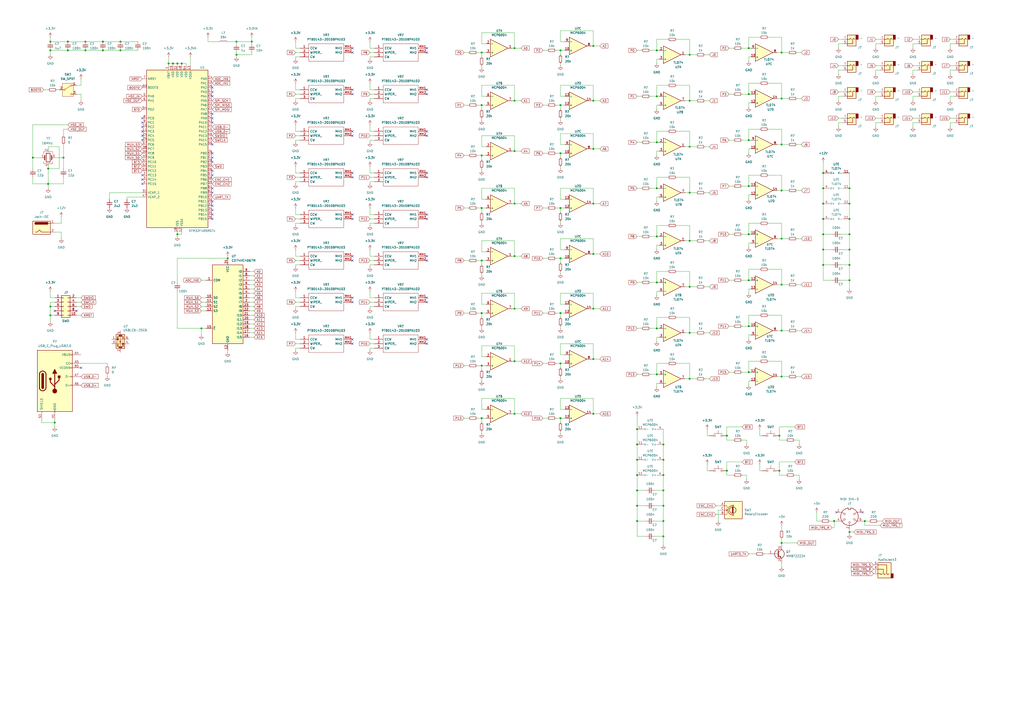
<source format=kicad_sch>
(kicad_sch (version 20250114) (generator "eeschema") (generator_version "9.0")
  (paper "A2")
  (junction (at 384.81 293.37))
  (junction (at 369.57 248.92))
  (junction (at 400.05 219.71))
  (junction (at 59.69 29.21))
  (junction (at 400.05 111.76))
  (junction (at 381 82.55))
  (junction (at 384.81 257.81))
  (junction (at 344.17 26.67))
  (junction (at 102.87 36.83))
  (junction (at 492.76 127))
  (junction (at 132.08 149.86))
  (junction (at 453.39 165.1))
  (junction (at 434.34 27.94))
  (junction (at 400.05 166.37))
  (junction (at 97.79 36.83))
  (junction (at 384.81 284.48))
  (junction (at 421.64 252.73))
  (junction (at 102.87 135.89))
  (junction (at 325.12 60.96))
  (junction (at 49.53 29.21))
  (junction (at 452.12 252.73))
  (junction (at 421.64 273.05))
  (junction (at 501.65 302.26))
  (junction (at 434.34 215.9))
  (junction (at 325.12 210.82))
  (junction (at 29.21 182.88))
  (junction (at 279.4 212.09))
  (junction (at 477.52 118.11))
  (junction (at 344.17 58.42))
  (junction (at 116.84 190.5))
  (junction (at 453.39 83.82))
  (junction (at 453.39 30.48))
  (junction (at 477.52 109.22))
  (junction (at 279.4 242.57))
  (junction (at 400.05 31.75))
  (junction (at 400.05 193.04))
  (junction (at 298.45 118.11))
  (junction (at 298.45 148.59))
  (junction (at 325.12 120.65))
  (junction (at 369.57 266.7))
  (junction (at 325.12 88.9))
  (junction (at 298.45 209.55))
  (junction (at 69.85 24.13))
  (junction (at 381 55.88))
  (junction (at 369.57 257.81))
  (junction (at 369.57 302.26))
  (junction (at 492.76 308.61))
  (junction (at 105.41 36.83))
  (junction (at 483.87 302.26))
  (junction (at 381 29.21))
  (junction (at 434.34 135.89))
  (junction (at 146.05 24.13))
  (junction (at 39.37 29.21))
  (junction (at 344.17 179.07))
  (junction (at 344.17 240.03))
  (junction (at 279.4 181.61))
  (junction (at 279.4 120.65))
  (junction (at 477.52 100.33))
  (junction (at 492.76 153.67))
  (junction (at 453.39 314.96))
  (junction (at 344.17 208.28))
  (junction (at 298.45 240.03))
  (junction (at 344.17 118.11))
  (junction (at 279.4 151.13))
  (junction (at 381 163.83))
  (junction (at 384.81 266.7))
  (junction (at 279.4 90.17))
  (junction (at 29.21 29.21))
  (junction (at 400.05 58.42))
  (junction (at 29.21 177.8))
  (junction (at 381 137.16))
  (junction (at 381 217.17))
  (junction (at 59.69 24.13))
  (junction (at 27.94 106.68))
  (junction (at 434.34 81.28))
  (junction (at 492.76 144.78))
  (junction (at 453.39 138.43))
  (junction (at 298.45 179.07))
  (junction (at 434.34 189.23))
  (junction (at 344.17 147.32))
  (junction (at 279.4 60.96))
  (junction (at 325.12 242.57))
  (junction (at 369.57 275.59))
  (junction (at 325.12 29.21))
  (junction (at 452.12 273.05))
  (junction (at 477.52 144.78))
  (junction (at 453.39 110.49))
  (junction (at 49.53 24.13))
  (junction (at 137.16 24.13))
  (junction (at 434.34 54.61))
  (junction (at 492.76 118.11))
  (junction (at 477.52 127))
  (junction (at 384.81 275.59))
  (junction (at 369.57 284.48))
  (junction (at 298.45 87.63))
  (junction (at 31.75 245.11))
  (junction (at 453.39 218.44))
  (junction (at 39.37 24.13))
  (junction (at 492.76 135.89))
  (junction (at 453.39 191.77))
  (junction (at 325.12 181.61))
  (junction (at 100.33 36.83))
  (junction (at 381 109.22))
  (junction (at 137.16 31.75))
  (junction (at 434.34 162.56))
  (junction (at 69.85 29.21))
  (junction (at 298.45 27.94))
  (junction (at 325.12 149.86))
  (junction (at 477.52 135.89))
  (junction (at 381 190.5))
  (junction (at 400.05 139.7))
  (junction (at 492.76 162.56))
  (junction (at 29.21 24.13))
  (junction (at 400.05 85.09))
  (junction (at 477.52 153.67))
  (junction (at 279.4 30.48))
  (junction (at 384.81 302.26))
  (junction (at 36.83 91.44))
  (junction (at 27.94 97.79))
  (junction (at 19.05 91.44))
  (junction (at 384.81 311.15))
  (junction (at 434.34 107.95))
  (junction (at 369.57 293.37))
  (junction (at 453.39 57.15))
  (junction (at 344.17 86.36))
  (junction (at 492.76 109.22))
  (junction (at 298.45 58.42))
  (no_connect (at 123.19 91.44))
  (no_connect (at 123.19 101.6))
  (no_connect (at 82.55 73.66))
  (no_connect (at 82.55 106.68))
  (no_connect (at 247.65 172.72))
  (no_connect (at 123.19 93.98))
  (no_connect (at 247.65 148.59))
  (no_connect (at 204.47 151.13))
  (no_connect (at 204.47 196.85))
  (no_connect (at 485.14 297.18))
  (no_connect (at 204.47 30.48))
  (no_connect (at 204.47 175.26))
  (no_connect (at 204.47 127))
  (no_connect (at 204.47 27.94))
  (no_connect (at 123.19 124.46))
  (no_connect (at 123.19 53.34))
  (no_connect (at 82.55 104.14))
  (no_connect (at 247.65 196.85))
  (no_connect (at 46.99 213.36))
  (no_connect (at 204.47 100.33))
  (no_connect (at 82.55 76.2))
  (no_connect (at 123.19 68.58))
  (no_connect (at 123.19 119.38))
  (no_connect (at 204.47 76.2))
  (no_connect (at 247.65 199.39))
  (no_connect (at 123.19 71.12))
  (no_connect (at 123.19 88.9))
  (no_connect (at 247.65 124.46))
  (no_connect (at 123.19 83.82))
  (no_connect (at 44.45 180.34))
  (no_connect (at 204.47 199.39))
  (no_connect (at 247.65 30.48))
  (no_connect (at 123.19 116.84))
  (no_connect (at 82.55 68.58))
  (no_connect (at 247.65 102.87))
  (no_connect (at 247.65 78.74))
  (no_connect (at 82.55 78.74))
  (no_connect (at 123.19 109.22))
  (no_connect (at 204.47 172.72))
  (no_connect (at 82.55 101.6))
  (no_connect (at 247.65 127))
  (no_connect (at 31.75 180.34))
  (no_connect (at 247.65 151.13))
  (no_connect (at 82.55 81.28))
  (no_connect (at 123.19 99.06))
  (no_connect (at 123.19 111.76))
  (no_connect (at 247.65 100.33))
  (no_connect (at 204.47 148.59))
  (no_connect (at 123.19 66.04))
  (no_connect (at 204.47 124.46))
  (no_connect (at 123.19 121.92))
  (no_connect (at 82.55 71.12))
  (no_connect (at 204.47 54.61))
  (no_connect (at 204.47 52.07))
  (no_connect (at 123.19 55.88))
  (no_connect (at 123.19 127))
  (no_connect (at 247.65 76.2))
  (no_connect (at 204.47 78.74))
  (no_connect (at 247.65 54.61))
  (no_connect (at 123.19 50.8))
  (no_connect (at 500.38 297.18))
  (no_connect (at 247.65 52.07))
  (no_connect (at 247.65 175.26))
  (no_connect (at 204.47 102.87))
  (no_connect (at 247.65 27.94))
  (wire (pts (xy 453.39 314.96) (xy 462.28 314.96)))
  (wire (pts (xy 44.45 175.26) (xy 46.99 175.26)))
  (wire (pts (xy 31.75 245.11) (xy 31.75 247.65)))
  (wire (pts (xy 381 137.16) (xy 382.27 137.16)))
  (wire (pts (xy 314.96 149.86) (xy 317.5 149.86)))
  (wire (pts (xy 342.9 147.32) (xy 344.17 147.32)))
  (wire (pts (xy 377.19 190.5) (xy 381 190.5)))
  (wire (pts (xy 281.94 176.53) (xy 279.4 176.53)))
  (wire (pts (xy 453.39 138.43) (xy 457.2 138.43)))
  (wire (pts (xy 369.57 284.48) (xy 374.65 284.48)))
  (wire (pts (xy 421.64 252.73) (xy 421.64 255.27)))
  (wire (pts (xy 452.12 275.59) (xy 455.93 275.59)))
  (wire (pts (xy 369.57 257.81) (xy 369.57 266.7)))
  (wire (pts (xy 279.4 120.65) (xy 281.94 120.65)))
  (wire (pts (xy 24.13 243.84) (xy 24.13 245.11)))
  (wire (pts (xy 384.81 311.15) (xy 379.73 311.15)))
  (wire (pts (xy 421.64 255.27) (xy 425.45 255.27)))
  (wire (pts (xy 325.12 29.21) (xy 325.12 31.75)))
  (wire (pts (xy 452.12 273.05) (xy 452.12 275.59)))
  (wire (pts (xy 314.96 210.82) (xy 317.5 210.82)))
  (wire (pts (xy 344.17 199.39) (xy 344.17 208.28)))
  (wire (pts (xy 400.05 193.04) (xy 403.86 193.04)))
  (wire (pts (xy 171.45 151.13) (xy 173.99 151.13)))
  (wire (pts (xy 102.87 36.83) (xy 100.33 36.83)))
  (wire (pts (xy 298.45 78.74) (xy 298.45 87.63)))
  (wire (pts (xy 500.38 302.26) (xy 501.65 302.26)))
  (wire (pts (xy 279.4 212.09) (xy 281.94 212.09)))
  (wire (pts (xy 434.34 107.95) (xy 435.61 107.95)))
  (wire (pts (xy 46.99 54.61) (xy 46.99 58.42)))
  (wire (pts (xy 276.86 120.65) (xy 279.4 120.65)))
  (wire (pts (xy 400.05 210.82) (xy 400.05 219.71)))
  (wire (pts (xy 510.54 40.64) (xy 508 40.64)))
  (wire (pts (xy 551.18 40.64) (xy 551.18 43.18)))
  (wire (pts (xy 279.4 242.57) (xy 281.94 242.57)))
  (wire (pts (xy 214.63 151.13) (xy 217.17 151.13)))
  (wire (pts (xy 440.69 273.05) (xy 441.96 273.05)))
  (wire (pts (xy 27.94 106.68) (xy 27.94 109.22)))
  (wire (pts (xy 102.87 190.5) (xy 116.84 190.5)))
  (wire (pts (xy 279.4 60.96) (xy 279.4 63.5)))
  (wire (pts (xy 298.45 139.7) (xy 298.45 148.59)))
  (wire (pts (xy 387.35 49.53) (xy 381 49.53)))
  (wire (pts (xy 63.5 111.76) (xy 63.5 115.57)))
  (wire (pts (xy 434.34 81.28) (xy 435.61 81.28)))
  (wire (pts (xy 369.57 284.48) (xy 369.57 293.37)))
  (wire (pts (xy 440.69 48.26) (xy 434.34 48.26)))
  (wire (pts (xy 508 71.12) (xy 508 73.66)))
  (wire (pts (xy 434.34 135.89) (xy 435.61 135.89)))
  (wire (pts (xy 298.45 209.55) (xy 302.26 209.55)))
  (wire (pts (xy 171.45 78.74) (xy 173.99 78.74)))
  (wire (pts (xy 384.81 275.59) (xy 384.81 284.48)))
  (wire (pts (xy 29.21 29.21) (xy 29.21 31.75)))
  (wire (pts (xy 298.45 200.66) (xy 298.45 209.55)))
  (wire (pts (xy 461.01 267.97) (xy 452.12 267.97)))
  (wire (pts (xy 144.78 165.1) (xy 147.32 165.1)))
  (wire (pts (xy 381 157.48) (xy 381 163.83)))
  (wire (pts (xy 486.41 40.64) (xy 486.41 43.18)))
  (wire (pts (xy 110.49 33.02) (xy 110.49 38.1)))
  (wire (pts (xy 342.9 86.36) (xy 344.17 86.36)))
  (wire (pts (xy 529.59 68.58) (xy 532.13 68.58)))
  (wire (pts (xy 434.34 113.03) (xy 434.34 115.57)))
  (wire (pts (xy 434.34 162.56) (xy 435.61 162.56)))
  (wire (pts (xy 387.35 130.81) (xy 381 130.81)))
  (wire (pts (xy 171.45 100.33) (xy 171.45 96.52)))
  (wire (pts (xy 430.53 162.56) (xy 434.34 162.56)))
  (wire (pts (xy 281.94 146.05) (xy 279.4 146.05)))
  (wire (pts (xy 325.12 250.19) (xy 325.12 251.46)))
  (wire (pts (xy 144.78 195.58) (xy 147.32 195.58)))
  (wire (pts (xy 410.21 273.05) (xy 411.48 273.05)))
  (wire (pts (xy 297.18 87.63) (xy 298.45 87.63)))
  (wire (pts (xy 422.91 27.94) (xy 425.45 27.94)))
  (wire (pts (xy 477.52 93.98) (xy 477.52 100.33)))
  (wire (pts (xy 453.39 218.44) (xy 457.2 218.44)))
  (wire (pts (xy 29.21 172.72) (xy 29.21 168.91)))
  (wire (pts (xy 214.63 100.33) (xy 214.63 96.52)))
  (wire (pts (xy 325.12 17.78) (xy 344.17 17.78)))
  (wire (pts (xy 279.4 139.7) (xy 298.45 139.7)))
  (wire (pts (xy 382.27 222.25) (xy 381 222.25)))
  (wire (pts (xy 382.27 87.63) (xy 381 87.63)))
  (wire (pts (xy 400.05 49.53) (xy 400.05 58.42)))
  (wire (pts (xy 379.73 284.48) (xy 384.81 284.48)))
  (wire (pts (xy 492.76 144.78) (xy 492.76 135.89)))
  (wire (pts (xy 529.59 53.34) (xy 532.13 53.34)))
  (wire (pts (xy 31.75 175.26) (xy 29.21 175.26)))
  (wire (pts (xy 69.85 24.13) (xy 80.01 24.13)))
  (wire (pts (xy 492.76 153.67) (xy 492.76 144.78)))
  (wire (pts (xy 369.57 109.22) (xy 372.11 109.22)))
  (wire (pts (xy 298.45 231.14) (xy 298.45 240.03)))
  (wire (pts (xy 325.12 115.57) (xy 325.12 109.22)))
  (wire (pts (xy 298.45 87.63) (xy 302.26 87.63)))
  (wire (pts (xy 322.58 242.57) (xy 325.12 242.57)))
  (wire (pts (xy 434.34 140.97) (xy 434.34 143.51)))
  (wire (pts (xy 344.17 208.28) (xy 347.98 208.28)))
  (wire (pts (xy 382.27 195.58) (xy 381 195.58)))
  (wire (pts (xy 25.4 52.07) (xy 27.94 52.07)))
  (wire (pts (xy 214.63 27.94) (xy 214.63 24.13)))
  (wire (pts (xy 325.12 181.61) (xy 327.66 181.61)))
  (wire (pts (xy 551.18 53.34) (xy 553.72 53.34)))
  (wire (pts (xy 400.05 85.09) (xy 397.51 85.09)))
  (wire (pts (xy 344.17 17.78) (xy 344.17 26.67)))
  (wire (pts (xy 325.12 157.48) (xy 325.12 158.75)))
  (wire (pts (xy 381 163.83) (xy 382.27 163.83)))
  (wire (pts (xy 314.96 120.65) (xy 317.5 120.65)))
  (wire (pts (xy 325.12 24.13) (xy 325.12 17.78)))
  (wire (pts (xy 400.05 85.09) (xy 403.86 85.09)))
  (wire (pts (xy 400.05 139.7) (xy 397.51 139.7)))
  (wire (pts (xy 214.63 201.93) (xy 214.63 203.2)))
  (wire (pts (xy 392.43 22.86) (xy 400.05 22.86)))
  (wire (pts (xy 214.63 105.41) (xy 214.63 106.68)))
  (wire (pts (xy 553.72 40.64) (xy 551.18 40.64)))
  (wire (pts (xy 171.45 201.93) (xy 171.45 203.2)))
  (wire (pts (xy 381 217.17) (xy 382.27 217.17)))
  (wire (pts (xy 492.76 118.11) (xy 492.76 109.22)))
  (wire (pts (xy 461.01 255.27) (xy 463.55 255.27)))
  (wire (pts (xy 422.91 215.9) (xy 425.45 215.9)))
  (wire (pts (xy 171.45 81.28) (xy 171.45 82.55)))
  (wire (pts (xy 279.4 207.01) (xy 279.4 200.66)))
  (wire (pts (xy 344.17 138.43) (xy 344.17 147.32)))
  (wire (pts (xy 279.4 120.65) (xy 279.4 123.19)))
  (wire (pts (xy 453.39 129.54) (xy 453.39 138.43)))
  (wire (pts (xy 69.85 29.21) (xy 80.01 29.21)))
  (wire (pts (xy 430.53 135.89) (xy 434.34 135.89)))
  (wire (pts (xy 443.23 321.31) (xy 445.77 321.31)))
  (wire (pts (xy 434.34 21.59) (xy 434.34 27.94)))
  (wire (pts (xy 279.4 231.14) (xy 298.45 231.14)))
  (wire (pts (xy 297.18 179.07) (xy 298.45 179.07)))
  (wire (pts (xy 269.24 212.09) (xy 271.78 212.09)))
  (wire (pts (xy 384.81 284.48) (xy 384.81 293.37)))
  (wire (pts (xy 29.21 175.26) (xy 29.21 177.8)))
  (wire (pts (xy 440.69 209.55) (xy 434.34 209.55)))
  (wire (pts (xy 214.63 102.87) (xy 217.17 102.87)))
  (wire (pts (xy 39.37 72.39) (xy 19.05 72.39)))
  (wire (pts (xy 369.57 82.55) (xy 372.11 82.55)))
  (wire (pts (xy 477.52 135.89) (xy 482.6 135.89)))
  (wire (pts (xy 31.75 134.62) (xy 35.56 134.62)))
  (wire (pts (xy 97.79 33.02) (xy 97.79 36.83)))
  (wire (pts (xy 477.52 118.11) (xy 477.52 127)))
  (wire (pts (xy 510.54 304.8) (xy 501.65 304.8)))
  (wire (pts (xy 144.78 177.8) (xy 147.32 177.8)))
  (wire (pts (xy 214.63 172.72) (xy 214.63 168.91)))
  (wire (pts (xy 377.19 137.16) (xy 381 137.16)))
  (wire (pts (xy 487.68 153.67) (xy 492.76 153.67)))
  (wire (pts (xy 453.39 304.8) (xy 453.39 307.34)))
  (wire (pts (xy 488.95 40.64) (xy 486.41 40.64)))
  (wire (pts (xy 453.39 110.49) (xy 457.2 110.49)))
  (wire (pts (xy 392.43 102.87) (xy 400.05 102.87)))
  (wire (pts (xy 279.4 242.57) (xy 279.4 245.11)))
  (wire (pts (xy 31.75 172.72) (xy 29.21 172.72)))
  (wire (pts (xy 445.77 129.54) (xy 453.39 129.54)))
  (wire (pts (xy 422.91 54.61) (xy 425.45 54.61)))
  (wire (pts (xy 82.55 111.76) (xy 63.5 111.76)))
  (wire (pts (xy 377.19 29.21) (xy 381 29.21)))
  (wire (pts (xy 279.4 78.74) (xy 298.45 78.74)))
  (wire (pts (xy 281.94 85.09) (xy 279.4 85.09)))
  (wire (pts (xy 408.94 219.71) (xy 411.48 219.71)))
  (wire (pts (xy 400.05 102.87) (xy 400.05 111.76)))
  (wire (pts (xy 214.63 33.02) (xy 214.63 34.29)))
  (wire (pts (xy 477.52 153.67) (xy 477.52 144.78)))
  (wire (pts (xy 297.18 148.59) (xy 298.45 148.59)))
  (wire (pts (xy 269.24 181.61) (xy 271.78 181.61)))
  (wire (pts (xy 325.12 77.47) (xy 344.17 77.47)))
  (wire (pts (xy 214.63 76.2) (xy 214.63 72.39)))
  (wire (pts (xy 435.61 140.97) (xy 434.34 140.97)))
  (wire (pts (xy 279.4 19.05) (xy 298.45 19.05)))
  (wire (pts (xy 144.78 170.18) (xy 147.32 170.18)))
  (wire (pts (xy 27.94 85.09) (xy 34.29 85.09)))
  (wire (pts (xy 325.12 49.53) (xy 344.17 49.53)))
  (wire (pts (xy 453.39 101.6) (xy 453.39 110.49)))
  (wire (pts (xy 344.17 170.18) (xy 344.17 179.07)))
  (wire (pts (xy 325.12 199.39) (xy 344.17 199.39)))
  (wire (pts (xy 400.05 58.42) (xy 403.86 58.42)))
  (wire (pts (xy 400.05 58.42) (xy 397.51 58.42)))
  (wire (pts (xy 171.45 30.48) (xy 173.99 30.48)))
  (wire (pts (xy 137.16 24.13) (xy 132.08 24.13)))
  (wire (pts (xy 171.45 127) (xy 173.99 127)))
  (wire (pts (xy 551.18 71.12) (xy 551.18 73.66)))
  (wire (pts (xy 325.12 68.58) (xy 325.12 69.85)))
  (wire (pts (xy 27.94 106.68) (xy 36.83 106.68)))
  (wire (pts (xy 483.87 302.26) (xy 485.14 302.26)))
  (wire (pts (xy 434.34 48.26) (xy 434.34 54.61)))
  (wire (pts (xy 434.34 167.64) (xy 434.34 170.18)))
  (wire (pts (xy 486.41 38.1) (xy 488.95 38.1)))
  (wire (pts (xy 171.45 177.8) (xy 173.99 177.8)))
  (wire (pts (xy 440.69 269.24) (xy 440.69 273.05)))
  (wire (pts (xy 100.33 38.1) (xy 100.33 36.83)))
  (wire (pts (xy 553.72 55.88) (xy 551.18 55.88)))
  (wire (pts (xy 430.53 215.9) (xy 434.34 215.9)))
  (wire (pts (xy 382.27 114.3) (xy 381 114.3)))
  (wire (pts (xy 279.4 250.19) (xy 279.4 251.46)))
  (wire (pts (xy 434.34 156.21) (xy 434.34 162.56)))
  (wire (pts (xy 325.12 176.53) (xy 325.12 170.18)))
  (wire (pts (xy 344.17 109.22) (xy 344.17 118.11)))
  (wire (pts (xy 173.99 27.94) (xy 171.45 27.94)))
  (wire (pts (xy 477.52 162.56) (xy 477.52 153.67)))
  (wire (pts (xy 453.39 191.77) (xy 457.2 191.77)))
  (wire (pts (xy 344.17 26.67) (xy 347.98 26.67)))
  (wire (pts (xy 276.86 212.09) (xy 279.4 212.09)))
  (wire (pts (xy 452.12 267.97) (xy 452.12 273.05)))
  (wire (pts (xy 298.45 179.07) (xy 302.26 179.07)))
  (wire (pts (xy 33.02 52.07) (xy 34.29 52.07)))
  (wire (pts (xy 327.66 144.78) (xy 325.12 144.78)))
  (wire (pts (xy 384.81 248.92) (xy 384.81 257.81)))
  (wire (pts (xy 551.18 55.88) (xy 551.18 58.42)))
  (wire (pts (xy 279.4 219.71) (xy 279.4 220.98)))
  (wire (pts (xy 325.12 55.88) (xy 325.12 49.53)))
  (wire (pts (xy 327.66 55.88) (xy 325.12 55.88)))
  (wire (pts (xy 171.45 124.46) (xy 171.45 120.65)))
  (wire (pts (xy 529.59 55.88) (xy 529.59 58.42)))
  (wire (pts (xy 279.4 158.75) (xy 279.4 160.02)))
  (wire (pts (xy 325.12 60.96) (xy 325.12 63.5)))
  (wire (pts (xy 392.43 49.53) (xy 400.05 49.53)))
  (wire (pts (xy 214.63 81.28) (xy 217.17 81.28)))
  (wire (pts (xy 379.73 302.26) (xy 384.81 302.26)))
  (wire (pts (xy 279.4 25.4) (xy 279.4 19.05)))
  (wire (pts (xy 314.96 60.96) (xy 317.5 60.96)))
  (wire (pts (xy 381 142.24) (xy 381 144.78)))
  (wire (pts (xy 171.45 196.85) (xy 171.45 193.04)))
  (wire (pts (xy 487.68 144.78) (xy 492.76 144.78)))
  (wire (pts (xy 279.4 146.05) (xy 279.4 139.7)))
  (wire (pts (xy 482.6 306.07) (xy 483.87 306.07)))
  (wire (pts (xy 279.4 30.48) (xy 279.4 33.02)))
  (wire (pts (xy 327.66 176.53) (xy 325.12 176.53)))
  (wire (pts (xy 384.81 311.15) (xy 384.81 316.23)))
  (wire (pts (xy 510.54 55.88) (xy 508 55.88)))
  (wire (pts (xy 171.45 199.39) (xy 173.99 199.39)))
  (wire (pts (xy 344.17 77.47) (xy 344.17 86.36)))
  (wire (pts (xy 381 109.22) (xy 382.27 109.22)))
  (wire (pts (xy 508 22.86) (xy 510.54 22.86)))
  (wire (pts (xy 488.95 71.12) (xy 486.41 71.12)))
  (wire (pts (xy 217.17 196.85) (xy 214.63 196.85)))
  (wire (pts (xy 344.17 118.11) (xy 347.98 118.11)))
  (wire (pts (xy 214.63 105.41) (xy 217.17 105.41)))
  (wire (pts (xy 325.12 144.78) (xy 325.12 138.43)))
  (wire (pts (xy 553.72 25.4) (xy 551.18 25.4)))
  (wire (pts (xy 279.4 97.79) (xy 279.4 99.06)))
  (wire (pts (xy 298.45 170.18) (xy 298.45 179.07)))
  (wire (pts (xy 314.96 29.21) (xy 317.5 29.21)))
  (wire (pts (xy 297.18 209.55) (xy 298.45 209.55)))
  (wire (pts (xy 214.63 78.74) (xy 217.17 78.74)))
  (wire (pts (xy 453.39 21.59) (xy 453.39 30.48)))
  (wire (pts (xy 102.87 38.1) (xy 102.87 36.83)))
  (wire (pts (xy 214.63 33.02) (xy 217.17 33.02)))
  (wire (pts (xy 381 210.82) (xy 381 217.17)))
  (wire (pts (xy 486.41 71.12) (xy 486.41 73.66)))
  (wire (pts (xy 100.33 36.83) (xy 97.79 36.83)))
  (wire (pts (xy 146.05 30.48) (xy 146.05 31.75)))
  (wire (pts (xy 492.76 308.61) (xy 492.76 309.88)))
  (wire (pts (xy 325.12 149.86) (xy 325.12 152.4)))
  (wire (pts (xy 452.12 247.65) (xy 452.12 252.73)))
  (wire (pts (xy 434.34 54.61) (xy 435.61 54.61)))
  (wire (pts (xy 217.17 148.59) (xy 214.63 148.59)))
  (wire (pts (xy 297.18 58.42) (xy 298.45 58.42)))
  (wire (pts (xy 477.52 153.67) (xy 482.6 153.67)))
  (wire (pts (xy 435.61 194.31) (xy 434.34 194.31)))
  (wire (pts (xy 453.39 83.82) (xy 457.2 83.82)))
  (wire (pts (xy 422.91 81.28) (xy 425.45 81.28)))
  (wire (pts (xy 325.12 88.9) (xy 327.66 88.9)))
  (wire (pts (xy 146.05 24.13) (xy 137.16 24.13)))
  (wire (pts (xy 276.86 242.57) (xy 279.4 242.57)))
  (wire (pts (xy 144.78 187.96) (xy 147.32 187.96)))
  (wire (pts (xy 445.77 48.26) (xy 453.39 48.26)))
  (wire (pts (xy 217.17 172.72) (xy 214.63 172.72)))
  (wire (pts (xy 508 68.58) (xy 510.54 68.58)))
  (wire (pts (xy 381 168.91) (xy 381 171.45)))
  (wire (pts (xy 279.4 90.17) (xy 279.4 92.71)))
  (wire (pts (xy 279.4 170.18) (xy 298.45 170.18)))
  (wire (pts (xy 400.05 219.71) (xy 403.86 219.71)))
  (wire (pts (xy 214.63 177.8) (xy 217.17 177.8)))
  (wire (pts (xy 327.66 237.49) (xy 325.12 237.49)))
  (wire (pts (xy 440.69 182.88) (xy 434.34 182.88)))
  (wire (pts (xy 492.76 109.22) (xy 492.76 100.33)))
  (wire (pts (xy 171.45 201.93) (xy 173.99 201.93)))
  (wire (pts (xy 551.18 25.4) (xy 551.18 27.94)))
  (wire (pts (xy 281.94 25.4) (xy 279.4 25.4)))
  (wire (pts (xy 532.13 71.12) (xy 529.59 71.12)))
  (wire (pts (xy 445.77 209.55) (xy 453.39 209.55)))
  (wire (pts (xy 342.9 240.03) (xy 344.17 240.03)))
  (wire (pts (xy 217.17 124.46) (xy 214.63 124.46)))
  (wire (pts (xy 144.78 162.56) (xy 147.32 162.56)))
  (wire (pts (xy 483.87 306.07) (xy 483.87 302.26)))
  (wire (pts (xy 453.39 57.15) (xy 457.2 57.15)))
  (wire (pts (xy 217.17 76.2) (xy 214.63 76.2)))
  (wire (pts (xy 276.86 181.61) (xy 279.4 181.61)))
  (wire (pts (xy 35.56 134.62) (xy 35.56 138.43)))
  (wire (pts (xy 421.64 275.59) (xy 425.45 275.59)))
  (wire (pts (xy 279.4 212.09) (xy 279.4 214.63)))
  (wire (pts (xy 509.27 302.26) (xy 511.81 302.26)))
  (wire (pts (xy 434.34 220.98) (xy 434.34 223.52)))
  (wire (pts (xy 116.84 177.8) (xy 119.38 177.8)))
  (wire (pts (xy 105.41 36.83) (xy 102.87 36.83)))
  (wire (pts (xy 214.63 153.67) (xy 214.63 154.94)))
  (wire (pts (xy 501.65 302.26) (xy 504.19 302.26)))
  (wire (pts (xy 400.05 31.75) (xy 397.51 31.75)))
  (wire (pts (xy 171.45 148.59) (xy 171.45 144.78)))
  (wire (pts (xy 462.28 57.15) (xy 464.82 57.15)))
  (wire (pts (xy 344.17 58.42) (xy 347.98 58.42)))
  (wire (pts (xy 433.07 255.27) (xy 433.07 257.81)))
  (wire (pts (xy 214.63 177.8) (xy 214.63 179.07)))
  (wire (pts (xy 400.05 22.86) (xy 400.05 31.75)))
  (wire (pts (xy 492.76 162.56) (xy 492.76 167.64)))
  (wire (pts (xy 381 222.25) (xy 381 224.79)))
  (wire (pts (xy 369.57 266.7) (xy 369.57 275.59)))
  (wire (pts (xy 171.45 105.41) (xy 173.99 105.41)))
  (wire (pts (xy 269.24 60.96) (xy 271.78 60.96)))
  (wire (pts (xy 415.29 298.45) (xy 417.83 298.45)))
  (wire (pts (xy 434.34 74.93) (xy 434.34 81.28)))
  (wire (pts (xy 473.71 302.26) (xy 473.71 297.18)))
  (wire (pts (xy 214.63 148.59) (xy 214.63 144.78)))
  (wire (pts (xy 132.08 148.59) (xy 132.08 149.86)))
  (wire (pts (xy 477.52 100.33) (xy 477.52 109.22)))
  (wire (pts (xy 508 53.34) (xy 510.54 53.34)))
  (wire (pts (xy 384.81 257.81) (xy 384.81 266.7)))
  (wire (pts (xy 146.05 21.59) (xy 146.05 24.13)))
  (wire (pts (xy 49.53 24.13) (xy 59.69 24.13)))
  (wire (pts (xy 453.39 326.39) (xy 453.39 328.93)))
  (wire (pts (xy 434.34 215.9) (xy 435.61 215.9)))
  (wire (pts (xy 400.05 111.76) (xy 403.86 111.76)))
  (wire (pts (xy 453.39 83.82) (xy 450.85 83.82)))
  (wire (pts (xy 102.87 134.62) (xy 102.87 135.89)))
  (wire (pts (xy 532.13 55.88) (xy 529.59 55.88)))
  (wire (pts (xy 279.4 55.88) (xy 279.4 49.53)))
  (wire (pts (xy 440.69 101.6) (xy 434.34 101.6)))
  (wire (pts (xy 377.19 217.17) (xy 381 217.17)))
  (wire (pts (xy 116.84 180.34) (xy 119.38 180.34)))
  (wire (pts (xy 171.45 102.87) (xy 173.99 102.87)))
  (wire (pts (xy 481.33 302.26) (xy 483.87 302.26)))
  (wire (pts (xy 387.35 102.87) (xy 381 102.87)))
  (wire (pts (xy 279.4 30.48) (xy 281.94 30.48)))
  (wire (pts (xy 529.59 25.4) (xy 529.59 27.94)))
  (wire (pts (xy 46.99 49.53) (xy 46.99 45.72)))
  (wire (pts (xy 387.35 210.82) (xy 381 210.82)))
  (wire (pts (xy 325.12 210.82) (xy 325.12 213.36)))
  (wire (pts (xy 400.05 31.75) (xy 403.86 31.75)))
  (wire (pts (xy 384.81 302.26) (xy 384.81 311.15)))
  (wire (pts (xy 102.87 168.91) (xy 102.87 190.5)))
  (wire (pts (xy 19.05 97.79) (xy 19.05 91.44)))
  (wire (pts (xy 116.84 190.5) (xy 119.38 190.5)))
  (wire (pts (xy 369.57 302.26) (xy 369.57 311.15)))
  (wire (pts (xy 214.63 201.93) (xy 217.17 201.93)))
  (wire (pts (xy 434.34 86.36) (xy 434.34 88.9)))
  (wire (pts (xy 440.69 252.73) (xy 441.96 252.73)))
  (wire (pts (xy 408.94 111.76) (xy 411.48 111.76)))
  (wire (pts (xy 369.57 29.21) (xy 372.11 29.21)))
  (wire (pts (xy 486.41 22.86) (xy 488.95 22.86)))
  (wire (pts (xy 132.08 203.2) (xy 132.08 204.47)))
  (wire (pts (xy 144.78 160.02) (xy 147.32 160.02)))
  (wire (pts (xy 477.52 144.78) (xy 477.52 135.89)))
  (wire (pts (xy 325.12 205.74) (xy 325.12 199.39)))
  (wire (pts (xy 477.52 109.22) (xy 477.52 118.11)))
  (wire (pts (xy 435.61 113.03) (xy 434.34 113.03)))
  (wire (pts (xy 171.45 129.54) (xy 171.45 130.81)))
  (wire (pts (xy 31.75 177.8) (xy 29.21 177.8)))
  (wire (pts (xy 217.17 52.07) (xy 214.63 52.07)))
  (wire (pts (xy 508 25.4) (xy 508 27.94)))
  (wire (pts (xy 116.84 194.31) (xy 116.84 190.5)))
  (wire (pts (xy 214.63 199.39) (xy 217.17 199.39)))
  (wire (pts (xy 408.94 166.37) (xy 411.48 166.37)))
  (wire (pts (xy 400.05 76.2) (xy 400.05 85.09)))
  (wire (pts (xy 116.84 175.26) (xy 119.38 175.26)))
  (wire (pts (xy 377.19 163.83) (xy 381 163.83)))
  (wire (pts (xy 327.66 24.13) (xy 325.12 24.13)))
  (wire (pts (xy 39.37 74.93) (xy 36.83 74.93)))
  (wire (pts (xy 434.34 194.31) (xy 434.34 196.85)))
  (wire (pts (xy 73.66 114.3) (xy 73.66 115.57)))
  (wire (pts (xy 171.45 172.72) (xy 171.45 168.91)))
  (wire (pts (xy 430.53 275.59) (xy 433.07 275.59)))
  (wire (pts (xy 387.35 22.86) (xy 381 22.86)))
  (wire (pts (xy 382.27 142.24) (xy 381 142.24)))
  (wire (pts (xy 342.9 26.67) (xy 344.17 26.67)))
  (wire (pts (xy 408.94 193.04) (xy 411.48 193.04)))
  (wire (pts (xy 214.63 57.15) (xy 217.17 57.15)))
  (wire (pts (xy 327.66 83.82) (xy 325.12 83.82)))
  (wire (pts (xy 214.63 30.48) (xy 217.17 30.48)))
  (wire (pts (xy 381 184.15) (xy 381 190.5)))
  (wire (pts (xy 171.45 105.41) (xy 171.45 106.68)))
  (wire (pts (xy 430.53 54.61) (xy 434.34 54.61)))
  (wire (pts (xy 298.45 240.03) (xy 302.26 240.03)))
  (wire (pts (xy 369.57 137.16) (xy 372.11 137.16)))
  (wire (pts (xy 120.65 24.13) (xy 127 24.13)))
  (wire (pts (xy 532.13 40.64) (xy 529.59 40.64)))
  (wire (pts (xy 322.58 181.61) (xy 325.12 181.61)))
  (wire (pts (xy 381 29.21) (xy 382.27 29.21)))
  (wire (pts (xy 279.4 151.13) (xy 279.4 153.67)))
  (wire (pts (xy 39.37 24.13) (xy 49.53 24.13)))
  (wire (pts (xy 430.53 255.27) (xy 433.07 255.27)))
  (wire (pts (xy 435.61 220.98) (xy 434.34 220.98)))
  (wire (pts (xy 325.12 149.86) (xy 327.66 149.86)))
  (wire (pts (xy 462.28 110.49) (xy 464.82 110.49)))
  (wire (pts (xy 279.4 115.57) (xy 279.4 109.22)))
  (wire (pts (xy 453.39 191.77) (xy 450.85 191.77)))
  (wire (pts (xy 434.34 189.23) (xy 435.61 189.23)))
  (wire (pts (xy 434.34 129.54) (xy 434.34 135.89)))
  (wire (pts (xy 29.21 182.88) (xy 29.21 186.69)))
  (wire (pts (xy 392.43 157.48) (xy 400.05 157.48)))
  (wire (pts (xy 279.4 189.23) (xy 279.4 190.5)))
  (wire (pts (xy 36.83 97.79) (xy 36.83 91.44)))
  (wire (pts (xy 453.39 182.88) (xy 453.39 191.77)))
  (wire (pts (xy 434.34 59.69) (xy 434.34 62.23)))
  (wire (pts (xy 501.65 304.8) (xy 501.65 302.26)))
  (wire (pts (xy 529.59 71.12) (xy 529.59 73.66)))
  (wire (pts (xy 171.45 153.67) (xy 171.45 154.94)))
  (wire (pts (xy 171.45 52.07) (xy 171.45 48.26)))
  (wire (pts (xy 144.78 172.72) (xy 147.32 172.72)))
  (wire (pts (xy 453.39 74.93) (xy 453.39 83.82)))
  (wire (pts (xy 171.45 54.61) (xy 173.99 54.61)))
  (wire (pts (xy 492.76 308.61) (xy 495.3 308.61)))
  (wire (pts (xy 463.55 275.59) (xy 463.55 278.13)))
  (wire (pts (xy 325.12 120.65) (xy 325.12 123.19)))
  (wire (pts (xy 453.39 312.42) (xy 453.39 314.96)))
  (wire (pts (xy 298.45 148.59) (xy 302.26 148.59)))
  (wire (pts (xy 322.58 29.21) (xy 325.12 29.21)))
  (wire (pts (xy 325.12 128.27) (xy 325.12 129.54)))
  (wire (pts (xy 408.94 139.7) (xy 411.48 139.7)))
  (wire (pts (xy 551.18 22.86) (xy 553.72 22.86)))
  (wire (pts (xy 400.05 139.7) (xy 403.86 139.7)))
  (wire (pts (xy 325.12 138.43) (xy 344.17 138.43)))
  (wire (pts (xy 344.17 240.03) (xy 347.98 240.03)))
  (wire (pts (xy 381 82.55) (xy 382.27 82.55)))
  (wire (pts (xy 146.05 25.4) (xy 146.05 24.13)))
  (wire (pts (xy 214.63 52.07) (xy 214.63 48.26)))
  (wire (pts (xy 392.43 184.15) (xy 400.05 184.15)))
  (wire (pts (xy 62.23 217.17) (xy 62.23 218.44)))
  (wire (pts (xy 416.56 295.91) (xy 416.56 302.26)))
  (wire (pts (xy 452.12 252.73) (xy 452.12 255.27)))
  (wire (pts (xy 461.01 275.59) (xy 463.55 275.59)))
  (wire (pts (xy 453.39 218.44) (xy 450.85 218.44)))
  (wire (pts (xy 400.05 111.76) (xy 397.51 111.76)))
  (wire (pts (xy 440.69 129.54) (xy 434.34 129.54)))
  (wire (pts (xy 171.45 57.15) (xy 173.99 57.15)))
  (wire (pts (xy 276.86 30.48) (xy 279.4 30.48)))
  (wire (pts (xy 400.05 130.81) (xy 400.05 139.7)))
  (wire (pts (xy 173.99 76.2) (xy 171.45 76.2)))
  (wire (pts (xy 344.17 86.36) (xy 347.98 86.36)))
  (wire (pts (xy 430.53 247.65) (xy 421.64 247.65)))
  (wire (pts (xy 488.95 55.88) (xy 486.41 55.88)))
  (wire (pts (xy 421.64 247.65) (xy 421.64 252.73)))
  (wire (pts (xy 453.39 110.49) (xy 450.85 110.49)))
  (wire (pts (xy 410.21 269.24) (xy 410.21 273.05)))
  (wire (pts (xy 434.34 321.31) (xy 438.15 321.31)))
  (wire (pts (xy 381 102.87) (xy 381 109.22)))
  (wire (pts (xy 276.86 151.13) (xy 279.4 151.13)))
  (wire (pts (xy 369.57 311.15) (xy 374.65 311.15)))
  (wire (pts (xy 279.4 181.61) (xy 281.94 181.61)))
  (wire (pts (xy 381 190.5) (xy 382.27 190.5)))
  (wire (pts (xy 173.99 196.85) (xy 171.45 196.85)))
  (wire (pts (xy 279.4 49.53) (xy 298.45 49.53)))
  (wire (pts (xy 422.91 162.56) (xy 425.45 162.56)))
  (wire (pts (xy 36.83 83.82) (xy 36.83 91.44)))
  (wire (pts (xy 39.37 29.21) (xy 49.53 29.21)))
  (wire (pts (xy 434.34 33.02) (xy 434.34 35.56)))
  (wire (pts (xy 281.94 115.57) (xy 279.4 115.57)))
  (wire (pts (xy 381 195.58) (xy 381 198.12)))
  (wire (pts (xy 173.99 148.59) (xy 171.45 148.59)))
  (wire (pts (xy 462.28 30.48) (xy 464.82 30.48)))
  (wire (pts (xy 369.57 55.88) (xy 372.11 55.88)))
  (wire (pts (xy 62.23 210.82) (xy 46.99 210.82)))
  (wire (pts (xy 269.24 30.48) (xy 271.78 30.48)))
  (wire (pts (xy 19.05 72.39) (xy 19.05 91.44)))
  (wire (pts (xy 430.53 81.28) (xy 434.34 81.28)))
  (wire (pts (xy 440.69 248.92) (xy 440.69 252.73)))
  (wire (pts (xy 421.64 267.97) (xy 421.64 273.05)))
  (wire (pts (xy 384.81 293.37) (xy 384.81 302.26)))
  (wire (pts (xy 369.57 293.37) (xy 374.65 293.37)))
  (wire (pts (xy 381 49.53) (xy 381 55.88)))
  (wire (pts (xy 298.45 109.22) (xy 298.45 118.11)))
  (wire (pts (xy 477.52 135.89) (xy 477.52 127)))
  (wire (pts (xy 482.6 162.56) (xy 477.52 162.56)))
  (wire (pts (xy 476.25 302.26) (xy 473.71 302.26)))
  (wire (pts (xy 281.94 55.88) (xy 279.4 55.88)))
  (wire (pts (xy 477.52 144.78) (xy 482.6 144.78)))
  (wire (pts (xy 44.45 172.72) (xy 46.99 172.72)))
  (wire (pts (xy 279.4 60.96) (xy 281.94 60.96)))
  (wire (pts (xy 144.78 190.5) (xy 147.32 190.5)))
  (wire (pts (xy 269.24 151.13) (xy 271.78 151.13)))
  (wire (pts (xy 379.73 293.37) (xy 384.81 293.37)))
  (wire (pts (xy 325.12 170.18) (xy 344.17 170.18)))
  (wire (pts (xy 453.39 30.48) (xy 450.85 30.48)))
  (wire (pts (xy 144.78 193.04) (xy 147.32 193.04)))
  (wire (pts (xy 279.4 237.49) (xy 279.4 231.14)))
  (wire (pts (xy 297.18 240.03) (xy 298.45 240.03)))
  (wire (pts (xy 173.99 100.33) (xy 171.45 100.33)))
  (wire (pts (xy 486.41 68.58) (xy 488.95 68.58)))
  (wire (pts (xy 463.55 255.27) (xy 463.55 257.81)))
  (wire (pts (xy 27.94 86.36) (xy 27.94 85.09)))
  (wire (pts (xy 486.41 55.88) (xy 486.41 58.42)))
  (wire (pts (xy 44.45 182.88) (xy 46.99 182.88)))
  (wire (pts (xy 35.56 129.54) (xy 35.56 125.73)))
  (wire (pts (xy 44.45 49.53) (xy 46.99 49.53)))
  (wire (pts (xy 144.78 157.48) (xy 147.32 157.48)))
  (wire (pts (xy 279.4 38.1) (xy 279.4 39.37)))
  (wire (pts (xy 325.12 181.61) (xy 325.12 184.15)))
  (wire (pts (xy 314.96 88.9) (xy 317.5 88.9)))
  (wire (pts (xy 325.12 189.23) (xy 325.12 190.5)))
  (wire (pts (xy 400.05 219.71) (xy 397.51 219.71)))
  (wire (pts (xy 453.39 48.26) (xy 453.39 57.15)))
  (wire (pts (xy 382.27 34.29) (xy 381 34.29)))
  (wire (pts (xy 24.13 245.11) (xy 31.75 245.11)))
  (wire (pts (xy 462.28 218.44) (xy 464.82 218.44)))
  (wire (pts (xy 29.21 29.21) (xy 39.37 29.21)))
  (wire (pts (xy 173.99 52.07) (xy 171.45 52.07)))
  (wire (pts (xy 434.34 101.6) (xy 434.34 107.95)))
  (wire (pts (xy 400.05 193.04) (xy 397.51 193.04)))
  (wire (pts (xy 269.24 120.65) (xy 271.78 120.65)))
  (wire (pts (xy 381 55.88) (xy 382.27 55.88)))
  (wire (pts (xy 387.35 157.48) (xy 381 157.48)))
  (wire (pts (xy 269.24 242.57) (xy 271.78 242.57)))
  (wire (pts (xy 325.12 242.57) (xy 325.12 245.11)))
  (wire (pts (xy 59.69 29.21) (xy 69.85 29.21)))
  (wire (pts (xy 381 130.81) (xy 381 137.16)))
  (wire (pts (xy 551.18 68.58) (xy 553.72 68.58)))
  (wire (pts (xy 171.45 57.15) (xy 171.45 58.42)))
  (wire (pts (xy 445.77 21.59) (xy 453.39 21.59)))
  (wire (pts (xy 381 114.3) (xy 381 116.84)))
  (wire (pts (xy 381 76.2) (xy 381 82.55)))
  (wire (pts (xy 144.78 175.26) (xy 147.32 175.26)))
  (wire (pts (xy 214.63 81.28) (xy 214.63 82.55)))
  (wire (pts (xy 453.39 209.55) (xy 453.39 218.44)))
  (wire (pts (xy 445.77 182.88) (xy 453.39 182.88)))
  (wire (pts (xy 325.12 237.49) (xy 325.12 231.14)))
  (wire (pts (xy 400.05 166.37) (xy 403.86 166.37)))
  (wire (pts (xy 279.4 68.58) (xy 279.4 69.85)))
  (wire (pts (xy 107.95 38.1) (xy 107.95 36.83)))
  (wire (pts (xy 342.9 118.11) (xy 344.17 118.11)))
  (wire (pts (xy 217.17 27.94) (xy 214.63 27.94)))
  (wire (pts (xy 344.17 49.53) (xy 344.17 58.42)))
  (wire (pts (xy 214.63 153.67) (xy 217.17 153.67)))
  (wire (pts (xy 369.57 302.26) (xy 374.65 302.26)))
  (wire (pts (xy 281.94 237.49) (xy 279.4 237.49)))
  (wire (pts (xy 322.58 88.9) (xy 325.12 88.9)))
  (wire (pts (xy 325.12 60.96) (xy 327.66 60.96)))
  (wire (pts (xy 382.27 60.96) (xy 381 60.96)))
  (wire (pts (xy 279.4 200.66) (xy 298.45 200.66)))
  (wire (pts (xy 387.35 184.15) (xy 381 184.15)))
  (wire (pts (xy 384.81 266.7) (xy 384.81 275.59)))
  (wire (pts (xy 214.63 175.26) (xy 217.17 175.26)))
  (wire (pts (xy 325.12 120.65) (xy 327.66 120.65)))
  (wire (pts (xy 369.57 163.83) (xy 372.11 163.83)))
  (wire (pts (xy 214.63 57.15) (xy 214.63 58.42)))
  (wire (pts (xy 342.9 179.07) (xy 344.17 179.07)))
  (wire (pts (xy 440.69 21.59) (xy 434.34 21.59)))
  (wire (pts (xy 322.58 149.86) (xy 325.12 149.86)))
  (wire (pts (xy 97.79 36.83) (xy 97.79 38.1)))
  (wire (pts (xy 433.07 275.59) (xy 433.07 278.13)))
  (wire (pts (xy 27.94 96.52) (xy 27.94 97.79)))
  (wire (pts (xy 31.75 243.84) (xy 31.75 245.11)))
  (wire (pts (xy 171.45 33.02) (xy 171.45 34.29)))
  (wire (pts (xy 29.21 24.13) (xy 39.37 24.13)))
  (wire (pts (xy 29.21 177.8) (xy 29.21 182.88)))
  (wire (pts (xy 82.55 114.3) (xy 73.66 114.3)))
  (wire (pts (xy 434.34 209.55) (xy 434.34 215.9)))
  (wire (pts (xy 453.39 314.96) (xy 453.39 316.23)))
  (wire (pts (xy 281.94 207.01) (xy 279.4 207.01)))
  (wire (pts (xy 322.58 210.82) (xy 325.12 210.82)))
  (wire (pts (xy 551.18 38.1) (xy 553.72 38.1)))
  (wire (pts (xy 486.41 25.4) (xy 486.41 27.94)))
  (wire (pts (xy 492.76 307.34) (xy 492.76 308.61)))
  (wire (pts (xy 144.78 180.34) (xy 147.32 180.34)))
  (wire (pts (xy 325.12 218.44) (xy 325.12 219.71)))
  (wire (pts (xy 382.27 168.91) (xy 381 168.91)))
  (wire (pts (xy 445.77 156.21) (xy 453.39 156.21)))
  (wire (pts (xy 422.91 189.23) (xy 425.45 189.23)))
  (wire (pts (xy 322.58 120.65) (xy 325.12 120.65)))
  (wire (pts (xy 105.41 135.89) (xy 102.87 135.89)))
  (wire (pts (xy 276.86 90.17) (xy 279.4 90.17)))
  (wire (pts (xy 435.61 167.64) (xy 434.34 167.64)))
  (wire (pts (xy 298.45 27.94) (xy 302.26 27.94)))
  (wire (pts (xy 344.17 231.14) (xy 344.17 240.03)))
  (wire (pts (xy 408.94 58.42) (xy 411.48 58.42)))
  (wire (pts (xy 171.45 177.8) (xy 171.45 179.07)))
  (wire (pts (xy 279.4 128.27) (xy 279.4 129.54)))
  (wire (pts (xy 214.63 196.85) (xy 214.63 193.04)))
  (wire (pts (xy 36.83 106.68) (xy 36.83 102.87)))
  (wire (pts (xy 462.28 83.82) (xy 464.82 83.82)))
  (wire (pts (xy 49.53 29.21) (xy 59.69 29.21)))
  (wire (pts (xy 342.9 58.42) (xy 344.17 58.42)))
  (wire (pts (xy 298.45 49.53) (xy 298.45 58.42)))
  (wire (pts (xy 171.45 27.94) (xy 171.45 24.13)))
  (wire (pts (xy 400.05 157.48) (xy 400.05 166.37)))
  (wire (pts (xy 171.45 81.28) (xy 173.99 81.28)))
  (wire (pts (xy 381 22.86) (xy 381 29.21)))
  (wire (pts (xy 410.21 252.73) (xy 411.48 252.73)))
  (wire (pts (xy 381 60.96) (xy 381 63.5)))
  (wire (pts (xy 59.69 24.13) (xy 69.85 24.13)))
  (wire (pts (xy 369.57 190.5) (xy 372.11 190.5)))
  (wire (pts (xy 19.05 106.68) (xy 19.05 102.87)))
  (wire (pts (xy 325.12 88.9) (xy 325.12 91.44)))
  (wire (pts (xy 102.87 135.89) (xy 102.87 137.16)))
  (wire (pts (xy 137.16 25.4) (xy 137.16 24.13)))
  (wire (pts (xy 217.17 100.33) (xy 214.63 100.33)))
  (wire (pts (xy 314.96 242.57) (xy 317.5 242.57)))
  (wire (pts (xy 44.45 54.61) (xy 46.99 54.61)))
  (wire (pts (xy 322.58 60.96) (xy 325.12 60.96)))
  (wire (pts (xy 144.78 185.42) (xy 147.32 185.42)))
  (wire (pts (xy 421.64 273.05) (xy 421.64 275.59)))
  (wire (pts (xy 381 87.63) (xy 381 90.17)))
  (wire (pts (xy 297.18 118.11) (xy 298.45 118.11)))
  (wire (pts (xy 392.43 210.82) (xy 400.05 210.82)))
  (wire (pts (xy 445.77 74.93) (xy 453.39 74.93)))
  (wire (pts (xy 31.75 182.88) (xy 29.21 182.88)))
  (wire (pts (xy 298.45 58.42) (xy 302.26 58.42)))
  (wire (pts (xy 445.77 101.6) (xy 453.39 101.6)))
  (wire (pts (xy 417.83 295.91) (xy 416.56 295.91)))
  (wire (pts (xy 327.66 205.74) (xy 325.12 205.74)))
  (wire (pts (xy 116.84 162.56) (xy 119.38 162.56)))
  (wire (pts (xy 434.34 27.94) (xy 435.61 27.94)))
  (wire (pts (xy 325.12 36.83) (xy 325.12 38.1)))
  (wire (pts (xy 62.23 212.09) (xy 62.23 210.82)))
  (wire (pts (xy 29.21 21.59) (xy 29.21 24.13)))
  (wire (pts (xy 430.53 189.23) (xy 434.34 189.23)))
  (wire (pts (xy 529.59 38.1) (xy 532.13 38.1)))
  (wire (pts (xy 144.78 182.88) (xy 147.32 182.88)))
  (wire (pts (xy 435.61 33.02) (xy 434.34 33.02)))
  (wire (pts (xy 415.29 293.37) (xy 417.83 293.37)))
  (wire (pts (xy 171.45 76.2) (xy 171.45 72.39)))
  (wire (pts (xy 529.59 40.64) (xy 529.59 43.18)))
  (wire (pts (xy 422.91 135.89) (xy 425.45 135.89)))
  (wire (pts (xy 369.57 217.17) (xy 372.11 217.17)))
  (wire (pts (xy 510.54 25.4) (xy 508 25.4)))
  (wire (pts (xy 430.53 267.97) (xy 421.64 267.97)))
  (wire (pts (xy 410.21 248.92) (xy 410.21 252.73)))
  (wire (pts (xy 440.69 74.93) (xy 434.34 74.93)))
  (wire (pts (xy 325.12 96.52) (xy 325.12 97.79)))
  (wire (pts (xy 105.41 134.62) (xy 105.41 135.89)))
  (wire (pts (xy 107.95 36.83) (xy 105.41 36.83)))
  (wire (pts (xy 440.69 156.21) (xy 434.34 156.21)))
  (wire (pts (xy 452.12 255.27) (xy 455.93 255.27)))
  (wire (pts (xy 492.76 127) (xy 492.76 118.11)))
  (wire (pts (xy 171.45 33.02) (xy 173.99 33.02)))
  (wire (pts (xy 369.57 293.37) (xy 369.57 302.26)))
  (wire (pts (xy 453.39 57.15) (xy 450.85 57.15)))
  (wire (pts (xy 144.78 167.64) (xy 147.32 167.64)))
  (wire (pts (xy 492.76 162.56) (xy 492.76 153.67)))
  (wire (pts (xy 314.96 181.61) (xy 317.5 181.61)))
  (wire (pts (xy 462.28 191.77) (xy 464.82 191.77)))
  (wire (pts (xy 297.18 27.94) (xy 298.45 27.94)))
  (wire (pts (xy 171.45 153.67) (xy 173.99 153.67)))
  (wire (pts (xy 146.05 31.75) (xy 137.16 31.75)))
  (wire (pts (xy 408.94 85.09) (xy 411.48 85.09)))
  (wire (pts (xy 34.29 97.79) (xy 27.94 97.79)))
  (wire (pts (xy 276.86 60.96) (xy 279.4 60.96)))
  (wire (pts (xy 435.61 86.36) (xy 434.34 86.36)))
  (wire (pts (xy 31.75 129.54) (xy 35.56 129.54)))
  (wire (pts (xy 116.84 172.72) (xy 119.38 172.72)))
  (wire (pts (xy 553.72 71.12) (xy 551.18 71.12)))
  (wire (pts (xy 381 34.29) (xy 381 36.83)))
  (wire (pts (xy 453.39 138.43) (xy 450.85 138.43)))
  (wire (pts (xy 508 55.88) (xy 508 58.42)))
  (wire (pts (xy 298.45 19.05) (xy 298.45 27.94)))
  (wire (pts (xy 214.63 54.61) (xy 217.17 54.61)))
  (wire (pts (xy 508 40.64) (xy 508 43.18)))
  (wire (pts (xy 279.4 109.22) (xy 298.45 109.22)))
  (wire (pts (xy 510.54 71.12) (xy 508 71.12)))
  (wire (pts (xy 173.99 124.46) (xy 171.45 124.46)))
  (wire (pts (xy 137.16 31.75) (xy 137.16 30.48)))
  (wire (pts (xy 325.12 231.14) (xy 344.17 231.14)))
  (wire (pts (xy 453.39 30.48) (xy 457.2 30.48)))
  (wire (pts (xy 377.19 55.88) (xy 381 55.88)))
  (wire (pts (xy 327.66 115.57) (xy 325.12 115.57)))
  (wire (pts (xy 462.28 165.1) (xy 464.82 165.1)))
  (wire (pts (xy 120.65 21.59) (xy 120.65 24.13)))
  (wire (pts (xy 529.59 22.86) (xy 532.13 22.86)))
  (wire (pts (xy 325.12 109.22) (xy 344.17 109.22)))
  (wire (pts (xy 171.45 175.26) (xy 173.99 175.26)))
  (wire (pts (xy 19.05 91.44) (xy 24.13 91.44)))
  (wire (pts (xy 27.94 97.79) (xy 27.94 106.68)))
  (wire (pts (xy 486.41 53.34) (xy 488.95 53.34)))
  (wire (pts (xy 422.91 107.95) (xy 425.45 107.95)))
  (wire (pts (xy 453.39 165.1) (xy 457.2 165.1)))
  (wire (pts (xy 387.35 76.2) (xy 381 76.2)))
  (wire (pts (xy 408.94 31.75) (xy 411.48 31.75)))
  (wire (pts (xy 173.99 172.72) (xy 171.45 172.72)))
  (wire (pts (xy 434.34 182.88) (xy 434.34 189.23)))
  (wire (pts (xy 171.45 129.54) (xy 173.99 129.54)))
  (wire (pts (xy 279.4 181.61) (xy 279.4 184.15)))
  (wire (pts (xy 369.57 241.3) (xy 369.57 248.92)))
  (wire (pts (xy 461.01 247.65) (xy 452.12 247.65)))
  (wire (pts (xy 400.05 184.15) (xy 400.05 193.04)))
  (wire (pts (xy 34.29 85.09) (xy 34.29 97.79)))
  (wire (pts (xy 279.4 151.13) (xy 281.94 151.13)))
  (wire (pts (xy 105.41 36.83) (xy 105.41 38.1)))
  (wire (pts (xy 279.4 85.09) (xy 279.4 78.74)))
  (wire (pts (xy 279.4 90.17) (xy 281.94 90.17)))
  (wire (pts (xy 344.17 147.32) (xy 347.98 147.32)))
  (wire (pts (xy 435.61 59.69) (xy 434.34 59.69)))
  (wire (pts (xy 214.63 129.54) (xy 214.63 130.81)))
  (wire (pts (xy 453.39 165.1) (xy 450.85 165.1)))
  (wire (pts (xy 487.68 135.89) (xy 492.76 135.89)))
  (wire (pts (xy 298.45 118.11) (xy 302.26 118.11)))
  (wire (pts (xy 462.28 138.43) (xy 464.82 138.43)))
  (wire (pts (xy 488.95 25.4) (xy 486.41 25.4)))
  (wire (pts (xy 214.63 127) (xy 217.17 127)))
  (wire (pts (xy 325.12 83.82) (xy 325.12 77.47)))
  (wire (pts (xy 36.83 74.93) (xy 36.83 78.74)))
  (wire (pts (xy 508 38.1) (xy 510.54 38.1)))
  (wire (pts (xy 102.87 149.86) (xy 132.08 149.86)))
  (wire (pts (xy 369.57 275.59) (xy 369.57 284.48)))
  (wire (pts (xy 487.68 162.56) (xy 492.76 162.56)))
  (wire (pts (xy 342.9 208.28) (xy 344.17 208.28)))
  (wire (pts (xy 325.12 210.82) (xy 327.66 210.82)))
  (wire (pts (xy 325.12 242.57) (xy 327.66 242.57)))
  (wire (pts (xy 269.24 90.17) (xy 271.78 90.17)))
  (wire (pts (xy 137.16 33.02) (xy 137.16 31.75)))
  (wire (pts (xy 279.4 176.53) (xy 279.4 170.18)))
  (wire (pts (xy 430.53 27.94) (xy 434.34 27.94)))
  (wire (pts (xy 377.19 82.55) (xy 381 82.55)))
  (wire (pts (xy 44.45 177.8) (xy 46.99 177.8)))
  (wire (pts (xy 214.63 124.46) (xy 214.63 120.65)))
  (wire (pts (xy 325.12 29.21) (xy 327.66 29.21)))
  (wire (pts (xy 19.05 106.68) (xy 27.94 106.68)))
  (wire (pts (xy 36.83 91.44) (xy 31.75 91.44)))
  (wire (pts (xy 344.17 179.07) (xy 347.98 179.07)))
  (wire (pts (xy 369.57 248.92) (xy 369.57 257.81)))
  (wire (pts (xy 400.05 166.37) (xy 397.51 166.37)))
  (wire (pts (xy 102.87 163.83) (xy 102.87 149.86)))
  (wire (pts (xy 453.39 156.21) (xy 453.39 165.1)))
  (wire (pts (xy 430.53 107.95) (xy 434.34 107.95)))
  (wire (pts (xy 532.13 25.4) (xy 529.59 25.4)))
  (wire (pts (xy 492.76 135.89) (xy 492.76 127)))
  (wire (pts (xy 392.43 76.2) (xy 400.05 76.2)))
  (wire (pts (xy 377.19 109.22) (xy 381 109.22)))
  (wire (pts (xy 392.43 130.81) (xy 400.05 130.81)))
  (wire (pts (xy 214.63 129.54) (xy 217.17 129.54)))
  (global_label "J5" (shape input) (at 508 38.1 180) (property "Intersheetrefs" "${INTERSHEET_REFS}" (effects (hide yes))))
  (global_label "HSE_OUT" (shape input) (at 39.37 74.93 0) (property "Intersheetrefs" "${INTERSHEET_REFS}" (effects (hide yes))))
  (global_label "P14" (shape input) (at 214.63 175.26 180) (property "Intersheetrefs" "${INTERSHEET_REFS}" (effects (hide yes))))
  (global_label "P10" (shape input) (at 214.63 78.74 180) (property "Intersheetrefs" "${INTERSHEET_REFS}" (effects (hide yes))))
  (global_label "A13" (shape input) (at 302.26 240.03 0) (property "Intersheetrefs" "${INTERSHEET_REFS}" (effects (hide yes))))
  (global_label "A15" (shape input) (at 147.32 195.58 0) (property "Intersheetrefs" "${INTERSHEET_REFS}" (effects (hide yes))))
  (global_label "A4" (shape input) (at 147.32 167.64 0) (property "Intersheetrefs" "${INTERSHEET_REFS}" (effects (hide yes))))
  (global_label "J13" (shape input) (at 411.48 219.71 0) (property "Intersheetrefs" "${INTERSHEET_REFS}" (effects (hide yes))))
  (global_label "P3" (shape input) (at 422.91 54.61 180) (property "Intersheetrefs" "${INTERSHEET_REFS}" (effects (hide yes))))
  (global_label "MUX_S0" (shape input) (at 116.84 172.72 180) (property "Intersheetrefs" "${INTERSHEET_REFS}" (effects (hide yes))))
  (global_label "P8" (shape input) (at 369.57 137.16 180) (property "Intersheetrefs" "${INTERSHEET_REFS}" (effects (hide yes))))
  (global_label "SPI_MISO" (shape input) (at 123.19 60.96 0) (property "Intersheetrefs" "${INTERSHEET_REFS}" (effects (hide yes))))
  (global_label "MUX_S3" (shape input) (at 82.55 83.82 180) (property "Intersheetrefs" "${INTERSHEET_REFS}" (effects (hide yes))))
  (global_label "ENC_CH1" (shape input) (at 123.19 104.14 0) (property "Intersheetrefs" "${INTERSHEET_REFS}" (effects (hide yes))))
  (global_label "P4" (shape input) (at 171.45 127 180) (property "Intersheetrefs" "${INTERSHEET_REFS}" (effects (hide yes))))
  (global_label "USB_D-" (shape input) (at 46.99 218.44 0) (property "Intersheetrefs" "${INTERSHEET_REFS}" (effects (hide yes))))
  (global_label "SWCLK" (shape input) (at 123.19 81.28 0) (property "Intersheetrefs" "${INTERSHEET_REFS}" (effects (hide yes))))
  (global_label "P4" (shape input) (at 269.24 90.17 180) (property "Intersheetrefs" "${INTERSHEET_REFS}" (effects (hide yes))))
  (global_label "BT2" (shape input) (at 430.53 267.97 0) (property "Intersheetrefs" "${INTERSHEET_REFS}" (effects (hide yes))))
  (global_label "A11" (shape input) (at 347.98 179.07 0) (property "Intersheetrefs" "${INTERSHEET_REFS}" (effects (hide yes))))
  (global_label "BT2" (shape input) (at 82.55 96.52 180) (property "Intersheetrefs" "${INTERSHEET_REFS}" (effects (hide yes))))
  (global_label "P0" (shape input) (at 369.57 29.21 180) (property "Intersheetrefs" "${INTERSHEET_REFS}" (effects (hide yes))))
  (global_label "A10" (shape input) (at 347.98 147.32 0) (property "Intersheetrefs" "${INTERSHEET_REFS}" (effects (hide yes))))
  (global_label "J15" (shape input) (at 464.82 218.44 0) (property "Intersheetrefs" "${INTERSHEET_REFS}" (effects (hide yes))))
  (global_label "BOOT0" (shape input) (at 82.55 50.8 180) (property "Intersheetrefs" "${INTERSHEET_REFS}" (effects (hide yes))))
  (global_label "P13" (shape input) (at 269.24 242.57 180) (property "Intersheetrefs" "${INTERSHEET_REFS}" (effects (hide yes))))
  (global_label "J7" (shape input) (at 551.18 38.1 180) (property "Intersheetrefs" "${INTERSHEET_REFS}" (effects (hide yes))))
  (global_label "UART3_TX" (shape input) (at 434.34 321.31 180) (property "Intersheetrefs" "${INTERSHEET_REFS}" (effects (hide yes))))
  (global_label "MIDI_OUT" (shape input) (at 462.28 314.96 0) (property "Intersheetrefs" "${INTERSHEET_REFS}" (effects (hide yes))))
  (global_label "A14" (shape input) (at 347.98 208.28 0) (property "Intersheetrefs" "${INTERSHEET_REFS}" (effects (hide yes))))
  (global_label "J10" (shape input) (at 529.59 53.34 180) (property "Intersheetrefs" "${INTERSHEET_REFS}" (effects (hide yes))))
  (global_label "J5" (shape input) (at 411.48 111.76 0) (property "Intersheetrefs" "${INTERSHEET_REFS}" (effects (hide yes))))
  (global_label "P2" (shape input) (at 171.45 78.74 180) (property "Intersheetrefs" "${INTERSHEET_REFS}" (effects (hide yes))))
  (global_label "A13" (shape input) (at 147.32 190.5 0) (property "Intersheetrefs" "${INTERSHEET_REFS}" (effects (hide yes))))
  (global_label "P9" (shape input) (at 214.63 54.61 180) (property "Intersheetrefs" "${INTERSHEET_REFS}" (effects (hide yes))))
  (global_label "J13" (shape input) (at 508 68.58 180) (property "Intersheetrefs" "${INTERSHEET_REFS}" (effects (hide yes))))
  (global_label "A2" (shape input) (at 347.98 26.67 0) (property "Intersheetrefs" "${INTERSHEET_REFS}" (effects (hide yes))))
  (global_label "J1" (shape input) (at 411.48 58.42 0) (property "Intersheetrefs" "${INTERSHEET_REFS}" (effects (hide yes))))
  (global_label "USB_D+" (shape input) (at 123.19 76.2 0) (property "Intersheetrefs" "${INTERSHEET_REFS}" (effects (hide yes))))
  (global_label "P12" (shape input) (at 369.57 190.5 180) (property "Intersheetrefs" "${INTERSHEET_REFS}" (effects (hide yes))))
  (global_label "ENC_CH1" (shape input) (at 415.29 293.37 180) (property "Intersheetrefs" "${INTERSHEET_REFS}" (effects (hide yes))))
  (global_label "MUX_S1" (shape input) (at 116.84 175.26 180) (property "Intersheetrefs" "${INTERSHEET_REFS}" (effects (hide yes))))
  (global_label "J6" (shape input) (at 529.59 38.1 180) (property "Intersheetrefs" "${INTERSHEET_REFS}" (effects (hide yes))))
  (global_label "A9" (shape input) (at 147.32 180.34 0) (property "Intersheetrefs" "${INTERSHEET_REFS}" (effects (hide yes))))
  (global_label "P8" (shape input) (at 269.24 151.13 180) (property "Intersheetrefs" "${INTERSHEET_REFS}" (effects (hide yes))))
  (global_label "A2" (shape input) (at 147.32 162.56 0) (property "Intersheetrefs" "${INTERSHEET_REFS}" (effects (hide yes))))
  (global_label "P3" (shape input) (at 171.45 102.87 180) (property "Intersheetrefs" "${INTERSHEET_REFS}" (effects (hide yes))))
  (global_label "A0" (shape input) (at 302.26 27.94 0) (property "Intersheetrefs" "${INTERSHEET_REFS}" (effects (hide yes))))
  (global_label "MIDI_TRS_T" (shape input) (at 506.73 332.74 180) (property "Intersheetrefs" "${INTERSHEET_REFS}" (effects (hide yes))))
  (global_label "P14" (shape input) (at 314.96 210.82 180) (property "Intersheetrefs" "${INTERSHEET_REFS}" (effects (hide yes))))
  (global_label "NRST" (shape input) (at 82.55 45.72 180) (property "Intersheetrefs" "${INTERSHEET_REFS}" (effects (hide yes))))
  (global_label "A4" (shape input) (at 302.26 87.63 0) (property "Intersheetrefs" "${INTERSHEET_REFS}" (effects (hide yes))))
  (global_label "HSE_IN" (shape input) (at 39.37 72.39 0) (property "Intersheetrefs" "${INTERSHEET_REFS}" (effects (hide yes))))
  (global_label "P0" (shape input) (at 171.45 30.48 180) (property "Intersheetrefs" "${INTERSHEET_REFS}" (effects (hide yes))))
  (global_label "P3" (shape input) (at 314.96 60.96 180) (property "Intersheetrefs" "${INTERSHEET_REFS}" (effects (hide yes))))
  (global_label "ADC_IN1" (shape input) (at 123.19 48.26 0) (property "Intersheetrefs" "${INTERSHEET_REFS}" (effects (hide yes))))
  (global_label "J4" (shape input) (at 411.48 85.09 0) (property "Intersheetrefs" "${INTERSHEET_REFS}" (effects (hide yes))))
  (global_label "P1" (shape input) (at 369.57 55.88 180) (property "Intersheetrefs" "${INTERSHEET_REFS}" (effects (hide yes))))
  (global_label "P4" (shape input) (at 369.57 82.55 180) (property "Intersheetrefs" "${INTERSHEET_REFS}" (effects (hide yes))))
  (global_label "A3" (shape input) (at 347.98 58.42 0) (property "Intersheetrefs" "${INTERSHEET_REFS}" (effects (hide yes))))
  (global_label "A1" (shape input) (at 302.26 58.42 0) (property "Intersheetrefs" "${INTERSHEET_REFS}" (effects (hide yes))))
  (global_label "P12" (shape input) (at 214.63 127 180) (property "Intersheetrefs" "${INTERSHEET_REFS}" (effects (hide yes))))
  (global_label "A8" (shape input) (at 302.26 148.59 0) (property "Intersheetrefs" "${INTERSHEET_REFS}" (effects (hide yes))))
  (global_label "P7" (shape input) (at 314.96 120.65 180) (property "Intersheetrefs" "${INTERSHEET_REFS}" (effects (hide yes))))
  (global_label "J0" (shape input) (at 486.41 22.86 180) (property "Intersheetrefs" "${INTERSHEET_REFS}" (effects (hide yes))))
  (global_label "A3" (shape input) (at 147.32 165.1 0) (property "Intersheetrefs" "${INTERSHEET_REFS}" (effects (hide yes))))
  (global_label "P11" (shape input) (at 214.63 102.87 180) (property "Intersheetrefs" "${INTERSHEET_REFS}" (effects (hide yes))))
  (global_label "P15" (shape input) (at 214.63 199.39 180) (property "Intersheetrefs" "${INTERSHEET_REFS}" (effects (hide yes))))
  (global_label "SWDIO" (shape input) (at 123.19 78.74 0) (property "Intersheetrefs" "${INTERSHEET_REFS}" (effects (hide yes))))
  (global_label "J12" (shape input) (at 486.41 68.58 180) (property "Intersheetrefs" "${INTERSHEET_REFS}" (effects (hide yes))))
  (global_label "SPI_MOSI" (shape input) (at 123.19 63.5 0) (property "Intersheetrefs" "${INTERSHEET_REFS}" (effects (hide yes))))
  (global_label "USB_D-" (shape input) (at 123.19 73.66 0) (property "Intersheetrefs" "${INTERSHEET_REFS}" (effects (hide yes))))
  (global_label "BT1" (shape input) (at 82.55 99.06 180) (property "Intersheetrefs" "${INTERSHEET_REFS}" (effects (hide yes))))
  (global_label "P15" (shape input) (at 314.96 242.57 180) (property "Intersheetrefs" "${INTERSHEET_REFS}" (effects (hide yes))))
  (global_label "MIDI_TRS_T" (shape input) (at 510.54 304.8 0) (property "Intersheetrefs" "${INTERSHEET_REFS}" (effects (hide yes))))
  (global_label "MUX_S3" (shape input) (at 116.84 180.34 180) (property "Intersheetrefs" "${INTERSHEET_REFS}" (effects (hide yes))))
  (global_label "BT3" (shape input) (at 82.55 93.98 180) (property "Intersheetrefs" "${INTERSHEET_REFS}" (effects (hide yes))))
  (global_label "BOOT0" (shape input) (at 25.4 52.07 180) (property "Intersheetrefs" "${INTERSHEET_REFS}" (effects (hide yes))))
  (global_label "P1" (shape input) (at 269.24 60.96 180) (property "Intersheetrefs" "${INTERSHEET_REFS}" (effects (hide yes))))
  (global_label "USB_D+" (shape input) (at 46.99 223.52 0) (property "Intersheetrefs" "${INTERSHEET_REFS}" (effects (hide yes))))
  (global_label "ADC_IN0" (shape input) (at 123.19 45.72 0) (property "Intersheetrefs" "${INTERSHEET_REFS}" (effects (hide yes))))
  (global_label "P6" (shape input) (at 422.91 81.28 180) (property "Intersheetrefs" "${INTERSHEET_REFS}" (effects (hide yes))))
  (global_label "P6" (shape input) (at 171.45 175.26 180) (property "Intersheetrefs" "${INTERSHEET_REFS}" (effects (hide yes))))
  (global_label "J10" (shape input) (at 464.82 138.43 0) (property "Intersheetrefs" "${INTERSHEET_REFS}" (effects (hide yes))))
  (global_label "MUX_S0" (shape input) (at 82.55 91.44 180) (property "Intersheetrefs" "${INTERSHEET_REFS}" (effects (hide yes))))
  (global_label "A11" (shape input) (at 147.32 185.42 0) (property "Intersheetrefs" "${INTERSHEET_REFS}" (effects (hide yes))))
  (global_label "J15" (shape input) (at 551.18 68.58 180) (property "Intersheetrefs" "${INTERSHEET_REFS}" (effects (hide yes))))
  (global_label "J7" (shape input) (at 464.82 110.49 0) (property "Intersheetrefs" "${INTERSHEET_REFS}" (effects (hide yes))))
  (global_label "J6" (shape input) (at 464.82 83.82 0) (property "Intersheetrefs" "${INTERSHEET_REFS}" (effects (hide yes))))
  (global_label "P5" (shape input) (at 269.24 120.65 180) (property "Intersheetrefs" "${INTERSHEET_REFS}" (effects (hide yes))))
  (global_label "P11" (shape input) (at 422.91 162.56 180) (property "Intersheetrefs" "${INTERSHEET_REFS}" (effects (hide yes))))
  (global_label "HSE_OUT" (shape input) (at 82.55 58.42 180) (property "Intersheetrefs" "${INTERSHEET_REFS}" (effects (hide yes))))
  (global_label "ENC_CH2" (shape input) (at 123.19 106.68 0) (property "Intersheetrefs" "${INTERSHEET_REFS}" (effects (hide yes))))
  (global_label "A12" (shape input) (at 302.26 209.55 0) (property "Intersheetrefs" "${INTERSHEET_REFS}" (effects (hide yes))))
  (global_label "J9" (shape input) (at 508 53.34 180) (property "Intersheetrefs" "${INTERSHEET_REFS}" (effects (hide yes))))
  (global_label "SPI_SCK" (shape input) (at 123.19 58.42 0) (property "Intersheetrefs" "${INTERSHEET_REFS}" (effects (hide yes))))
  (global_label "A5" (shape input) (at 302.26 118.11 0) (property "Intersheetrefs" "${INTERSHEET_REFS}" (effects (hide yes))))
  (global_label "P9" (shape input) (at 269.24 181.61 180) (property "Intersheetrefs" "${INTERSHEET_REFS}" (effects (hide yes))))
  (global_label "J0" (shape input) (at 411.48 31.75 0) (property "Intersheetrefs" "${INTERSHEET_REFS}" (effects (hide yes))))
  (global_label "P13" (shape input) (at 214.63 151.13 180) (property "Intersheetrefs" "${INTERSHEET_REFS}" (effects (hide yes))))
  (global_label "MIDI_TRS_R" (shape input) (at 482.6 306.07 180) (property "Intersheetrefs" "${INTERSHEET_REFS}" (effects (hide yes))))
  (global_label "P5" (shape input) (at 171.45 151.13 180) (property "Intersheetrefs" "${INTERSHEET_REFS}" (effects (hide yes))))
  (global_label "P10" (shape input) (at 314.96 149.86 180) (property "Intersheetrefs" "${INTERSHEET_REFS}" (effects (hide yes))))
  (global_label "A9" (shape input) (at 302.26 179.07 0) (property "Intersheetrefs" "${INTERSHEET_REFS}" (effects (hide yes))))
  (global_label "J9" (shape input) (at 411.48 166.37 0) (property "Intersheetrefs" "${INTERSHEET_REFS}" (effects (hide yes))))
  (global_label "ADC_IN0" (shape input) (at 116.84 162.56 180) (property "Intersheetrefs" "${INTERSHEET_REFS}" (effects (hide yes))))
  (global_label "J12" (shape input) (at 411.48 193.04 0) (property "Intersheetrefs" "${INTERSHEET_REFS}" (effects (hide yes))))
  (global_label "P6" (shape input) (at 314.96 88.9 180) (property "Intersheetrefs" "${INTERSHEET_REFS}" (effects (hide yes))))
  (global_label "BT0" (shape input) (at 82.55 63.5 180) (property "Intersheetrefs" "${INTERSHEET_REFS}" (effects (hide yes))))
  (global_label "A7" (shape input) (at 147.32 175.26 0) (property "Intersheetrefs" "${INTERSHEET_REFS}" (effects (hide yes))))
  (global_label "MIDI_TRS_R" (shape input) (at 506.73 330.2 180) (property "Intersheetrefs" "${INTERSHEET_REFS}" (effects (hide yes))))
  (global_label "A7" (shape input) (at 347.98 118.11 0) (property "Intersheetrefs" "${INTERSHEET_REFS}" (effects (hide yes))))
  (global_label "MUX_S2" (shape input) (at 82.55 86.36 180) (property "Intersheetrefs" "${INTERSHEET_REFS}" (effects (hide yes))))
  (global_label "P2" (shape input) (at 422.91 27.94 180) (property "Intersheetrefs" "${INTERSHEET_REFS}" (effects (hide yes))))
  (global_label "P10" (shape input) (at 422.91 135.89 180) (property "Intersheetrefs" "${INTERSHEET_REFS}" (effects (hide yes))))
  (global_label "J1" (shape input) (at 508 22.86 180) (property "Intersheetrefs" "${INTERSHEET_REFS}" (effects (hide yes))))
  (global_label "A6" (shape input) (at 147.32 172.72 0) (property "Intersheetrefs" "${INTERSHEET_REFS}" (effects (hide yes))))
  (global_label "A1" (shape input) (at 147.32 160.02 0) (property "Intersheetrefs" "${INTERSHEET_REFS}" (effects (hide yes))))
  (global_label "P8" (shape input) (at 214.63 30.48 180) (property "Intersheetrefs" "${INTERSHEET_REFS}" (effects (hide yes))))
  (global_label "SWDIO" (shape input) (at 46.99 172.72 0) (property "Intersheetrefs" "${INTERSHEET_REFS}" (effects (hide yes))))
  (global_label "J14" (shape input) (at 464.82 191.77 0) (property "Intersheetrefs" "${INTERSHEET_REFS}" (effects (hide yes))))
  (global_label "NRST" (shape input) (at 46.99 182.88 0) (property "Intersheetrefs" "${INTERSHEET_REFS}" (effects (hide yes))))
  (global_label "A14" (shape input) (at 147.32 193.04 0) (property "Intersheetrefs" "${INTERSHEET_REFS}" (effects (hide yes))))
  (global_label "UART_TX" (shape input) (at 123.19 114.3 0) (property "Intersheetrefs" "${INTERSHEET_REFS}" (effects (hide yes))))
  (global_label "BT1" (shape input) (at 461.01 247.65 0) (property "Intersheetrefs" "${INTERSHEET_REFS}" (effects (hide yes))))
  (global_label "BT0" (shape input) (at 430.53 247.65 0) (property "Intersheetrefs" "${INTERSHEET_REFS}" (effects (hide yes))))
  (global_label "MIDI_TRS_S" (shape input) (at 495.3 308.61 0) (property "Intersheetrefs" "${INTERSHEET_REFS}" (effects (hide yes))))
  (global_label "P0" (shape input) (at 269.24 30.48 180) (property "Intersheetrefs" "${INTERSHEET_REFS}" (effects (hide yes))))
  (global_label "P14" (shape input) (at 422.91 189.23 180) (property "Intersheetrefs" "${INTERSHEET_REFS}" (effects (hide yes))))
  (global_label "SWO" (shape input) (at 46.99 177.8 0) (property "Intersheetrefs" "${INTERSHEET_REFS}" (effects (hide yes))))
  (global_label "MUX_S2" (shape input) (at 116.84 177.8 180) (property "Intersheetrefs" "${INTERSHEET_REFS}" (effects (hide yes))))
  (global_label "P13" (shape input) (at 369.57 217.17 180) (property "Intersheetrefs" "${INTERSHEET_REFS}" (effects (hide yes))))
  (global_label "P5" (shape input) (at 369.57 109.22 180) (property "Intersheetrefs" "${INTERSHEET_REFS}" (effects (hide yes))))
  (global_label "A6" (shape input) (at 347.98 86.36 0) (property "Intersheetrefs" "${INTERSHEET_REFS}" (effects (hide yes))))
  (global_label "P7" (shape input) (at 422.91 107.95 180) (property "Intersheetrefs" "${INTERSHEET_REFS}" (effects (hide yes))))
  (global_label "MUX_S1" (shape input) (at 82.55 88.9 180) (property "Intersheetrefs" "${INTERSHEET_REFS}" (effects (hide yes))))
  (global_label "J14" (shape input) (at 529.59 68.58 180) (property "Intersheetrefs" "${INTERSHEET_REFS}" (effects (hide yes))))
  (global_label "SWO" (shape input) (at 123.19 96.52 0) (property "Intersheetrefs" "${INTERSHEET_REFS}" (effects (hide yes))))
  (global_label "J3" (shape input) (at 464.82 57.15 0) (property "Intersheetrefs" "${INTERSHEET_REFS}" (effects (hide yes))))
  (global_label "J2" (shape input) (at 529.59 22.86 180) (property "Intersheetrefs" "${INTERSHEET_REFS}" (effects (hide yes))))
  (global_label "SWCLK" (shape input) (at 46.99 175.26 0) (property "Intersheetrefs" "${INTERSHEET_REFS}" (effects (hide yes))))
  (global_label "P9" (shape input) (at 369.57 163.83 180) (property "Intersheetrefs" "${INTERSHEET_REFS}" (effects (hide yes))))
  (global_label "A8" (shape input) (at 147.32 177.8 0) (property "Intersheetrefs" "${INTERSHEET_REFS}" (effects (hide yes))))
  (global_label "A15" (shape input) (at 347.98 240.03 0) (property "Intersheetrefs" "${INTERSHEET_REFS}" (effects (hide yes))))
  (global_label "P1" (shape input) (at 171.45 54.61 180) (property "Intersheetrefs" "${INTERSHEET_REFS}" (effects (hide yes))))
  (global_label "BT3" (shape input) (at 461.01 267.97 0) (property "Intersheetrefs" "${INTERSHEET_REFS}" (effects (hide yes))))
  (global_label "P7" (shape input) (at 171.45 199.39 180) (property "Intersheetrefs" "${INTERSHEET_REFS}" (effects (hide yes))))
  (global_label "HSE_IN" (shape input) (at 82.55 55.88 180) (property "Intersheetrefs" "${INTERSHEET_REFS}" (effects (hide yes))))
  (global_label "J4" (shape input) (at 486.41 38.1 180) (property "Intersheetrefs" "${INTERSHEET_REFS}" (effects (hide yes))))
  (global_label "P11" (shape input) (at 314.96 181.61 180) (property "Intersheetrefs" "${INTERSHEET_REFS}" (effects (hide yes))))
  (global_label "A5" (shape input) (at 147.32 170.18 0) (property "Intersheetrefs" "${INTERSHEET_REFS}" (effects (hide yes))))
  (global_label "A0" (shape input) (at 147.32 157.48 0) (property "Intersheetrefs" "${INTERSHEET_REFS}" (effects (hide yes))))
  (global_label "J8" (shape input) (at 486.41 53.34 180) (property "Intersheetrefs" "${INTERSHEET_REFS}" (effects (hide yes))))
  (global_label "P2" (shape input) (at 314.96 29.21 180) (property "Intersheetrefs" "${INTERSHEET_REFS}" (effects (hide yes))))
  (global_label "ENC_CH2" (shape input) (at 415.29 298.45 180) (property "Intersheetrefs" "${INTERSHEET_REFS}" (effects (hide yes))))
  (global_label "J11" (shape input) (at 551.18 53.34 180) (property "Intersheetrefs" "${INTERSHEET_REFS}" (effects (hide yes))))
  (global_label "P15" (shape input) (at 422.91 215.9 180) (property "Intersheetrefs" "${INTERSHEET_REFS}" (effects (hide yes))))
  (global_label "A10" (shape input) (at 147.32 182.88 0) (property "Intersheetrefs" "${INTERSHEET_REFS}" (effects (hide yes))))
  (global_label "J11" (shape input) (at 464.82 165.1 0) (property "Intersheetrefs" "${INTERSHEET_REFS}" (effects (hide yes))))
  (global_label "MIDI_OUT" (shape input) (at 511.81 302.26 0) (property "Intersheetrefs" "${INTERSHEET_REFS}" (effects (hide yes))))
  (global_label "P12" (shape input) (at 269.24 212.09 180) (property "Intersheetrefs" "${INTERSHEET_REFS}" (effects (hide yes))))
  (global_label "A12" (shape input) (at 147.32 187.96 0) (property "Intersheetrefs" "${INTERSHEET_REFS}" (effects (hide yes))))
  (global_label "J2" (shape input) (at 464.82 30.48 0) (property "Intersheetrefs" "${INTERSHEET_REFS}" (effects (hide yes))))
  (global_label "MIDI_TRS_S" (shape input) (at 506.73 327.66 180) (property "Intersheetrefs" "${INTERSHEET_REFS}" (effects (hide yes))))
  (global_label "J8" (shape input) (at 411.48 139.7 0) (property "Intersheetrefs" "${INTERSHEET_REFS}" (effects (hide yes))))
  (global_label "J3" (shape input) (at 551.18 22.86 180) (property "Intersheetrefs" "${INTERSHEET_REFS}" (effects (hide yes))))
  (symbol (lib_id "Amplifier_Operational:MCP6004") (at 377.19 264.16 270) (mirror x) (unit 5)
    (property "Reference" "U?" (at 377.19 261.62 90))
    (property "Value" "MCP6004" (at 377.19 264.16 90))
    (property "Datasheet" "http://ww1.microchip.com/downloads/en/DeviceDoc/21733j.pdf" (effects (hide yes)))
    (property "Description" "1MHz, Low-Power Op Amp, DIP-14/SOIC-14/TSSOP-14" (effects (hide yes)))
  )
  (symbol (lib_id "Device:C_Small") (at 485.14 162.56 90) (unit 1)
    (property "Reference" "C?" (at 487.68 164.846 90))
    (property "Value" "100n" (at 485.1463 158.75 90))
    (property "Description" "Unpolarized capacitor, small symbol" (effects (hide yes)))
  )
  (symbol (lib_id "Device:C_Small") (at 485.14 144.78 90) (unit 1)
    (property "Reference" "C?" (at 487.68 147.066 90))
    (property "Value" "100n" (at 485.1463 140.97 90))
    (property "Description" "Unpolarized capacitor, small symbol" (effects (hide yes)))
  )
  (symbol (lib_id "power:GND") (at 381 116.84 0) (unit 1)
    (property "Reference" "#PWR073" (effects (hide yes)))
    (property "Value" "GND" (at 381 121.92 0))
    (property "Description" "Power symbol creates a global label with name \"GND\" , ground" (effects (hide yes)))
  )
  (symbol (lib_id "Amplifier_Operational:TL074") (at 389.89 111.76 0) (mirror x) (unit 2)
    (property "Reference" "U?" (at 393.7 118.618 0))
    (property "Value" "TL074" (at 393.7 116.078 0))
    (property "Datasheet" "http://www.ti.com/lit/ds/symlink/tl071.pdf" (effects (hide yes)))
    (property "Description" "Quad Low-Noise JFET-Input Operational Amplifiers, DIP-14/SOIC-14" (effects (hide yes)))
  )
  (symbol (lib_id "Connector:Jack-DC") (at 24.13 132.08 0) (unit 1)
    (property "Reference" "J?" (at 24.13 123.19 0))
    (property "Value" "Jack-DC" (at 24.13 125.73 0))
    (property "Description" "DC Barrel Jack" (effects (hide yes)))
  )
  (symbol (lib_id "Device:R_Small") (at 274.32 242.57 90) (unit 1)
    (property "Reference" "R?" (at 274.32 237.49 90))
    (property "Value" "10k" (at 274.32 240.03 90))
    (property "Description" "Resistor, small symbol" (effects (hide yes)))
  )
  (symbol (lib_id "Device:R_Small") (at 443.23 101.6 90) (unit 1)
    (property "Reference" "R?" (at 443.23 96.52 90))
    (property "Value" "10k" (at 443.23 99.06 90))
    (property "Description" "Resistor, small symbol" (effects (hide yes)))
  )
  (symbol (lib_id "power:GND") (at 381 90.17 0) (unit 1)
    (property "Reference" "#PWR072" (effects (hide yes)))
    (property "Value" "GND" (at 381 95.25 0))
    (property "Description" "Power symbol creates a global label with name \"GND\" , ground" (effects (hide yes)))
  )
  (symbol (lib_id "power:GND") (at 463.55 278.13 0) (unit 1)
    (property "Reference" "#PWR085" (effects (hide yes)))
    (property "Value" "GND" (at 463.55 283.21 0))
    (property "Description" "Power symbol creates a global label with name \"GND\" , ground" (effects (hide yes)))
  )
  (symbol (lib_id "power:GND") (at 171.45 203.2 0) (unit 1)
    (property "Reference" "#PWR035" (effects (hide yes)))
    (property "Value" "GND" (at 171.45 208.28 0))
    (property "Description" "Power symbol creates a global label with name \"GND\" , ground" (effects (hide yes)))
  )
  (symbol (lib_id "Device:R_Small") (at 274.32 151.13 90) (unit 1)
    (property "Reference" "R?" (at 274.32 146.05 90))
    (property "Value" "10k" (at 274.32 148.59 90))
    (property "Description" "Resistor, small symbol" (effects (hide yes)))
  )
  (symbol (lib_id "Device:R_Small") (at 406.4 166.37 90) (unit 1)
    (property "Reference" "R?" (at 406.4 161.29 90))
    (property "Value" "1k" (at 406.4 163.83 90))
    (property "Description" "Resistor, small symbol" (effects (hide yes)))
  )
  (symbol (lib_id "Switch:SW_Push") (at 447.04 252.73 0) (unit 1)
    (property "Reference" "SW?" (at 447.04 247.65 0))
    (property "Value" "SW_Push" (effects (hide yes)))
    (property "Description" "Push button switch, generic, two pins" (effects (hide yes)))
  )
  (symbol (lib_id "power:GND") (at 381 36.83 0) (unit 1)
    (property "Reference" "#PWR056" (effects (hide yes)))
    (property "Value" "GND" (at 381 41.91 0))
    (property "Description" "Power symbol creates a global label with name \"GND\" , ground" (effects (hide yes)))
  )
  (symbol (lib_id "Device:R_Small") (at 325.12 154.94 180) (unit 1)
    (property "Reference" "R?" (at 327.66 153.6699 0) (effects (justify right)))
    (property "Value" "20k" (at 327.66 156.2099 0) (effects (justify right)))
    (property "Description" "Resistor, small symbol" (effects (hide yes)))
  )
  (symbol (lib_id "Device:R_Small") (at 506.73 302.26 270) (unit 1)
    (property "Reference" "R?" (at 506.73 297.18 90))
    (property "Value" "220" (at 506.73 299.72 90))
    (property "Description" "Resistor, small symbol" (effects (hide yes)))
  )
  (symbol (lib_id "power:GND") (at 433.07 257.81 0) (unit 1)
    (property "Reference" "#PWR078" (effects (hide yes)))
    (property "Value" "GND" (at 433.07 262.89 0))
    (property "Description" "Power symbol creates a global label with name \"GND\" , ground" (effects (hide yes)))
  )
  (symbol (lib_id "power:GND") (at 29.21 31.75 0) (unit 1)
    (property "Reference" "#PWR09" (effects (hide yes)))
    (property "Value" "GND" (at 29.21 36.83 0))
    (property "Description" "Power symbol creates a global label with name \"GND\" , ground" (effects (hide yes)))
  )
  (symbol (lib_id "Device:R_Small") (at 427.99 255.27 270) (unit 1)
    (property "Reference" "R?" (at 427.99 250.19 90))
    (property "Value" "10k" (at 427.99 252.73 90))
    (property "Description" "Resistor, small symbol" (effects (hide yes)))
  )
  (symbol (lib_id "power:GND") (at 73.66 120.65 0) (unit 1)
    (property "Reference" "#PWR02" (effects (hide yes)))
    (property "Value" "GND" (at 73.66 125.73 0))
    (property "Description" "Power symbol creates a global label with name \"GND\" , ground" (effects (hide yes)))
  )
  (symbol (lib_id "User:PTB0143-2010BPA103") (at 173.99 76.2 0) (unit 1)
    (property "Reference" "VR?" (at 189.23 68.58 0))
    (property "Value" "PTB0143-2010BPA103" (at 189.23 71.12 0))
    (property "Footprint" "PTB01432010BPA103" (effects (hide yes)))
    (property "Datasheet" "https://www.bourns.com/docs/product-datasheets/ptb.pdf" (effects (hide yes)))
    (property "Description" "10 kOhms 0.25W, 1/4W Through Hole Slide Potentiometer Top Adjustment Type" (effects (hide yes)))
    (property "Description_1" "10 kOhms 0.25W, 1/4W Through Hole Slide Potentiometer Top Adjustment Type" (effects (hide yes)))
    (property "Height" "18" (effects (hide yes)))
    (property "Mouser Part Number" "652-PTB1432010BPA103" (effects (hide yes)))
    (property "Mouser Price/Stock" "https://www.mouser.co.uk/ProductDetail/Bourns/PTB0143-2010BPA103?qs=h2IHEVivlqBK9DJYgx59Pg%3D%3D" (effects (hide yes)))
    (property "Manufacturer_Name" "Bourns" (effects (hide yes)))
    (property "Manufacturer_Part_Number" "PTB0143-2010BPA103" (effects (hide yes)))
  )
  (symbol (lib_id "Amplifier_Operational:TL074") (at 389.89 219.71 0) (unit 2)
    (property "Reference" "U?" (at 393.446 224.536 0))
    (property "Value" "TL074" (at 393.446 227.076 0))
    (property "Datasheet" "http://www.ti.com/lit/ds/symlink/tl071.pdf" (effects (hide yes)))
    (property "Description" "Quad Low-Noise JFET-Input Operational Amplifiers, DIP-14/SOIC-14" (effects (hide yes)))
  )
  (symbol (lib_id "Device:R_Small") (at 320.04 60.96 90) (unit 1)
    (property "Reference" "R?" (at 320.04 55.88 90))
    (property "Value" "10k" (at 320.04 58.42 90))
    (property "Description" "Resistor, small symbol" (effects (hide yes)))
  )
  (symbol (lib_id "User:PTB0143-2010BPA103") (at 173.99 100.33 0) (unit 1)
    (property "Reference" "VR?" (at 189.23 92.71 0))
    (property "Value" "PTB0143-2010BPA103" (at 189.23 95.25 0))
    (property "Footprint" "PTB01432010BPA103" (effects (hide yes)))
    (property "Datasheet" "https://www.bourns.com/docs/product-datasheets/ptb.pdf" (effects (hide yes)))
    (property "Description" "10 kOhms 0.25W, 1/4W Through Hole Slide Potentiometer Top Adjustment Type" (effects (hide yes)))
    (property "Description_1" "10 kOhms 0.25W, 1/4W Through Hole Slide Potentiometer Top Adjustment Type" (effects (hide yes)))
    (property "Height" "18" (effects (hide yes)))
    (property "Mouser Part Number" "652-PTB1432010BPA103" (effects (hide yes)))
    (property "Mouser Price/Stock" "https://www.mouser.co.uk/ProductDetail/Bourns/PTB0143-2010BPA103?qs=h2IHEVivlqBK9DJYgx59Pg%3D%3D" (effects (hide yes)))
    (property "Manufacturer_Name" "Bourns" (effects (hide yes)))
    (property "Manufacturer_Part_Number" "PTB0143-2010BPA103" (effects (hide yes)))
  )
  (symbol (lib_id "power:+5V") (at 453.39 304.8 0) (unit 1)
    (property "Reference" "#PWR094" (effects (hide yes)))
    (property "Value" "+5V" (at 453.39 299.72 0))
    (property "Description" "Power symbol creates a global label with name \"+5V\"" (effects (hide yes)))
  )
  (symbol (lib_id "Amplifier_Operational:MCP6004") (at 335.28 118.11 0) (mirror x) (unit 4)
    (property "Reference" "U?" (at 335.28 107.95 0))
    (property "Value" "MCP6004" (at 335.28 110.49 0))
    (property "Datasheet" "http://ww1.microchip.com/downloads/en/DeviceDoc/21733j.pdf" (effects (hide yes)))
    (property "Description" "1MHz, Low-Power Op Amp, DIP-14/SOIC-14/TSSOP-14" (effects (hide yes)))
  )
  (symbol (lib_id "power:GND") (at 137.16 33.02 0) (unit 1)
    (property "Reference" "#PWR012" (effects (hide yes)))
    (property "Value" "GND" (at 137.16 38.1 0))
    (property "Description" "Power symbol creates a global label with name \"GND\" , ground" (effects (hide yes)))
  )
  (symbol (lib_id "Device:R_Small") (at 453.39 309.88 0) (unit 1)
    (property "Reference" "R?" (at 455.93 308.6099 0) (effects (justify left)))
    (property "Value" "10k" (at 455.93 311.1499 0) (effects (justify left)))
    (property "Description" "Resistor, small symbol" (effects (hide yes)))
  )
  (symbol (lib_id "Device:C_Small") (at 36.83 100.33 0) (unit 1)
    (property "Reference" "C?" (at 39.37 99.0662 0) (effects (justify left)))
    (property "Value" "12p" (at 39.37 101.6062 0) (effects (justify left)))
    (property "Description" "Unpolarized capacitor, small symbol" (effects (hide yes)))
  )
  (symbol (lib_id "Device:R_Small") (at 274.32 212.09 90) (unit 1)
    (property "Reference" "R?" (at 274.32 207.01 90))
    (property "Value" "10k" (at 274.32 209.55 90))
    (property "Description" "Resistor, small symbol" (effects (hide yes)))
  )
  (symbol (lib_id "Connector_Audio:AudioJack3") (at 511.81 330.2 0) (mirror y) (unit 1)
    (property "Reference" "J?" (at 509.27 322.072 0) (effects (justify right)))
    (property "Value" "AudioJack3" (at 509.27 324.612 0) (effects (justify right)))
    (property "Description" "Audio Jack, 3 Poles (Stereo / TRS)" (effects (hide yes)))
  )
  (symbol (lib_id "power:GND") (at 529.59 73.66 0) (unit 1)
    (property "Reference" "#PWR0114" (effects (hide yes)))
    (property "Value" "GND" (at 529.59 78.74 0))
    (property "Description" "Power symbol creates a global label with name \"GND\" , ground" (effects (hide yes)))
  )
  (symbol (lib_id "power:+3.3V") (at 171.45 193.04 0) (unit 1)
    (property "Reference" "#PWR034" (effects (hide yes)))
    (property "Value" "+3.3V" (at 171.45 187.96 0))
    (property "Description" "Power symbol creates a global label with name \"+3.3V\"" (effects (hide yes)))
  )
  (symbol (lib_id "Device:C_Small") (at 59.69 26.67 0) (unit 1)
    (property "Reference" "C?" (at 62.23 25.4062 0) (effects (justify left)))
    (property "Value" "100n" (at 62.23 27.9462 0) (effects (justify left)))
    (property "Description" "Unpolarized capacitor, small symbol" (effects (hide yes)))
  )
  (symbol (lib_id "power:GND") (at 214.63 154.94 0) (unit 1)
    (property "Reference" "#PWR047" (effects (hide yes)))
    (property "Value" "GND" (at 214.63 160.02 0))
    (property "Description" "Power symbol creates a global label with name \"GND\" , ground" (effects (hide yes)))
  )
  (symbol (lib_id "Device:C_Small") (at 49.53 26.67 0) (unit 1)
    (property "Reference" "C?" (at 52.07 25.4062 0) (effects (justify left)))
    (property "Value" "100n" (at 52.07 27.9462 0) (effects (justify left)))
    (property "Description" "Unpolarized capacitor, small symbol" (effects (hide yes)))
  )
  (symbol (lib_id "Amplifier_Operational:TL074") (at 485.14 124.46 90) (unit 5)
    (property "Reference" "U?" (at 485.14 121.92 90))
    (property "Value" "TL074" (at 485.14 124.46 90))
    (property "Datasheet" "http://www.ti.com/lit/ds/symlink/tl071.pdf" (effects (hide yes)))
    (property "Description" "Quad Low-Noise JFET-Input Operational Amplifiers, DIP-14/SOIC-14" (effects (hide yes)))
  )
  (symbol (lib_id "Device:R_Small") (at 427.99 189.23 90) (unit 1)
    (property "Reference" "R?" (at 427.99 184.15 90))
    (property "Value" "10k" (at 427.99 186.69 90))
    (property "Description" "Resistor, small symbol" (effects (hide yes)))
  )
  (symbol (lib_id "Eurorack:MIDI DIN-5") (at 492.76 299.72 0) (mirror x) (unit 1)
    (property "Reference" "J?" (at 492.76 292.1 0))
    (property "Value" "MIDI DIN-5" (at 492.76 289.56 0))
    (property "Datasheet" "http://www.mouser.com/ds/2/18/40_c091_abd_e-75918.pdf" (effects (hide yes)))
    (property "Description" "5-pin DIN connector" (effects (hide yes)))
  )
  (symbol (lib_id "Amplifier_Operational:MCP6004") (at 377.19 255.27 270) (mirror x) (unit 5)
    (property "Reference" "U?" (at 377.19 252.73 90))
    (property "Value" "MCP6004" (at 377.19 255.27 90))
    (property "Datasheet" "http://ww1.microchip.com/downloads/en/DeviceDoc/21733j.pdf" (effects (hide yes)))
    (property "Description" "1MHz, Low-Power Op Amp, DIP-14/SOIC-14/TSSOP-14" (effects (hide yes)))
  )
  (symbol (lib_id "User:PTB0143-2010BPA103") (at 173.99 196.85 0) (unit 1)
    (property "Reference" "VR?" (at 189.23 189.23 0))
    (property "Value" "PTB0143-2010BPA103" (at 189.23 191.77 0))
    (property "Footprint" "PTB01432010BPA103" (effects (hide yes)))
    (property "Datasheet" "https://www.bourns.com/docs/product-datasheets/ptb.pdf" (effects (hide yes)))
    (property "Description" "10 kOhms 0.25W, 1/4W Through Hole Slide Potentiometer Top Adjustment Type" (effects (hide yes)))
    (property "Description_1" "10 kOhms 0.25W, 1/4W Through Hole Slide Potentiometer Top Adjustment Type" (effects (hide yes)))
    (property "Height" "18" (effects (hide yes)))
    (property "Mouser Part Number" "652-PTB1432010BPA103" (effects (hide yes)))
    (property "Mouser Price/Stock" "https://www.mouser.co.uk/ProductDetail/Bourns/PTB0143-2010BPA103?qs=h2IHEVivlqBK9DJYgx59Pg%3D%3D" (effects (hide yes)))
    (property "Manufacturer_Name" "Bourns" (effects (hide yes)))
    (property "Manufacturer_Part_Number" "PTB0143-2010BPA103" (effects (hide yes)))
  )
  (symbol (lib_id "power:GND") (at 434.34 115.57 0) (unit 1)
    (property "Reference" "#PWR087" (effects (hide yes)))
    (property "Value" "GND" (at 434.34 120.65 0))
    (property "Description" "Power symbol creates a global label with name \"GND\" , ground" (effects (hide yes)))
  )
  (symbol (lib_id "Device:R_Small") (at 320.04 210.82 90) (unit 1)
    (property "Reference" "R?" (at 320.04 205.74 90))
    (property "Value" "10k" (at 320.04 208.28 90))
    (property "Description" "Resistor, small symbol" (effects (hide yes)))
  )
  (symbol (lib_id "power:GND") (at 463.55 257.81 0) (unit 1)
    (property "Reference" "#PWR084" (effects (hide yes)))
    (property "Value" "GND" (at 463.55 262.89 0))
    (property "Description" "Power symbol creates a global label with name \"GND\" , ground" (effects (hide yes)))
  )
  (symbol (lib_id "Device:R_Small") (at 478.79 302.26 270) (unit 1)
    (property "Reference" "R?" (at 478.79 297.18 90))
    (property "Value" "220" (at 478.79 299.72 90))
    (property "Description" "Resistor, small symbol" (effects (hide yes)))
  )
  (symbol (lib_id "Device:R_Small") (at 459.74 57.15 90) (unit 1)
    (property "Reference" "R?" (at 459.74 52.07 90))
    (property "Value" "1k" (at 459.74 54.61 90))
    (property "Description" "Resistor, small symbol" (effects (hide yes)))
  )
  (symbol (lib_id "Device:R_Small") (at 279.4 217.17 180) (unit 1)
    (property "Reference" "R?" (at 281.94 215.8999 0) (effects (justify right)))
    (property "Value" "20k" (at 281.94 218.4399 0) (effects (justify right)))
    (property "Description" "Resistor, small symbol" (effects (hide yes)))
  )
  (symbol (lib_id "User:PTB0143-2010BPA103") (at 217.17 148.59 0) (unit 1)
    (property "Reference" "VR?" (at 232.41 140.97 0))
    (property "Value" "PTB0143-2010BPA103" (at 232.41 143.51 0))
    (property "Footprint" "PTB01432010BPA103" (effects (hide yes)))
    (property "Datasheet" "https://www.bourns.com/docs/product-datasheets/ptb.pdf" (effects (hide yes)))
    (property "Description" "10 kOhms 0.25W, 1/4W Through Hole Slide Potentiometer Top Adjustment Type" (effects (hide yes)))
    (property "Description_1" "10 kOhms 0.25W, 1/4W Through Hole Slide Potentiometer Top Adjustment Type" (effects (hide yes)))
    (property "Height" "18" (effects (hide yes)))
    (property "Mouser Part Number" "652-PTB1432010BPA103" (effects (hide yes)))
    (property "Mouser Price/Stock" "https://www.mouser.co.uk/ProductDetail/Bourns/PTB0143-2010BPA103?qs=h2IHEVivlqBK9DJYgx59Pg%3D%3D" (effects (hide yes)))
    (property "Manufacturer_Name" "Bourns" (effects (hide yes)))
    (property "Manufacturer_Part_Number" "PTB0143-2010BPA103" (effects (hide yes)))
  )
  (symbol (lib_id "Device:R_Small") (at 279.4 156.21 180) (unit 1)
    (property "Reference" "R?" (at 281.94 154.9399 0) (effects (justify right)))
    (property "Value" "20k" (at 281.94 157.4799 0) (effects (justify right)))
    (property "Description" "Resistor, small symbol" (effects (hide yes)))
  )
  (symbol (lib_id "Device:R_Small") (at 443.23 129.54 90) (unit 1)
    (property "Reference" "R?" (at 443.23 124.46 90))
    (property "Value" "10k" (at 443.23 127 90))
    (property "Description" "Resistor, small symbol" (effects (hide yes)))
  )
  (symbol (lib_id "Device:R_Small") (at 406.4 58.42 90) (unit 1)
    (property "Reference" "R?" (at 406.4 53.34 90))
    (property "Value" "1k" (at 406.4 55.88 90))
    (property "Description" "Resistor, small symbol" (effects (hide yes)))
  )
  (symbol (lib_id "Device:R_Small") (at 459.74 191.77 90) (unit 1)
    (property "Reference" "R?" (at 459.74 186.69 90))
    (property "Value" "1k" (at 459.74 189.23 90))
    (property "Description" "Resistor, small symbol" (effects (hide yes)))
  )
  (symbol (lib_id "Amplifier_Operational:MCP6004") (at 377.19 246.38 270) (mirror x) (unit 5)
    (property "Reference" "U?" (at 377.19 243.84 90))
    (property "Value" "MCP6004" (at 377.19 246.38 90))
    (property "Datasheet" "http://ww1.microchip.com/downloads/en/DeviceDoc/21733j.pdf" (effects (hide yes)))
    (property "Description" "1MHz, Low-Power Op Amp, DIP-14/SOIC-14/TSSOP-14" (effects (hide yes)))
  )
  (symbol (lib_id "Amplifier_Operational:MCP6004") (at 335.28 179.07 0) (mirror x) (unit 4)
    (property "Reference" "U?" (at 335.28 168.91 0))
    (property "Value" "MCP6004" (at 335.28 171.45 0))
    (property "Datasheet" "http://ww1.microchip.com/downloads/en/DeviceDoc/21733j.pdf" (effects (hide yes)))
    (property "Description" "1MHz, Low-Power Op Amp, DIP-14/SOIC-14/TSSOP-14" (effects (hide yes)))
  )
  (symbol (lib_id "power:+3.3V") (at 29.21 21.59 0) (unit 1)
    (property "Reference" "#PWR08" (effects (hide yes)))
    (property "Value" "+3.3V" (at 29.21 16.51 0))
    (property "Description" "Power symbol creates a global label with name \"+3.3V\"" (effects (hide yes)))
  )
  (symbol (lib_id "power:GND") (at 486.41 58.42 0) (unit 1)
    (property "Reference" "#PWR0105" (effects (hide yes)))
    (property "Value" "GND" (at 486.41 63.5 0))
    (property "Description" "Power symbol creates a global label with name \"GND\" , ground" (effects (hide yes)))
  )
  (symbol (lib_id "User:PTB0143-2010BPA103") (at 173.99 27.94 0) (unit 1)
    (property "Reference" "VR?" (at 189.23 20.32 0))
    (property "Value" "PTB0143-2010BPA103" (at 189.23 22.86 0))
    (property "Footprint" "PTB01432010BPA103" (effects (hide yes)))
    (property "Datasheet" "https://www.bourns.com/docs/product-datasheets/ptb.pdf" (effects (hide yes)))
    (property "Description" "10 kOhms 0.25W, 1/4W Through Hole Slide Potentiometer Top Adjustment Type" (effects (hide yes)))
    (property "Description_1" "10 kOhms 0.25W, 1/4W Through Hole Slide Potentiometer Top Adjustment Type" (effects (hide yes)))
    (property "Height" "18" (effects (hide yes)))
    (property "Mouser Part Number" "652-PTB1432010BPA103" (effects (hide yes)))
    (property "Mouser Price/Stock" "https://www.mouser.co.uk/ProductDetail/Bourns/PTB0143-2010BPA103?qs=h2IHEVivlqBK9DJYgx59Pg%3D%3D" (effects (hide yes)))
    (property "Manufacturer_Name" "Bourns" (effects (hide yes)))
    (property "Manufacturer_Part_Number" "PTB0143-2010BPA103" (effects (hide yes)))
  )
  (symbol (lib_id "Device:R_Small") (at 427.99 135.89 90) (unit 1)
    (property "Reference" "R?" (at 427.99 130.81 90))
    (property "Value" "10k" (at 427.99 133.35 90))
    (property "Description" "Resistor, small symbol" (effects (hide yes)))
  )
  (symbol (lib_id "Device:R_Small") (at 279.4 247.65 180) (unit 1)
    (property "Reference" "R?" (at 281.94 246.3799 0) (effects (justify right)))
    (property "Value" "20k" (at 281.94 248.9199 0) (effects (justify right)))
    (property "Description" "Resistor, small symbol" (effects (hide yes)))
  )
  (symbol (lib_id "Transistor_BJT:MMBT2222A") (at 450.85 321.31 0) (unit 1)
    (property "Reference" "Q?" (at 455.93 320.0399 0) (effects (justify left)))
    (property "Value" "MMBT2222A" (at 455.93 322.5799 0) (effects (justify left)))
    (property "Footprint" "Package_TO_SOT_SMD:SOT-23" (effects (hide yes)))
    (property "Datasheet" "https://assets.nexperia.com/documents/data-sheet/MMBT2222A.pdf" (effects (hide yes)))
    (property "Description" "600mA Ic, 40V Vce, NPN Transistor, SOT-23" (effects (hide yes)))
  )
  (symbol (lib_id "Amplifier_Operational:TL074") (at 485.14 115.57 90) (unit 5)
    (property "Reference" "U?" (at 485.14 113.03 90))
    (property "Value" "TL074" (at 485.14 115.57 90))
    (property "Datasheet" "http://www.ti.com/lit/ds/symlink/tl071.pdf" (effects (hide yes)))
    (property "Description" "Quad Low-Noise JFET-Input Operational Amplifiers, DIP-14/SOIC-14" (effects (hide yes)))
  )
  (symbol (lib_id "Device:R_Small") (at 443.23 74.93 90) (unit 1)
    (property "Reference" "R?" (at 443.23 69.85 90))
    (property "Value" "10k" (at 443.23 72.39 90))
    (property "Description" "Resistor, small symbol" (effects (hide yes)))
  )
  (symbol (lib_id "power:+3.3V") (at 214.63 144.78 0) (unit 1)
    (property "Reference" "#PWR046" (effects (hide yes)))
    (property "Value" "+3.3V" (at 214.63 139.7 0))
    (property "Description" "Power symbol creates a global label with name \"+3.3V\"" (effects (hide yes)))
  )
  (symbol (lib_id "User:PTB0143-2010BPA103") (at 217.17 76.2 0) (unit 1)
    (property "Reference" "VR?" (at 232.41 68.58 0))
    (property "Value" "PTB0143-2010BPA103" (at 232.41 71.12 0))
    (property "Footprint" "PTB01432010BPA103" (effects (hide yes)))
    (property "Datasheet" "https://www.bourns.com/docs/product-datasheets/ptb.pdf" (effects (hide yes)))
    (property "Description" "10 kOhms 0.25W, 1/4W Through Hole Slide Potentiometer Top Adjustment Type" (effects (hide yes)))
    (property "Description_1" "10 kOhms 0.25W, 1/4W Through Hole Slide Potentiometer Top Adjustment Type" (effects (hide yes)))
    (property "Height" "18" (effects (hide yes)))
    (property "Mouser Part Number" "652-PTB1432010BPA103" (effects (hide yes)))
    (property "Mouser Price/Stock" "https://www.mouser.co.uk/ProductDetail/Bourns/PTB0143-2010BPA103?qs=h2IHEVivlqBK9DJYgx59Pg%3D%3D" (effects (hide yes)))
    (property "Manufacturer_Name" "Bourns" (effects (hide yes)))
    (property "Manufacturer_Part_Number" "PTB0143-2010BPA103" (effects (hide yes)))
  )
  (symbol (lib_id "Device:R_Small") (at 389.89 130.81 90) (unit 1)
    (property "Reference" "R?" (at 389.89 125.73 90))
    (property "Value" "10k" (at 389.89 128.27 90))
    (property "Description" "Resistor, small symbol" (effects (hide yes)))
  )
  (symbol (lib_id "power:GND") (at 486.41 43.18 0) (unit 1)
    (property "Reference" "#PWR0104" (effects (hide yes)))
    (property "Value" "GND" (at 486.41 48.26 0))
    (property "Description" "Power symbol creates a global label with name \"GND\" , ground" (effects (hide yes)))
  )
  (symbol (lib_id "Device:R_Small") (at 459.74 83.82 90) (unit 1)
    (property "Reference" "R?" (at 459.74 78.74 90))
    (property "Value" "1k" (at 459.74 81.28 90))
    (property "Description" "Resistor, small symbol" (effects (hide yes)))
  )
  (symbol (lib_id "Device:R_Small") (at 274.32 120.65 90) (unit 1)
    (property "Reference" "R?" (at 274.32 115.57 90))
    (property "Value" "10k" (at 274.32 118.11 90))
    (property "Description" "Resistor, small symbol" (effects (hide yes)))
  )
  (symbol (lib_id "power:+3.3V") (at 440.69 248.92 0) (unit 1)
    (property "Reference" "#PWR081" (effects (hide yes)))
    (property "Value" "+3.3V" (at 440.69 243.84 0))
    (property "Description" "Power symbol creates a global label with name \"+3.3V\"" (effects (hide yes)))
  )
  (symbol (lib_id "Device:R_Small") (at 374.65 29.21 90) (unit 1)
    (property "Reference" "R?" (at 374.65 24.13 90))
    (property "Value" "10k" (at 374.65 26.67 90))
    (property "Description" "Resistor, small symbol" (effects (hide yes)))
  )
  (symbol (lib_id "power:GND") (at 31.75 247.65 0) (unit 1)
    (property "Reference" "#PWR019" (effects (hide yes)))
    (property "Value" "GND" (at 31.75 252.73 0))
    (property "Description" "Power symbol creates a global label with name \"GND\" , ground" (effects (hide yes)))
  )
  (symbol (lib_id "power:+3.3V") (at 171.45 168.91 0) (unit 1)
    (property "Reference" "#PWR032" (effects (hide yes)))
    (property "Value" "+3.3V" (at 171.45 163.83 0))
    (property "Description" "Power symbol creates a global label with name \"+3.3V\"" (effects (hide yes)))
  )
  (symbol (lib_id "power:+3.3V") (at 171.45 120.65 0) (unit 1)
    (property "Reference" "#PWR028" (effects (hide yes)))
    (property "Value" "+3.3V" (at 171.45 115.57 0))
    (property "Description" "Power symbol creates a global label with name \"+3.3V\"" (effects (hide yes)))
  )
  (symbol (lib_id "power:GND") (at 214.63 106.68 0) (unit 1)
    (property "Reference" "#PWR043" (effects (hide yes)))
    (property "Value" "GND" (at 214.63 111.76 0))
    (property "Description" "Power symbol creates a global label with name \"GND\" , ground" (effects (hide yes)))
  )
  (symbol (lib_id "Device:R_Small") (at 389.89 184.15 90) (unit 1)
    (property "Reference" "R?" (at 389.89 179.07 90))
    (property "Value" "10k" (at 389.89 181.61 90))
    (property "Description" "Resistor, small symbol" (effects (hide yes)))
  )
  (symbol (lib_id "power:GND") (at 214.63 82.55 0) (unit 1)
    (property "Reference" "#PWR041" (effects (hide yes)))
    (property "Value" "GND" (at 214.63 87.63 0))
    (property "Description" "Power symbol creates a global label with name \"GND\" , ground" (effects (hide yes)))
  )
  (symbol (lib_id "power:GND") (at 529.59 27.94 0) (unit 1)
    (property "Reference" "#PWR0111" (effects (hide yes)))
    (property "Value" "GND" (at 529.59 33.02 0))
    (property "Description" "Power symbol creates a global label with name \"GND\" , ground" (effects (hide yes)))
  )
  (symbol (lib_id "power:GND") (at 551.18 73.66 0) (unit 1)
    (property "Reference" "#PWR0118" (effects (hide yes)))
    (property "Value" "GND" (at 551.18 78.74 0))
    (property "Description" "Power symbol creates a global label with name \"GND\" , ground" (effects (hide yes)))
  )
  (symbol (lib_id "power:GND") (at 29.21 186.69 0) (unit 1)
    (property "Reference" "#PWR017" (effects (hide yes)))
    (property "Value" "GND" (at 29.21 191.77 0))
    (property "Description" "Power symbol creates a global label with name \"GND\" , ground" (effects (hide yes)))
  )
  (symbol (lib_id "power:GND") (at 416.56 302.26 0) (unit 1)
    (property "Reference" "#PWR092" (effects (hide yes)))
    (property "Value" "GND" (at 416.56 307.34 0))
    (property "Description" "Power symbol creates a global label with name \"GND\" , ground" (effects (hide yes)))
  )
  (symbol (lib_id "Connector_Audio:AudioJack2") (at 515.62 38.1 180) (unit 1)
    (property "Reference" "J?" (at 519.176 42.672 0) (effects (justify right)))
    (property "Value" "~" (at 520.7 37.4651 0) (effects (justify right)))
    (property "Description" "Audio Jack, 2 Poles (Mono / TS)" (effects (hide yes)))
  )
  (symbol (lib_id "Device:R_Small") (at 427.99 275.59 270) (unit 1)
    (property "Reference" "R?" (at 427.99 270.51 90))
    (property "Value" "10k" (at 427.99 273.05 90))
    (property "Description" "Resistor, small symbol" (effects (hide yes)))
  )
  (symbol (lib_id "power:GND") (at 508 58.42 0) (unit 1)
    (property "Reference" "#PWR0109" (effects (hide yes)))
    (property "Value" "GND" (at 508 63.5 0))
    (property "Description" "Power symbol creates a global label with name \"GND\" , ground" (effects (hide yes)))
  )
  (symbol (lib_id "power:GND") (at 551.18 43.18 0) (unit 1)
    (property "Reference" "#PWR0116" (effects (hide yes)))
    (property "Value" "GND" (at 551.18 48.26 0))
    (property "Description" "Power symbol creates a global label with name \"GND\" , ground" (effects (hide yes)))
  )
  (symbol (lib_id "Amplifier_Operational:TL074") (at 389.89 166.37 0) (unit 2)
    (property "Reference" "U?" (at 393.446 171.196 0))
    (property "Value" "TL074" (at 393.446 173.736 0))
    (property "Datasheet" "http://www.ti.com/lit/ds/symlink/tl071.pdf" (effects (hide yes)))
    (property "Description" "Quad Low-Noise JFET-Input Operational Amplifiers, DIP-14/SOIC-14" (effects (hide yes)))
  )
  (symbol (lib_id "Device:R_Small") (at 36.83 81.28 180) (unit 1)
    (property "Reference" "R?" (at 39.37 80.0099 0) (effects (justify right)))
    (property "Value" "0" (at 39.37 82.5499 0) (effects (justify right)))
    (property "Description" "Resistor, small symbol" (effects (hide yes)))
  )
  (symbol (lib_id "Amplifier_Operational:TL074") (at 485.14 97.79 90) (unit 5)
    (property "Reference" "U?" (at 485.14 95.25 90))
    (property "Value" "TL074" (at 485.14 97.79 90))
    (property "Datasheet" "http://www.ti.com/lit/ds/symlink/tl071.pdf" (effects (hide yes)))
    (property "Description" "Quad Low-Noise JFET-Input Operational Amplifiers, DIP-14/SOIC-14" (effects (hide yes)))
  )
  (symbol (lib_id "Device:R_Small") (at 30.48 52.07 90) (unit 1)
    (property "Reference" "R?" (at 30.48 46.99 90))
    (property "Value" "10k" (at 30.48 49.53 90))
    (property "Description" "Resistor, small symbol" (effects (hide yes)))
  )
  (symbol (lib_id "Connector_Audio:AudioJack2") (at 537.21 53.34 180) (unit 1)
    (property "Reference" "J?" (at 540.766 57.912 0) (effects (justify right)))
    (property "Value" "~" (at 542.29 52.7051 0) (effects (justify right)))
    (property "Description" "Audio Jack, 2 Poles (Mono / TS)" (effects (hide yes)))
  )
  (symbol (lib_id "Device:R_Small") (at 325.12 186.69 180) (unit 1)
    (property "Reference" "R?" (at 327.66 185.4199 0) (effects (justify right)))
    (property "Value" "20k" (at 327.66 187.9599 0) (effects (justify right)))
    (property "Description" "Resistor, small symbol" (effects (hide yes)))
  )
  (symbol (lib_id "Device:R_Small") (at 406.4 111.76 90) (unit 1)
    (property "Reference" "R?" (at 406.4 106.68 90))
    (property "Value" "1k" (at 406.4 109.22 90))
    (property "Description" "Resistor, small symbol" (effects (hide yes)))
  )
  (symbol (lib_id "power:GND") (at 116.84 194.31 0) (unit 1)
    (property "Reference" "#PWR0102" (effects (hide yes)))
    (property "Value" "GND" (at 116.84 199.39 0))
    (property "Description" "Power symbol creates a global label with name \"GND\" , ground" (effects (hide yes)))
  )
  (symbol (lib_id "power:+3.3V") (at 171.45 48.26 0) (unit 1)
    (property "Reference" "#PWR022" (effects (hide yes)))
    (property "Value" "+3.3V" (at 171.45 43.18 0))
    (property "Description" "Power symbol creates a global label with name \"+3.3V\"" (effects (hide yes)))
  )
  (symbol (lib_id "power:GND") (at 381 144.78 0) (unit 1)
    (property "Reference" "#PWR088" (effects (hide yes)))
    (property "Value" "GND" (at 381 149.86 0))
    (property "Description" "Power symbol creates a global label with name \"GND\" , ground" (effects (hide yes)))
  )
  (symbol (lib_id "Device:C_Small") (at 137.16 27.94 0) (unit 1)
    (property "Reference" "C?" (at 139.7 26.6762 0) (effects (justify left)))
    (property "Value" "1u" (at 139.7 29.2162 0) (effects (justify left)))
    (property "Description" "Unpolarized capacitor, small symbol" (effects (hide yes)))
  )
  (symbol (lib_id "power:GND") (at 508 43.18 0) (unit 1)
    (property "Reference" "#PWR0108" (effects (hide yes)))
    (property "Value" "GND" (at 508 48.26 0))
    (property "Description" "Power symbol creates a global label with name \"GND\" , ground" (effects (hide yes)))
  )
  (symbol (lib_id "power:GND") (at 171.45 58.42 0) (unit 1)
    (property "Reference" "#PWR023" (effects (hide yes)))
    (property "Value" "GND" (at 171.45 63.5 0))
    (property "Description" "Power symbol creates a global label with name \"GND\" , ground" (effects (hide yes)))
  )
  (symbol (lib_id "power:GND") (at 551.18 58.42 0) (unit 1)
    (property "Reference" "#PWR0117" (effects (hide yes)))
    (property "Value" "GND" (at 551.18 63.5 0))
    (property "Description" "Power symbol creates a global label with name \"GND\" , ground" (effects (hide yes)))
  )
  (symbol (lib_id "power:GND") (at 214.63 203.2 0) (unit 1)
    (property "Reference" "#PWR051" (effects (hide yes)))
    (property "Value" "GND" (at 214.63 208.28 0))
    (property "Description" "Power symbol creates a global label with name \"GND\" , ground" (effects (hide yes)))
  )
  (symbol (lib_id "power:GND") (at 132.08 204.47 0) (unit 1)
    (property "Reference" "#PWR0101" (effects (hide yes)))
    (property "Value" "GND" (at 132.08 209.55 0))
    (property "Description" "Power symbol creates a global label with name \"GND\" , ground" (effects (hide yes)))
  )
  (symbol (lib_id "Power_Protection:USBLC6-2SC6") (at 69.85 196.85 0) (unit 1)
    (property "Reference" "U?" (at 71.5011 189.23 0) (effects (justify left)))
    (property "Value" "USBLC6-2SC6" (at 71.374 191.516 0) (effects (justify left)))
    (property "Footprint" "Package_TO_SOT_SMD:SOT-23-6" (effects (hide yes)))
    (property "Datasheet" "https://www.st.com/resource/en/datasheet/usblc6-2.pdf" (effects (hide yes)))
    (property "Description" "Very low capacitance ESD protection diode, 2 data-line, SOT-23-6" (effects (hide yes)))
  )
  (symbol (lib_id "MCU_ST_STM32F4:STM32F405RGTx") (at 102.87 86.36 0) (unit 1)
    (property "Reference" "U1" (at 116.078 39.116 0) (effects (justify left)))
    (property "Value" "STM32F405RGTx" (at 109.474 133.858 0) (effects (justify left)))
    (property "Footprint" "Package_QFP:LQFP-64_10x10mm_P0.5mm" (effects (hide yes)))
    (property "Datasheet" "https://www.st.com/resource/en/datasheet/stm32f405rg.pdf" (effects (hide yes)))
    (property "Description" "STMicroelectronics Arm Cortex-M4 MCU, 1024KB flash, 192KB RAM, 168 MHz, 1.8-3.6V, 51 GPIO, LQFP64" (effects (hide yes)))
  )
  (symbol (lib_id "Amplifier_Operational:TL074") (at 443.23 165.1 0) (unit 4)
    (property "Reference" "U?" (at 447.294 171.196 0))
    (property "Value" "TL074" (at 447.294 173.736 0))
    (property "Datasheet" "http://www.ti.com/lit/ds/symlink/tl071.pdf" (effects (hide yes)))
    (property "Description" "Quad Low-Noise JFET-Input Operational Amplifiers, DIP-14/SOIC-14" (effects (hide yes)))
  )
  (symbol (lib_id "power:GND") (at 434.34 196.85 0) (unit 1)
    (property "Reference" "#PWR098" (effects (hide yes)))
    (property "Value" "GND" (at 434.34 201.93 0))
    (property "Description" "Power symbol creates a global label with name \"GND\" , ground" (effects (hide yes)))
  )
  (symbol (lib_id "Amplifier_Operational:TL074") (at 443.23 138.43 0) (unit 3)
    (property "Reference" "U?" (at 446.532 141.732 0))
    (property "Value" "TL074" (at 446.532 144.272 0))
    (property "Datasheet" "http://www.ti.com/lit/ds/symlink/tl071.pdf" (effects (hide yes)))
    (property "Description" "Quad Low-Noise JFET-Input Operational Amplifiers, DIP-14/SOIC-14" (effects (hide yes)))
  )
  (symbol (lib_id "Device:R_Small") (at 459.74 165.1 90) (unit 1)
    (property "Reference" "R?" (at 459.74 160.02 90))
    (property "Value" "1k" (at 459.74 162.56 90))
    (property "Description" "Resistor, small symbol" (effects (hide yes)))
  )
  (symbol (lib_id "Device:R_Small") (at 325.12 125.73 180) (unit 1)
    (property "Reference" "R?" (at 327.66 124.4599 0) (effects (justify right)))
    (property "Value" "20k" (at 327.66 126.9999 0) (effects (justify right)))
    (property "Description" "Resistor, small symbol" (effects (hide yes)))
  )
  (symbol (lib_id "power:GND") (at 214.63 34.29 0) (unit 1)
    (property "Reference" "#PWR037" (effects (hide yes)))
    (property "Value" "GND" (at 214.63 39.37 0))
    (property "Description" "Power symbol creates a global label with name \"GND\" , ground" (effects (hide yes)))
  )
  (symbol (lib_id "Device:C_Small") (at 73.66 118.11 0) (unit 1)
    (property "Reference" "C?" (at 76.2 116.8462 0) (effects (justify left)))
    (property "Value" "2u2" (at 76.2 119.3862 0) (effects (justify left)))
    (property "Description" "Unpolarized capacitor, small symbol" (effects (hide yes)))
  )
  (symbol (lib_id "power:GND") (at 381 171.45 0) (unit 1)
    (property "Reference" "#PWR089" (effects (hide yes)))
    (property "Value" "GND" (at 381 176.53 0))
    (property "Description" "Power symbol creates a global label with name \"GND\" , ground" (effects (hide yes)))
  )
  (symbol (lib_id "Device:R_Small") (at 320.04 88.9 90) (unit 1)
    (property "Reference" "R?" (at 320.04 83.82 90))
    (property "Value" "10k" (at 320.04 86.36 90))
    (property "Description" "Resistor, small symbol" (effects (hide yes)))
  )
  (symbol (lib_id "Connector_Audio:AudioJack2") (at 558.8 38.1 180) (unit 1)
    (property "Reference" "J?" (at 562.356 42.672 0) (effects (justify right)))
    (property "Value" "~" (at 563.88 37.4651 0) (effects (justify right)))
    (property "Description" "Audio Jack, 2 Poles (Mono / TS)" (effects (hide yes)))
  )
  (symbol (lib_id "Connector_Audio:AudioJack2") (at 537.21 38.1 180) (unit 1)
    (property "Reference" "J?" (at 540.766 42.672 0) (effects (justify right)))
    (property "Value" "~" (at 542.29 37.4651 0) (effects (justify right)))
    (property "Description" "Audio Jack, 2 Poles (Mono / TS)" (effects (hide yes)))
  )
  (symbol (lib_id "power:+3.3V") (at 410.21 269.24 0) (unit 1)
    (property "Reference" "#PWR079" (effects (hide yes)))
    (property "Value" "+3.3V" (at 410.21 264.16 0))
    (property "Description" "Power symbol creates a global label with name \"+3.3V\"" (effects (hide yes)))
  )
  (symbol (lib_id "power:GND") (at 434.34 88.9 0) (unit 1)
    (property "Reference" "#PWR086" (effects (hide yes)))
    (property "Value" "GND" (at 434.34 93.98 0))
    (property "Description" "Power symbol creates a global label with name \"GND\" , ground" (effects (hide yes)))
  )
  (symbol (lib_id "Amplifier_Operational:TL074") (at 443.23 83.82 0) (mirror x) (unit 3)
    (property "Reference" "U?" (at 446.786 90.678 0))
    (property "Value" "TL074" (at 446.786 88.138 0))
    (property "Datasheet" "http://www.ti.com/lit/ds/symlink/tl071.pdf" (effects (hide yes)))
    (property "Description" "Quad Low-Noise JFET-Input Operational Amplifiers, DIP-14/SOIC-14" (effects (hide yes)))
  )
  (symbol (lib_id "power:+3.3V") (at 97.79 33.02 0) (unit 1)
    (property "Reference" "#PWR04" (effects (hide yes)))
    (property "Value" "+3.3V" (at 97.79 27.94 0))
    (property "Description" "Power symbol creates a global label with name \"+3.3V\"" (effects (hide yes)))
  )
  (symbol (lib_id "Switch:SW_SPDT") (at 39.37 52.07 0) (unit 1)
    (property "Reference" "SW?" (at 39.37 43.18 0))
    (property "Value" "SW_SPDT" (at 39.37 45.72 0))
    (property "Description" "Switch, single pole double throw" (effects (hide yes)))
  )
  (symbol (lib_id "Connector_Audio:AudioJack2") (at 537.21 68.58 180) (unit 1)
    (property "Reference" "J?" (at 540.766 73.152 0) (effects (justify right)))
    (property "Value" "~" (at 542.29 67.9451 0) (effects (justify right)))
    (property "Description" "Audio Jack, 2 Poles (Mono / TS)" (effects (hide yes)))
  )
  (symbol (lib_id "power:GND") (at 492.76 309.88 0) (unit 1)
    (property "Reference" "#PWR0119" (effects (hide yes)))
    (property "Value" "GND" (at 492.76 314.96 0))
    (property "Description" "Power symbol creates a global label with name \"GND\" , ground" (effects (hide yes)))
  )
  (symbol (lib_id "Amplifier_Operational:MCP6004") (at 335.28 26.67 0) (mirror x) (unit 3)
    (property "Reference" "U?" (at 335.28 16.51 0))
    (property "Value" "MCP6004" (at 335.28 19.05 0))
    (property "Datasheet" "http://ww1.microchip.com/downloads/en/DeviceDoc/21733j.pdf" (effects (hide yes)))
    (property "Description" "1MHz, Low-Power Op Amp, DIP-14/SOIC-14/TSSOP-14" (effects (hide yes)))
  )
  (symbol (lib_id "User:PTB0143-2010BPA103") (at 217.17 27.94 0) (unit 1)
    (property "Reference" "VR?" (at 232.41 20.32 0))
    (property "Value" "PTB0143-2010BPA103" (at 232.41 22.86 0))
    (property "Footprint" "PTB01432010BPA103" (effects (hide yes)))
    (property "Datasheet" "https://www.bourns.com/docs/product-datasheets/ptb.pdf" (effects (hide yes)))
    (property "Description" "10 kOhms 0.25W, 1/4W Through Hole Slide Potentiometer Top Adjustment Type" (effects (hide yes)))
    (property "Description_1" "10 kOhms 0.25W, 1/4W Through Hole Slide Potentiometer Top Adjustment Type" (effects (hide yes)))
    (property "Height" "18" (effects (hide yes)))
    (property "Mouser Part Number" "652-PTB1432010BPA103" (effects (hide yes)))
    (property "Mouser Price/Stock" "https://www.mouser.co.uk/ProductDetail/Bourns/PTB0143-2010BPA103?qs=h2IHEVivlqBK9DJYgx59Pg%3D%3D" (effects (hide yes)))
    (property "Manufacturer_Name" "Bourns" (effects (hide yes)))
    (property "Manufacturer_Part_Number" "PTB0143-2010BPA103" (effects (hide yes)))
  )
  (symbol (lib_id "Connector_Audio:AudioJack2") (at 494.03 22.86 180) (unit 1)
    (property "Reference" "J?" (at 497.586 27.432 0) (effects (justify right)))
    (property "Value" "~" (at 499.11 22.2251 0) (effects (justify right)))
    (property "Description" "Audio Jack, 2 Poles (Mono / TS)" (effects (hide yes)))
  )
  (symbol (lib_id "Device:R_Small") (at 443.23 48.26 90) (unit 1)
    (property "Reference" "R?" (at 443.23 43.18 90))
    (property "Value" "10k" (at 443.23 45.72 90))
    (property "Description" "Resistor, small symbol" (effects (hide yes)))
  )
  (symbol (lib_id "power:+3.3V") (at 171.45 96.52 0) (unit 1)
    (property "Reference" "#PWR026" (effects (hide yes)))
    (property "Value" "+3.3V" (at 171.45 91.44 0))
    (property "Description" "Power symbol creates a global label with name \"+3.3V\"" (effects (hide yes)))
  )
  (symbol (lib_id "Device:R_Small") (at 443.23 21.59 90) (unit 1)
    (property "Reference" "R?" (at 443.23 16.51 90))
    (property "Value" "10k" (at 443.23 19.05 90))
    (property "Description" "Resistor, small symbol" (effects (hide yes)))
  )
  (symbol (lib_id "Device:R_Small") (at 279.4 125.73 180) (unit 1)
    (property "Reference" "R?" (at 281.94 124.4599 0) (effects (justify right)))
    (property "Value" "20k" (at 281.94 126.9999 0) (effects (justify right)))
    (property "Description" "Resistor, small symbol" (effects (hide yes)))
  )
  (symbol (lib_id "power:GND") (at 279.4 39.37 0) (unit 1)
    (property "Reference" "#PWR052" (effects (hide yes)))
    (property "Value" "GND" (at 279.4 44.45 0))
    (property "Description" "Power symbol creates a global label with name \"GND\" , ground" (effects (hide yes)))
  )
  (symbol (lib_id "Device:R_Small") (at 443.23 156.21 90) (unit 1)
    (property "Reference" "R?" (at 443.23 151.13 90))
    (property "Value" "10k" (at 443.23 153.67 90))
    (property "Description" "Resistor, small symbol" (effects (hide yes)))
  )
  (symbol (lib_id "Device:R_Small") (at 443.23 209.55 90) (unit 1)
    (property "Reference" "R?" (at 443.23 204.47 90))
    (property "Value" "10k" (at 443.23 207.01 90))
    (property "Description" "Resistor, small symbol" (effects (hide yes)))
  )
  (symbol (lib_id "Device:C_Small") (at 485.14 153.67 90) (unit 1)
    (property "Reference" "C?" (at 487.68 155.956 90))
    (property "Value" "100n" (at 485.1463 149.86 90))
    (property "Description" "Unpolarized capacitor, small symbol" (effects (hide yes)))
  )
  (symbol (lib_id "Device:Crystal_GND24") (at 27.94 91.44 0) (unit 1)
    (property "Reference" "Y?" (at 27.94 80.264 0))
    (property "Value" "16MHz" (at 27.432 83.058 0))
    (property "Description" "Four pin crystal, GND on pins 2 and 4" (effects (hide yes)))
  )
  (symbol (lib_id "Device:R_Small") (at 389.89 157.48 90) (unit 1)
    (property "Reference" "R?" (at 389.89 152.4 90))
    (property "Value" "10k" (at 389.89 154.94 90))
    (property "Description" "Resistor, small symbol" (effects (hide yes)))
  )
  (symbol (lib_id "power:GND") (at 434.34 143.51 0) (unit 1)
    (property "Reference" "#PWR096" (effects (hide yes)))
    (property "Value" "GND" (at 434.34 148.59 0))
    (property "Description" "Power symbol creates a global label with name \"GND\" , ground" (effects (hide yes)))
  )
  (symbol (lib_id "Amplifier_Operational:TL074") (at 389.89 139.7 0) (mirror x) (unit 1)
    (property "Reference" "U?" (at 393.446 146.812 0))
    (property "Value" "TL074" (at 393.446 144.272 0))
    (property "Datasheet" "http://www.ti.com/lit/ds/symlink/tl071.pdf" (effects (hide yes)))
    (property "Description" "Quad Low-Noise JFET-Input Operational Amplifiers, DIP-14/SOIC-14" (effects (hide yes)))
  )
  (symbol (lib_id "power:+12V") (at 35.56 125.73 0) (unit 1)
    (property "Reference" "#PWR015" (effects (hide yes)))
    (property "Value" "+12V" (at 35.56 120.65 0))
    (property "Description" "Power symbol creates a global label with name \"+12V\"" (effects (hide yes)))
  )
  (symbol (lib_id "Device:R_Small") (at 279.4 66.04 180) (unit 1)
    (property "Reference" "R?" (at 281.94 64.7699 0) (effects (justify right)))
    (property "Value" "20k" (at 281.94 67.3099 0) (effects (justify right)))
    (property "Description" "Resistor, small symbol" (effects (hide yes)))
  )
  (symbol (lib_id "Connector_Audio:AudioJack2") (at 494.03 68.58 180) (unit 1)
    (property "Reference" "J?" (at 497.586 73.152 0) (effects (justify right)))
    (property "Value" "~" (at 499.11 67.9451 0) (effects (justify right)))
    (property "Description" "Audio Jack, 2 Poles (Mono / TS)" (effects (hide yes)))
  )
  (symbol (lib_id "Switch:SW_Push") (at 416.56 273.05 0) (unit 1)
    (property "Reference" "SW?" (at 416.56 267.97 0))
    (property "Value" "SW_Push" (effects (hide yes)))
    (property "Description" "Push button switch, generic, two pins" (effects (hide yes)))
  )
  (symbol (lib_id "power:GND") (at 325.12 219.71 0) (unit 1)
    (property "Reference" "#PWR074" (effects (hide yes)))
    (property "Value" "GND" (at 325.12 224.79 0))
    (property "Description" "Power symbol creates a global label with name \"GND\" , ground" (effects (hide yes)))
  )
  (symbol (lib_id "power:+3.3V") (at 132.08 148.59 0) (unit 1)
    (property "Reference" "#PWR0100" (effects (hide yes)))
    (property "Value" "+3.3V" (at 132.08 143.51 0))
    (property "Description" "Power symbol creates a global label with name \"+3.3V\"" (effects (hide yes)))
  )
  (symbol (lib_id "power:GND") (at 434.34 223.52 0) (unit 1)
    (property "Reference" "#PWR099" (effects (hide yes)))
    (property "Value" "GND" (at 434.34 228.6 0))
    (property "Description" "Power symbol creates a global label with name \"GND\" , ground" (effects (hide yes)))
  )
  (symbol (lib_id "Amplifier_Operational:MCP6004") (at 289.56 27.94 0) (mirror x) (unit 1)
    (property "Reference" "U?" (at 289.56 17.78 0))
    (property "Value" "MCP6004" (at 289.56 20.32 0))
    (property "Datasheet" "http://ww1.microchip.com/downloads/en/DeviceDoc/21733j.pdf" (effects (hide yes)))
    (property "Description" "1MHz, Low-Power Op Amp, DIP-14/SOIC-14/TSSOP-14" (effects (hide yes)))
  )
  (symbol (lib_id "Device:R_Small") (at 427.99 27.94 90) (unit 1)
    (property "Reference" "R?" (at 427.99 22.86 90))
    (property "Value" "10k" (at 427.99 25.4 90))
    (property "Description" "Resistor, small symbol" (effects (hide yes)))
  )
  (symbol (lib_id "power:GND") (at 171.45 130.81 0) (unit 1)
    (property "Reference" "#PWR029" (effects (hide yes)))
    (property "Value" "GND" (at 171.45 135.89 0))
    (property "Description" "Power symbol creates a global label with name \"GND\" , ground" (effects (hide yes)))
  )
  (symbol (lib_id "power:GND") (at 279.4 129.54 0) (unit 1)
    (property "Reference" "#PWR059" (effects (hide yes)))
    (property "Value" "GND" (at 279.4 134.62 0))
    (property "Description" "Power symbol creates a global label with name \"GND\" , ground" (effects (hide yes)))
  )
  (symbol (lib_id "Device:R_Small") (at 406.4 85.09 90) (unit 1)
    (property "Reference" "R?" (at 406.4 80.01 90))
    (property "Value" "1k" (at 406.4 82.55 90))
    (property "Description" "Resistor, small symbol" (effects (hide yes)))
  )
  (symbol (lib_id "power:GND") (at 384.81 316.23 0) (unit 1)
    (property "Reference" "#PWR083" (effects (hide yes)))
    (property "Value" "GND" (at 384.81 321.31 0))
    (property "Description" "Power symbol creates a global label with name \"GND\" , ground" (effects (hide yes)))
  )
  (symbol (lib_id "Device:R_Small") (at 374.65 109.22 90) (unit 1)
    (property "Reference" "R?" (at 374.65 104.14 90))
    (property "Value" "10k" (at 374.65 106.68 90))
    (property "Description" "Resistor, small symbol" (effects (hide yes)))
  )
  (symbol (lib_id "Device:R_Small") (at 320.04 242.57 90) (unit 1)
    (property "Reference" "R?" (at 320.04 237.49 90))
    (property "Value" "10k" (at 320.04 240.03 90))
    (property "Description" "Resistor, small symbol" (effects (hide yes)))
  )
  (symbol (lib_id "Device:C_Small") (at 377.19 284.48 90) (unit 1)
    (property "Reference" "C?" (at 379.73 286.766 90))
    (property "Value" "100n" (at 377.1963 280.67 90))
    (property "Description" "Unpolarized capacitor, small symbol" (effects (hide yes)))
  )
  (symbol (lib_id "Device:R_Small") (at 320.04 120.65 90) (unit 1)
    (property "Reference" "R?" (at 320.04 115.57 90))
    (property "Value" "10k" (at 320.04 118.11 90))
    (property "Description" "Resistor, small symbol" (effects (hide yes)))
  )
  (symbol (lib_id "power:GND") (at 214.63 58.42 0) (unit 1)
    (property "Reference" "#PWR039" (effects (hide yes)))
    (property "Value" "GND" (at 214.63 63.5 0))
    (property "Description" "Power symbol creates a global label with name \"GND\" , ground" (effects (hide yes)))
  )
  (symbol (lib_id "Device:R_Small") (at 279.4 35.56 180) (unit 1)
    (property "Reference" "R?" (at 281.94 34.2899 0) (effects (justify right)))
    (property "Value" "20k" (at 281.94 36.8299 0) (effects (justify right)))
    (property "Description" "Resistor, small symbol" (effects (hide yes)))
  )
  (symbol (lib_id "Connector_Audio:AudioJack2") (at 537.21 22.86 180) (unit 1)
    (property "Reference" "J?" (at 540.766 27.432 0) (effects (justify right)))
    (property "Value" "~" (at 542.29 22.2251 0) (effects (justify right)))
    (property "Description" "Audio Jack, 2 Poles (Mono / TS)" (effects (hide yes)))
  )
  (symbol (lib_id "power:GND") (at 508 73.66 0) (unit 1)
    (property "Reference" "#PWR0110" (effects (hide yes)))
    (property "Value" "GND" (at 508 78.74 0))
    (property "Description" "Power symbol creates a global label with name \"GND\" , ground" (effects (hide yes)))
  )
  (symbol (lib_id "Device:L_Small") (at 129.54 24.13 90) (unit 1)
    (property "Reference" "L?" (at 129.54 19.05 90))
    (property "Value" "39n" (at 129.54 21.59 90))
    (property "Description" "Inductor, small symbol" (effects (hide yes)))
  )
  (symbol (lib_id "Amplifier_Operational:MCP6004") (at 289.56 240.03 0) (mirror x) (unit 2)
    (property "Reference" "U?" (at 289.56 229.87 0))
    (property "Value" "MCP6004" (at 289.56 232.41 0))
    (property "Datasheet" "http://ww1.microchip.com/downloads/en/DeviceDoc/21733j.pdf" (effects (hide yes)))
    (property "Description" "1MHz, Low-Power Op Amp, DIP-14/SOIC-14/TSSOP-14" (effects (hide yes)))
  )
  (symbol (lib_id "Device:R_Small") (at 274.32 181.61 90) (unit 1)
    (property "Reference" "R?" (at 274.32 176.53 90))
    (property "Value" "10k" (at 274.32 179.07 90))
    (property "Description" "Resistor, small symbol" (effects (hide yes)))
  )
  (symbol (lib_id "power:+3.3V") (at 29.21 168.91 0) (unit 1)
    (property "Reference" "#PWR016" (effects (hide yes)))
    (property "Value" "+3.3V" (at 29.21 163.83 0))
    (property "Description" "Power symbol creates a global label with name \"+3.3V\"" (effects (hide yes)))
  )
  (symbol (lib_id "Device:RotaryEncoder") (at 425.45 295.91 0) (unit 1)
    (property "Reference" "SW?" (at 431.8 295.9099 0) (effects (justify left)))
    (property "Value" "RotaryEncoder" (at 431.8 298.196 0) (effects (justify left)))
    (property "Description" "Rotary encoder, dual channel, incremental quadrate outputs" (effects (hide yes)))
  )
  (symbol (lib_id "power:+3.3V") (at 214.63 24.13 0) (unit 1)
    (property "Reference" "#PWR036" (effects (hide yes)))
    (property "Value" "+3.3V" (at 214.63 19.05 0))
    (property "Description" "Power symbol creates a global label with name \"+3.3V\"" (effects (hide yes)))
  )
  (symbol (lib_id "power:+3.3VA") (at 146.05 21.59 0) (unit 1)
    (property "Reference" "#PWR011" (effects (hide yes)))
    (property "Value" "+3.3VA" (at 146.05 16.51 0))
    (property "Description" "Power symbol creates a global label with name \"+3.3VA\"" (effects (hide yes)))
  )
  (symbol (lib_id "power:+3.3V") (at 46.99 45.72 0) (unit 1)
    (property "Reference" "#PWR06" (effects (hide yes)))
    (property "Value" "+3.3V" (at 46.99 40.64 0))
    (property "Description" "Power symbol creates a global label with name \"+3.3V\"" (effects (hide yes)))
  )
  (symbol (lib_id "User:PTB0143-2010BPA103") (at 217.17 196.85 0) (unit 1)
    (property "Reference" "VR?" (at 232.41 189.23 0))
    (property "Value" "PTB0143-2010BPA103" (at 232.41 191.77 0))
    (property "Footprint" "PTB01432010BPA103" (effects (hide yes)))
    (property "Datasheet" "https://www.bourns.com/docs/product-datasheets/ptb.pdf" (effects (hide yes)))
    (property "Description" "10 kOhms 0.25W, 1/4W Through Hole Slide Potentiometer Top Adjustment Type" (effects (hide yes)))
    (property "Description_1" "10 kOhms 0.25W, 1/4W Through Hole Slide Potentiometer Top Adjustment Type" (effects (hide yes)))
    (property "Height" "18" (effects (hide yes)))
    (property "Mouser Part Number" "652-PTB1432010BPA103" (effects (hide yes)))
    (property "Mouser Price/Stock" "https://www.mouser.co.uk/ProductDetail/Bourns/PTB0143-2010BPA103?qs=h2IHEVivlqBK9DJYgx59Pg%3D%3D" (effects (hide yes)))
    (property "Manufacturer_Name" "Bourns" (effects (hide yes)))
    (property "Manufacturer_Part_Number" "PTB0143-2010BPA103" (effects (hide yes)))
  )
  (symbol (lib_id "Device:R_Small") (at 389.89 210.82 90) (unit 1)
    (property "Reference" "R?" (at 389.89 205.74 90))
    (property "Value" "10k" (at 389.89 208.28 90))
    (property "Description" "Resistor, small symbol" (effects (hide yes)))
  )
  (symbol (lib_id "power:+3.3V") (at 171.45 144.78 0) (unit 1)
    (property "Reference" "#PWR030" (effects (hide yes)))
    (property "Value" "+3.3V" (at 171.45 139.7 0))
    (property "Description" "Power symbol creates a global label with name \"+3.3V\"" (effects (hide yes)))
  )
  (symbol (lib_id "Connector_Audio:AudioJack2") (at 558.8 22.86 180) (unit 1)
    (property "Reference" "J?" (at 562.356 27.432 0) (effects (justify right)))
    (property "Value" "~" (at 563.88 22.2251 0) (effects (justify right)))
    (property "Description" "Audio Jack, 2 Poles (Mono / TS)" (effects (hide yes)))
  )
  (symbol (lib_id "User:PTB0143-2010BPA103") (at 173.99 52.07 0) (unit 1)
    (property "Reference" "VR?" (at 189.23 44.45 0))
    (property "Value" "PTB0143-2010BPA103" (at 189.23 46.99 0))
    (property "Footprint" "PTB01432010BPA103" (effects (hide yes)))
    (property "Datasheet" "https://www.bourns.com/docs/product-datasheets/ptb.pdf" (effects (hide yes)))
    (property "Description" "10 kOhms 0.25W, 1/4W Through Hole Slide Potentiometer Top Adjustment Type" (effects (hide yes)))
    (property "Description_1" "10 kOhms 0.25W, 1/4W Through Hole Slide Potentiometer Top Adjustment Type" (effects (hide yes)))
    (property "Height" "18" (effects (hide yes)))
    (property "Mouser Part Number" "652-PTB1432010BPA103" (effects (hide yes)))
    (property "Mouser Price/Stock" "https://www.mouser.co.uk/ProductDetail/Bourns/PTB0143-2010BPA103?qs=h2IHEVivlqBK9DJYgx59Pg%3D%3D" (effects (hide yes)))
    (property "Manufacturer_Name" "Bourns" (effects (hide yes)))
    (property "Manufacturer_Part_Number" "PTB0143-2010BPA103" (effects (hide yes)))
  )
  (symbol (lib_id "power:GND") (at 381 63.5 0) (unit 1)
    (property "Reference" "#PWR057" (effects (hide yes)))
    (property "Value" "GND" (at 381 68.58 0))
    (property "Description" "Power symbol creates a global label with name \"GND\" , ground" (effects (hide yes)))
  )
  (symbol (lib_id "Device:R_Small") (at 389.89 102.87 90) (unit 1)
    (property "Reference" "R?" (at 389.89 97.79 90))
    (property "Value" "10k" (at 389.89 100.33 90))
    (property "Description" "Resistor, small symbol" (effects (hide yes)))
  )
  (symbol (lib_id "74xx:CD74HC4067M") (at 132.08 175.26 0) (unit 1)
    (property "Reference" "U?" (at 134.2741 148.59 0) (effects (justify left)))
    (property "Value" "CD74HC4067M" (at 134.2741 151.13 0) (effects (justify left)))
    (property "Footprint" "Package_SO:SOIC-24W_7.5x15.4mm_P1.27mm" (effects (hide yes)))
    (property "Datasheet" "http://www.ti.com/lit/ds/symlink/cd74hc4067.pdf" (effects (hide yes)))
    (property "Description" "High-Speed CMOS Logic 16-Channel Analog Multiplexer/Demultiplexer, SOIC-24" (effects (hide yes)))
  )
  (symbol (lib_id "Device:R_Small") (at 374.65 55.88 90) (unit 1)
    (property "Reference" "R?" (at 374.65 50.8 90))
    (property "Value" "10k" (at 374.65 53.34 90))
    (property "Description" "Resistor, small symbol" (effects (hide yes)))
  )
  (symbol (lib_id "Connector_Audio:AudioJack2") (at 558.8 53.34 180) (unit 1)
    (property "Reference" "J?" (at 562.356 57.912 0) (effects (justify right)))
    (property "Value" "~" (at 563.88 52.7051 0) (effects (justify right)))
    (property "Description" "Audio Jack, 2 Poles (Mono / TS)" (effects (hide yes)))
  )
  (symbol (lib_id "power:GND") (at 214.63 130.81 0) (unit 1)
    (property "Reference" "#PWR045" (effects (hide yes)))
    (property "Value" "GND" (at 214.63 135.89 0))
    (property "Description" "Power symbol creates a global label with name \"GND\" , ground" (effects (hide yes)))
  )
  (symbol (lib_id "power:+3.3V") (at 171.45 72.39 0) (unit 1)
    (property "Reference" "#PWR024" (effects (hide yes)))
    (property "Value" "+3.3V" (at 171.45 67.31 0))
    (property "Description" "Power symbol creates a global label with name \"+3.3V\"" (effects (hide yes)))
  )
  (symbol (lib_id "power:GND") (at 381 198.12 0) (unit 1)
    (property "Reference" "#PWR090" (effects (hide yes)))
    (property "Value" "GND" (at 381 203.2 0))
    (property "Description" "Power symbol creates a global label with name \"GND\" , ground" (effects (hide yes)))
  )
  (symbol (lib_id "Device:R_Small") (at 374.65 163.83 90) (unit 1)
    (property "Reference" "R?" (at 374.65 158.75 90))
    (property "Value" "10k" (at 374.65 161.29 90))
    (property "Description" "Resistor, small symbol" (effects (hide yes)))
  )
  (symbol (lib_id "power:+3.3V") (at 440.69 269.24 0) (unit 1)
    (property "Reference" "#PWR082" (effects (hide yes)))
    (property "Value" "+3.3V" (at 440.69 264.16 0))
    (property "Description" "Power symbol creates a global label with name \"+3.3V\"" (effects (hide yes)))
  )
  (symbol (lib_id "User:PTB0143-2010BPA103") (at 217.17 52.07 0) (unit 1)
    (property "Reference" "VR?" (at 232.41 44.45 0))
    (property "Value" "PTB0143-2010BPA103" (at 232.41 46.99 0))
    (property "Footprint" "PTB01432010BPA103" (effects (hide yes)))
    (property "Datasheet" "https://www.bourns.com/docs/product-datasheets/ptb.pdf" (effects (hide yes)))
    (property "Description" "10 kOhms 0.25W, 1/4W Through Hole Slide Potentiometer Top Adjustment Type" (effects (hide yes)))
    (property "Description_1" "10 kOhms 0.25W, 1/4W Through Hole Slide Potentiometer Top Adjustment Type" (effects (hide yes)))
    (property "Height" "18" (effects (hide yes)))
    (property "Mouser Part Number" "652-PTB1432010BPA103" (effects (hide yes)))
    (property "Mouser Price/Stock" "https://www.mouser.co.uk/ProductDetail/Bourns/PTB0143-2010BPA103?qs=h2IHEVivlqBK9DJYgx59Pg%3D%3D" (effects (hide yes)))
    (property "Manufacturer_Name" "Bourns" (effects (hide yes)))
    (property "Manufacturer_Part_Number" "PTB0143-2010BPA103" (effects (hide yes)))
  )
  (symbol (lib_id "Amplifier_Operational:TL074") (at 443.23 191.77 0) (unit 3)
    (property "Reference" "U?" (at 446.532 195.072 0))
    (property "Value" "TL074" (at 446.532 197.612 0))
    (property "Datasheet" "http://www.ti.com/lit/ds/symlink/tl071.pdf" (effects (hide yes)))
    (property "Description" "Quad Low-Noise JFET-Input Operational Amplifiers, DIP-14/SOIC-14" (effects (hide yes)))
  )
  (symbol (lib_id "Amplifier_Operational:MCP6004") (at 377.19 273.05 270) (mirror x) (unit 5)
    (property "Reference" "U?" (at 377.19 270.51 90))
    (property "Value" "MCP6004" (at 377.19 273.05 90))
    (property "Datasheet" "http://ww1.microchip.com/downloads/en/DeviceDoc/21733j.pdf" (effects (hide yes)))
    (property "Description" "1MHz, Low-Power Op Amp, DIP-14/SOIC-14/TSSOP-14" (effects (hide yes)))
  )
  (symbol (lib_id "power:GND") (at 453.39 328.93 0) (unit 1)
    (property "Reference" "#PWR093" (effects (hide yes)))
    (property "Value" "GND" (at 453.39 334.01 0))
    (property "Description" "Power symbol creates a global label with name \"GND\" , ground" (effects (hide yes)))
  )
  (symbol (lib_id "power:GND") (at 325.12 38.1 0) (unit 1)
    (property "Reference" "#PWR054" (effects (hide yes)))
    (property "Value" "GND" (at 325.12 43.18 0))
    (property "Description" "Power symbol creates a global label with name \"GND\" , ground" (effects (hide yes)))
  )
  (symbol (lib_id "Device:R_Small") (at 459.74 218.44 90) (unit 1)
    (property "Reference" "R?" (at 459.74 213.36 90))
    (property "Value" "1k" (at 459.74 215.9 90))
    (property "Description" "Resistor, small symbol" (effects (hide yes)))
  )
  (symbol (lib_id "Device:C_Small") (at 146.05 27.94 0) (unit 1)
    (property "Reference" "C?" (at 148.59 26.6762 0) (effects (justify left)))
    (property "Value" "10n" (at 148.59 29.2162 0) (effects (justify left)))
    (property "Description" "Unpolarized capacitor, small symbol" (effects (hide yes)))
  )
  (symbol (lib_id "Device:C_Small") (at 69.85 26.67 0) (unit 1)
    (property "Reference" "C?" (at 72.39 25.4062 0) (effects (justify left)))
    (property "Value" "100n" (at 72.39 27.9462 0) (effects (justify left)))
    (property "Description" "Unpolarized capacitor, small symbol" (effects (hide yes)))
  )
  (symbol (lib_id "power:+5V") (at 473.71 297.18 0) (unit 1)
    (property "Reference" "#PWR095" (effects (hide yes)))
    (property "Value" "+5V" (at 473.71 292.1 0))
    (property "Description" "Power symbol creates a global label with name \"+5V\"" (effects (hide yes)))
  )
  (symbol (lib_id "Amplifier_Operational:TL074") (at 389.89 193.04 0) (mirror x) (unit 1)
    (property "Reference" "U?" (at 393.446 200.152 0))
    (property "Value" "TL074" (at 393.446 197.612 0))
    (property "Datasheet" "http://www.ti.com/lit/ds/symlink/tl071.pdf" (effects (hide yes)))
    (property "Description" "Quad Low-Noise JFET-Input Operational Amplifiers, DIP-14/SOIC-14" (effects (hide yes)))
  )
  (symbol (lib_id "Device:R_Small") (at 427.99 107.95 90) (unit 1)
    (property "Reference" "R?" (at 427.99 102.87 90))
    (property "Value" "10k" (at 427.99 105.41 90))
    (property "Description" "Resistor, small symbol" (effects (hide yes)))
  )
  (symbol (lib_id "Device:R_Small") (at 325.12 66.04 180) (unit 1)
    (property "Reference" "R?" (at 327.66 64.7699 0) (effects (justify right)))
    (property "Value" "20k" (at 327.66 67.3099 0) (effects (justify right)))
    (property "Description" "Resistor, small symbol" (effects (hide yes)))
  )
  (symbol (lib_id "Device:R_Small") (at 325.12 93.98 180) (unit 1)
    (property "Reference" "R?" (at 327.66 92.7099 0) (effects (justify right)))
    (property "Value" "20k" (at 327.66 95.2499 0) (effects (justify right)))
    (property "Description" "Resistor, small symbol" (effects (hide yes)))
  )
  (symbol (lib_id "power:GND") (at 279.4 251.46 0) (unit 1)
    (property "Reference" "#PWR071" (effects (hide yes)))
    (property "Value" "GND" (at 279.4 256.54 0))
    (property "Description" "Power symbol creates a global label with name \"GND\" , ground" (effects (hide yes)))
  )
  (symbol (lib_id "Device:R_Small") (at 389.89 22.86 90) (unit 1)
    (property "Reference" "R?" (at 389.89 17.78 90))
    (property "Value" "10k" (at 389.89 20.32 90))
    (property "Description" "Resistor, small symbol" (effects (hide yes)))
  )
  (symbol (lib_id "Device:R_Small") (at 406.4 31.75 90) (unit 1)
    (property "Reference" "R?" (at 406.4 26.67 90))
    (property "Value" "1k" (at 406.4 29.21 90))
    (property "Description" "Resistor, small symbol" (effects (hide yes)))
  )
  (symbol (lib_id "Device:R_Small") (at 374.65 190.5 90) (unit 1)
    (property "Reference" "R?" (at 374.65 185.42 90))
    (property "Value" "10k" (at 374.65 187.96 90))
    (property "Description" "Resistor, small symbol" (effects (hide yes)))
  )
  (symbol (lib_id "Amplifier_Operational:TL074") (at 389.89 31.75 0) (mirror x) (unit 1)
    (property "Reference" "U?" (at 393.446 38.862 0))
    (property "Value" "TL074" (at 393.446 36.322 0))
    (property "Datasheet" "http://www.ti.com/lit/ds/symlink/tl071.pdf" (effects (hide yes)))
    (property "Description" "Quad Low-Noise JFET-Input Operational Amplifiers, DIP-14/SOIC-14" (effects (hide yes)))
  )
  (symbol (lib_id "Amplifier_Operational:MCP6004") (at 335.28 58.42 0) (mirror x) (unit 4)
    (property "Reference" "U?" (at 335.28 48.26 0))
    (property "Value" "MCP6004" (at 335.28 50.8 0))
    (property "Datasheet" "http://ww1.microchip.com/downloads/en/DeviceDoc/21733j.pdf" (effects (hide yes)))
    (property "Description" "1MHz, Low-Power Op Amp, DIP-14/SOIC-14/TSSOP-14" (effects (hide yes)))
  )
  (symbol (lib_id "Amplifier_Operational:TL074") (at 443.23 218.44 0) (unit 4)
    (property "Reference" "U?" (at 447.294 224.536 0))
    (property "Value" "TL074" (at 447.294 227.076 0))
    (property "Datasheet" "http://www.ti.com/lit/ds/symlink/tl071.pdf" (effects (hide yes)))
    (property "Description" "Quad Low-Noise JFET-Input Operational Amplifiers, DIP-14/SOIC-14" (effects (hide yes)))
  )
  (symbol (lib_id "Device:R_Small") (at 62.23 214.63 180) (unit 1)
    (property "Reference" "R?" (at 64.77 213.3599 0) (effects (justify right)))
    (property "Value" "0" (at 64.77 215.8999 0) (effects (justify right)))
    (property "Description" "Resistor, small symbol" (effects (hide yes)))
  )
  (symbol (lib_id "power:GND") (at 325.12 158.75 0) (unit 1)
    (property "Reference" "#PWR068" (effects (hide yes)))
    (property "Value" "GND" (at 325.12 163.83 0))
    (property "Description" "Power symbol creates a global label with name \"GND\" , ground" (effects (hide yes)))
  )
  (symbol (lib_id "power:GND") (at 279.4 220.98 0) (unit 1)
    (property "Reference" "#PWR070" (effects (hide yes)))
    (property "Value" "GND" (at 279.4 226.06 0))
    (property "Description" "Power symbol creates a global label with name \"GND\" , ground" (effects (hide yes)))
  )
  (symbol (lib_id "power:GND") (at 279.4 160.02 0) (unit 1)
    (property "Reference" "#PWR064" (effects (hide yes)))
    (property "Value" "GND" (at 279.4 165.1 0))
    (property "Description" "Power symbol creates a global label with name \"GND\" , ground" (effects (hide yes)))
  )
  (symbol (lib_id "power:GND") (at 171.45 106.68 0) (unit 1)
    (property "Reference" "#PWR027" (effects (hide yes)))
    (property "Value" "GND" (at 171.45 111.76 0))
    (property "Description" "Power symbol creates a global label with name \"GND\" , ground" (effects (hide yes)))
  )
  (symbol (lib_id "power:+3.3V") (at 214.63 168.91 0) (unit 1)
    (property "Reference" "#PWR048" (effects (hide yes)))
    (property "Value" "+3.3V" (at 214.63 163.83 0))
    (property "Description" "Power symbol creates a global label with name \"+3.3V\"" (effects (hide yes)))
  )
  (symbol (lib_id "Device:R_Small") (at 320.04 181.61 90) (unit 1)
    (property "Reference" "R?" (at 320.04 176.53 90))
    (property "Value" "10k" (at 320.04 179.07 90))
    (property "Description" "Resistor, small symbol" (effects (hide yes)))
  )
  (symbol (lib_id "Connector_Audio:AudioJack2") (at 515.62 68.58 180) (unit 1)
    (property "Reference" "J?" (at 519.176 73.152 0) (effects (justify right)))
    (property "Value" "~" (at 520.7 67.9451 0) (effects (justify right)))
    (property "Description" "Audio Jack, 2 Poles (Mono / TS)" (effects (hide yes)))
  )
  (symbol (lib_id "power:GND") (at 27.94 109.22 0) (unit 1)
    (property "Reference" "#PWR013" (effects (hide yes)))
    (property "Value" "GND" (at 27.94 114.3 0))
    (property "Description" "Power symbol creates a global label with name \"GND\" , ground" (effects (hide yes)))
  )
  (symbol (lib_id "Device:R_Small") (at 459.74 110.49 90) (unit 1)
    (property "Reference" "R?" (at 459.74 105.41 90))
    (property "Value" "1k" (at 459.74 107.95 90))
    (property "Description" "Resistor, small symbol" (effects (hide yes)))
  )
  (symbol (lib_id "power:GND") (at 279.4 99.06 0) (unit 1)
    (property "Reference" "#PWR058" (effects (hide yes)))
    (property "Value" "GND" (at 279.4 104.14 0))
    (property "Description" "Power symbol creates a global label with name \"GND\" , ground" (effects (hide yes)))
  )
  (symbol (lib_id "power:GND") (at 529.59 58.42 0) (unit 1)
    (property "Reference" "#PWR0113" (effects (hide yes)))
    (property "Value" "GND" (at 529.59 63.5 0))
    (property "Description" "Power symbol creates a global label with name \"GND\" , ground" (effects (hide yes)))
  )
  (symbol (lib_id "User:PTB0143-2010BPA103") (at 173.99 148.59 0) (unit 1)
    (property "Reference" "VR?" (at 189.23 140.97 0))
    (property "Value" "PTB0143-2010BPA103" (at 189.23 143.51 0))
    (property "Footprint" "PTB01432010BPA103" (effects (hide yes)))
    (property "Datasheet" "https://www.bourns.com/docs/product-datasheets/ptb.pdf" (effects (hide yes)))
    (property "Description" "10 kOhms 0.25W, 1/4W Through Hole Slide Potentiometer Top Adjustment Type" (effects (hide yes)))
    (property "Description_1" "10 kOhms 0.25W, 1/4W Through Hole Slide Potentiometer Top Adjustment Type" (effects (hide yes)))
    (property "Height" "18" (effects (hide yes)))
    (property "Mouser Part Number" "652-PTB1432010BPA103" (effects (hide yes)))
    (property "Mouser Price/Stock" "https://www.mouser.co.uk/ProductDetail/Bourns/PTB0143-2010BPA103?qs=h2IHEVivlqBK9DJYgx59Pg%3D%3D" (effects (hide yes)))
    (property "Manufacturer_Name" "Bourns" (effects (hide yes)))
    (property "Manufacturer_Part_Number" "PTB0143-2010BPA103" (effects (hide yes)))
  )
  (symbol (lib_id "Device:R_Small") (at 458.47 275.59 270) (unit 1)
    (property "Reference" "R?" (at 458.47 270.51 90))
    (property "Value" "10k" (at 458.47 273.05 90))
    (property "Description" "Resistor, small symbol" (effects (hide yes)))
  )
  (symbol (lib_id "Device:C_Small") (at 63.5 118.11 0) (unit 1)
    (property "Reference" "C?" (at 66.04 116.8462 0) (effects (justify left)))
    (property "Value" "2u2" (at 66.04 119.3862 0) (effects (justify left)))
    (property "Description" "Unpolarized capacitor, small symbol" (effects (hide yes)))
  )
  (symbol (lib_id "power:GND") (at 62.23 218.44 0) (unit 1)
    (property "Reference" "#PWR018" (effects (hide yes)))
    (property "Value" "GND" (at 62.23 223.52 0))
    (property "Description" "Power symbol creates a global label with name \"GND\" , ground" (effects (hide yes)))
  )
  (symbol (lib_id "User:PTB0143-2010BPA103") (at 173.99 124.46 0) (unit 1)
    (property "Reference" "VR?" (at 189.23 116.84 0))
    (property "Value" "PTB0143-2010BPA103" (at 189.23 119.38 0))
    (property "Footprint" "PTB01432010BPA103" (effects (hide yes)))
    (property "Datasheet" "https://www.bourns.com/docs/product-datasheets/ptb.pdf" (effects (hide yes)))
    (property "Description" "10 kOhms 0.25W, 1/4W Through Hole Slide Potentiometer Top Adjustment Type" (effects (hide yes)))
    (property "Description_1" "10 kOhms 0.25W, 1/4W Through Hole Slide Potentiometer Top Adjustment Type" (effects (hide yes)))
    (property "Height" "18" (effects (hide yes)))
    (property "Mouser Part Number" "652-PTB1432010BPA103" (effects (hide yes)))
    (property "Mouser Price/Stock" "https://www.mouser.co.uk/ProductDetail/Bourns/PTB0143-2010BPA103?qs=h2IHEVivlqBK9DJYgx59Pg%3D%3D" (effects (hide yes)))
    (property "Manufacturer_Name" "Bourns" (effects (hide yes)))
    (property "Manufacturer_Part_Number" "PTB0143-2010BPA103" (effects (hide yes)))
  )
  (symbol (lib_id "power:+3.3V") (at 214.63 120.65 0) (unit 1)
    (property "Reference" "#PWR044" (effects (hide yes)))
    (property "Value" "+3.3V" (at 214.63 115.57 0))
    (property "Description" "Power symbol creates a global label with name \"+3.3V\"" (effects (hide yes)))
  )
  (symbol (lib_id "power:GND") (at 171.45 154.94 0) (unit 1)
    (property "Reference" "#PWR031" (effects (hide yes)))
    (property "Value" "GND" (at 171.45 160.02 0))
    (property "Description" "Power symbol creates a global label with name \"GND\" , ground" (effects (hide yes)))
  )
  (symbol (lib_id "power:GND") (at 551.18 27.94 0) (unit 1)
    (property "Reference" "#PWR0115" (effects (hide yes)))
    (property "Value" "GND" (at 551.18 33.02 0))
    (property "Description" "Power symbol creates a global label with name \"GND\" , ground" (effects (hide yes)))
  )
  (symbol (lib_id "Amplifier_Operational:TL074") (at 485.14 106.68 90) (unit 5)
    (property "Reference" "U?" (at 485.14 104.14 90))
    (property "Value" "TL074" (at 485.14 106.68 90))
    (property "Datasheet" "http://www.ti.com/lit/ds/symlink/tl071.pdf" (effects (hide yes)))
    (property "Description" "Quad Low-Noise JFET-Input Operational Amplifiers, DIP-14/SOIC-14" (effects (hide yes)))
  )
  (symbol (lib_id "power:+3.3V") (at 369.57 241.3 0) (unit 1)
    (property "Reference" "#PWR076" (effects (hide yes)))
    (property "Value" "+3.3V" (at 369.57 236.22 0))
    (property "Description" "Power symbol creates a global label with name \"+3.3V\"" (effects (hide yes)))
  )
  (symbol (lib_id "Device:R_Small") (at 274.32 30.48 90) (unit 1)
    (property "Reference" "R?" (at 274.32 25.4 90))
    (property "Value" "10k" (at 274.32 27.94 90))
    (property "Description" "Resistor, small symbol" (effects (hide yes)))
  )
  (symbol (lib_id "power:GND") (at 46.99 58.42 0) (unit 1)
    (property "Reference" "#PWR07" (effects (hide yes)))
    (property "Value" "GND" (at 46.99 63.5 0))
    (property "Description" "Power symbol creates a global label with name \"GND\" , ground" (effects (hide yes)))
  )
  (symbol (lib_id "Connector_Audio:AudioJack2") (at 515.62 22.86 180) (unit 1)
    (property "Reference" "J?" (at 519.176 27.432 0) (effects (justify right)))
    (property "Value" "~" (at 520.7 22.2251 0) (effects (justify right)))
    (property "Description" "Audio Jack, 2 Poles (Mono / TS)" (effects (hide yes)))
  )
  (symbol (lib_id "power:GND") (at 63.5 120.65 0) (unit 1)
    (property "Reference" "#PWR01" (effects (hide yes)))
    (property "Value" "GND" (at 63.5 125.73 0))
    (property "Description" "Power symbol creates a global label with name \"GND\" , ground" (effects (hide yes)))
  )
  (symbol (lib_id "Amplifier_Operational:MCP6004") (at 335.28 208.28 0) (mirror x) (unit 3)
    (property "Reference" "U?" (at 335.28 198.12 0))
    (property "Value" "MCP6004" (at 335.28 200.66 0))
    (property "Datasheet" "http://ww1.microchip.com/downloads/en/DeviceDoc/21733j.pdf" (effects (hide yes)))
    (property "Description" "1MHz, Low-Power Op Amp, DIP-14/SOIC-14/TSSOP-14" (effects (hide yes)))
  )
  (symbol (lib_id "Connector_Audio:AudioJack2") (at 494.03 38.1 180) (unit 1)
    (property "Reference" "J?" (at 497.586 42.672 0) (effects (justify right)))
    (property "Value" "~" (at 499.11 37.4651 0) (effects (justify right)))
    (property "Description" "Audio Jack, 2 Poles (Mono / TS)" (effects (hide yes)))
  )
  (symbol (lib_id "power:+3.3VA") (at 110.49 33.02 0) (unit 1)
    (property "Reference" "#PWR05" (effects (hide yes)))
    (property "Value" "+3.3VA" (at 110.49 27.94 0))
    (property "Description" "Power symbol creates a global label with name \"+3.3VA\"" (effects (hide yes)))
  )
  (symbol (lib_id "Device:R_Small") (at 458.47 255.27 270) (unit 1)
    (property "Reference" "R?" (at 458.47 250.19 90))
    (property "Value" "10k" (at 458.47 252.73 90))
    (property "Description" "Resistor, small symbol" (effects (hide yes)))
  )
  (symbol (lib_id "Device:R_Small") (at 274.32 90.17 90) (unit 1)
    (property "Reference" "R?" (at 274.32 85.09 90))
    (property "Value" "10k" (at 274.32 87.63 90))
    (property "Description" "Resistor, small symbol" (effects (hide yes)))
  )
  (symbol (lib_id "power:GND") (at 279.4 190.5 0) (unit 1)
    (property "Reference" "#PWR065" (effects (hide yes)))
    (property "Value" "GND" (at 279.4 195.58 0))
    (property "Description" "Power symbol creates a global label with name \"GND\" , ground" (effects (hide yes)))
  )
  (symbol (lib_id "power:GND") (at 214.63 179.07 0) (unit 1)
    (property "Reference" "#PWR049" (effects (hide yes)))
    (property "Value" "GND" (at 214.63 184.15 0))
    (property "Description" "Power symbol creates a global label with name \"GND\" , ground" (effects (hide yes)))
  )
  (symbol (lib_id "Device:C_Small") (at 39.37 26.67 0) (unit 1)
    (property "Reference" "C?" (at 41.91 25.4062 0) (effects (justify left)))
    (property "Value" "100n" (at 41.91 27.9462 0) (effects (justify left)))
    (property "Description" "Unpolarized capacitor, small symbol" (effects (hide yes)))
  )
  (symbol (lib_id "Device:R_Small") (at 389.89 49.53 90) (unit 1)
    (property "Reference" "R?" (at 389.89 44.45 90))
    (property "Value" "10k" (at 389.89 46.99 90))
    (property "Description" "Resistor, small symbol" (effects (hide yes)))
  )
  (symbol (lib_id "Device:R_Small") (at 279.4 95.25 180) (unit 1)
    (property "Reference" "R?" (at 281.94 93.9799 0) (effects (justify right)))
    (property "Value" "20k" (at 281.94 96.5199 0) (effects (justify right)))
    (property "Description" "Resistor, small symbol" (effects (hide yes)))
  )
  (symbol (lib_id "power:GND") (at 492.76 167.64 0) (unit 1)
    (property "Reference" "#PWR067" (effects (hide yes)))
    (property "Value" "GND" (at 492.76 172.72 0))
    (property "Description" "Power symbol creates a global label with name \"GND\" , ground" (effects (hide yes)))
  )
  (symbol (lib_id "power:GND") (at 486.41 27.94 0) (unit 1)
    (property "Reference" "#PWR0103" (effects (hide yes)))
    (property "Value" "GND" (at 486.41 33.02 0))
    (property "Description" "Power symbol creates a global label with name \"GND\" , ground" (effects (hide yes)))
  )
  (symbol (lib_id "User:PTB0143-2010BPA103") (at 217.17 172.72 0) (unit 1)
    (property "Reference" "VR?" (at 232.41 165.1 0))
    (property "Value" "PTB0143-2010BPA103" (at 232.41 167.64 0))
    (property "Footprint" "PTB01432010BPA103" (effects (hide yes)))
    (property "Datasheet" "https://www.bourns.com/docs/product-datasheets/ptb.pdf" (effects (hide yes)))
    (property "Description" "10 kOhms 0.25W, 1/4W Through Hole Slide Potentiometer Top Adjustment Type" (effects (hide yes)))
    (property "Description_1" "10 kOhms 0.25W, 1/4W Through Hole Slide Potentiometer Top Adjustment Type" (effects (hide yes)))
    (property "Height" "18" (effects (hide yes)))
    (property "Mouser Part Number" "652-PTB1432010BPA103" (effects (hide yes)))
    (property "Mouser Price/Stock" "https://www.mouser.co.uk/ProductDetail/Bourns/PTB0143-2010BPA103?qs=h2IHEVivlqBK9DJYgx59Pg%3D%3D" (effects (hide yes)))
    (property "Manufacturer_Name" "Bourns" (effects (hide yes)))
    (property "Manufacturer_Part_Number" "PTB0143-2010BPA103" (effects (hide yes)))
  )
  (symbol (lib_id "Amplifier_Operational:TL074") (at 443.23 110.49 0) (mirror x) (unit 4)
    (property "Reference" "U?" (at 447.548 116.586 0))
    (property "Value" "TL074" (at 447.548 114.046 0))
    (property "Datasheet" "http://www.ti.com/lit/ds/symlink/tl071.pdf" (effects (hide yes)))
    (property "Description" "Quad Low-Noise JFET-Input Operational Amplifiers, DIP-14/SOIC-14" (effects (hide yes)))
  )
  (symbol (lib_id "Device:R_Small") (at 459.74 138.43 90) (unit 1)
    (property "Reference" "R?" (at 459.74 133.35 90))
    (property "Value" "1k" (at 459.74 135.89 90))
    (property "Description" "Resistor, small symbol" (effects (hide yes)))
  )
  (symbol (lib_id "Device:R_Small") (at 374.65 217.17 90) (unit 1)
    (property "Reference" "R?" (at 374.65 212.09 90))
    (property "Value" "10k" (at 374.65 214.63 90))
    (property "Description" "Resistor, small symbol" (effects (hide yes)))
  )
  (symbol (lib_id "power:GND") (at 171.45 82.55 0) (unit 1)
    (property "Reference" "#PWR025" (effects (hide yes)))
    (property "Value" "GND" (at 171.45 87.63 0))
    (property "Description" "Power symbol creates a global label with name \"GND\" , ground" (effects (hide yes)))
  )
  (symbol (lib_id "Amplifier_Operational:MCP6004") (at 289.56 118.11 0) (mirror x) (unit 2)
    (property "Reference" "U?" (at 289.56 107.95 0))
    (property "Value" "MCP6004" (at 289.56 110.49 0))
    (property "Datasheet" "http://ww1.microchip.com/downloads/en/DeviceDoc/21733j.pdf" (effects (hide yes)))
    (property "Description" "1MHz, Low-Power Op Amp, DIP-14/SOIC-14/TSSOP-14" (effects (hide yes)))
  )
  (symbol (lib_id "power:GND") (at 325.12 69.85 0) (unit 1)
    (property "Reference" "#PWR055" (effects (hide yes)))
    (property "Value" "GND" (at 325.12 74.93 0))
    (property "Description" "Power symbol creates a global label with name \"GND\" , ground" (effects (hide yes)))
  )
  (symbol (lib_id "Switch:SW_Push") (at 447.04 273.05 0) (unit 1)
    (property "Reference" "SW?" (at 447.04 267.97 0))
    (property "Value" "SW_Push" (effects (hide yes)))
    (property "Description" "Push button switch, generic, two pins" (effects (hide yes)))
  )
  (symbol (lib_id "Amplifier_Operational:MCP6004") (at 289.56 87.63 0) (mirror x) (unit 1)
    (property "Reference" "U?" (at 289.56 77.47 0))
    (property "Value" "MCP6004" (at 289.56 80.01 0))
    (property "Datasheet" "http://ww1.microchip.com/downloads/en/DeviceDoc/21733j.pdf" (effects (hide yes)))
    (property "Description" "1MHz, Low-Power Op Amp, DIP-14/SOIC-14/TSSOP-14" (effects (hide yes)))
  )
  (symbol (lib_id "Connector_Audio:AudioJack2") (at 558.8 68.58 180) (unit 1)
    (property "Reference" "J?" (at 562.356 73.152 0) (effects (justify right)))
    (property "Value" "~" (at 563.88 67.9451 0) (effects (justify right)))
    (property "Description" "Audio Jack, 2 Poles (Mono / TS)" (effects (hide yes)))
  )
  (symbol (lib_id "Device:C_Small") (at 377.19 293.37 90) (unit 1)
    (property "Reference" "C?" (at 379.73 295.656 90))
    (property "Value" "100n" (at 377.1963 289.56 90))
    (property "Description" "Unpolarized capacitor, small symbol" (effects (hide yes)))
  )
  (symbol (lib_id "Device:R_Small") (at 374.65 82.55 90) (unit 1)
    (property "Reference" "R?" (at 374.65 77.47 90))
    (property "Value" "10k" (at 374.65 80.01 90))
    (property "Description" "Resistor, small symbol" (effects (hide yes)))
  )
  (symbol (lib_id "power:+3.3V") (at 214.63 72.39 0) (unit 1)
    (property "Reference" "#PWR040" (effects (hide yes)))
    (property "Value" "+3.3V" (at 214.63 67.31 0))
    (property "Description" "Power symbol creates a global label with name \"+3.3V\"" (effects (hide yes)))
  )
  (symbol (lib_id "Device:R_Small") (at 427.99 162.56 90) (unit 1)
    (property "Reference" "R?" (at 427.99 157.48 90))
    (property "Value" "10k" (at 427.99 160.02 90))
    (property "Description" "Resistor, small symbol" (effects (hide yes)))
  )
  (symbol (lib_id "Device:C_Small") (at 485.14 135.89 90) (unit 1)
    (property "Reference" "C?" (at 487.68 138.176 90))
    (property "Value" "100n" (at 485.1463 132.08 90))
    (property "Description" "Unpolarized capacitor, small symbol" (effects (hide yes)))
  )
  (symbol (lib_id "Device:R_Small") (at 427.99 81.28 90) (unit 1)
    (property "Reference" "R?" (at 427.99 76.2 90))
    (property "Value" "10k" (at 427.99 78.74 90))
    (property "Description" "Resistor, small symbol" (effects (hide yes)))
  )
  (symbol (lib_id "power:GND") (at 434.34 62.23 0) (unit 1)
    (property "Reference" "#PWR061" (effects (hide yes)))
    (property "Value" "GND" (at 434.34 67.31 0))
    (property "Description" "Power symbol creates a global label with name \"GND\" , ground" (effects (hide yes)))
  )
  (symbol (lib_id "power:GND") (at 35.56 138.43 0) (unit 1)
    (property "Reference" "#PWR014" (effects (hide yes)))
    (property "Value" "GND" (at 35.56 143.51 0))
    (property "Description" "Power symbol creates a global label with name \"GND\" , ground" (effects (hide yes)))
  )
  (symbol (lib_id "Device:R_Small") (at 459.74 30.48 90) (unit 1)
    (property "Reference" "R?" (at 459.74 25.4 90))
    (property "Value" "1k" (at 459.74 27.94 90))
    (property "Description" "Resistor, small symbol" (effects (hide yes)))
  )
  (symbol (lib_id "Amplifier_Operational:MCP6004") (at 289.56 179.07 0) (mirror x) (unit 2)
    (property "Reference" "U?" (at 289.56 168.91 0))
    (property "Value" "MCP6004" (at 289.56 171.45 0))
    (property "Datasheet" "http://ww1.microchip.com/downloads/en/DeviceDoc/21733j.pdf" (effects (hide yes)))
    (property "Description" "1MHz, Low-Power Op Amp, DIP-14/SOIC-14/TSSOP-14" (effects (hide yes)))
  )
  (symbol (lib_id "power:GND") (at 381 224.79 0) (unit 1)
    (property "Reference" "#PWR091" (effects (hide yes)))
    (property "Value" "GND" (at 381 229.87 0))
    (property "Description" "Power symbol creates a global label with name \"GND\" , ground" (effects (hide yes)))
  )
  (symbol (lib_id "Device:R_Small") (at 406.4 193.04 90) (unit 1)
    (property "Reference" "R?" (at 406.4 187.96 90))
    (property "Value" "1k" (at 406.4 190.5 90))
    (property "Description" "Resistor, small symbol" (effects (hide yes)))
  )
  (symbol (lib_id "power:+3.3V") (at 120.65 21.59 0) (unit 1)
    (property "Reference" "#PWR010" (effects (hide yes)))
    (property "Value" "+3.3V" (at 120.65 16.51 0))
    (property "Description" "Power symbol creates a global label with name \"+3.3V\"" (effects (hide yes)))
  )
  (symbol (lib_id "power:GND") (at 434.34 35.56 0) (unit 1)
    (property "Reference" "#PWR060" (effects (hide yes)))
    (property "Value" "GND" (at 434.34 40.64 0))
    (property "Description" "Power symbol creates a global label with name \"GND\" , ground" (effects (hide yes)))
  )
  (symbol (lib_id "Device:R_Small") (at 406.4 219.71 90) (unit 1)
    (property "Reference" "R?" (at 406.4 214.63 90))
    (property "Value" "1k" (at 406.4 217.17 90))
    (property "Description" "Resistor, small symbol" (effects (hide yes)))
  )
  (symbol (lib_id "Device:R_Small") (at 320.04 149.86 90) (unit 1)
    (property "Reference" "R?" (at 320.04 144.78 90))
    (property "Value" "10k" (at 320.04 147.32 90))
    (property "Description" "Resistor, small symbol" (effects (hide yes)))
  )
  (symbol (lib_id "power:GND") (at 102.87 137.16 0) (unit 1)
    (property "Reference" "#PWR03" (effects (hide yes)))
    (property "Value" "GND" (at 102.87 142.24 0))
    (property "Description" "Power symbol creates a global label with name \"GND\" , ground" (effects (hide yes)))
  )
  (symbol (lib_id "power:GND") (at 171.45 179.07 0) (unit 1)
    (property "Reference" "#PWR033" (effects (hide yes)))
    (property "Value" "GND" (at 171.45 184.15 0))
    (property "Description" "Power symbol creates a global label with name \"GND\" , ground" (effects (hide yes)))
  )
  (symbol (lib_id "power:GND") (at 171.45 34.29 0) (unit 1)
    (property "Reference" "#PWR020" (effects (hide yes)))
    (property "Value" "GND" (at 171.45 39.37 0))
    (property "Description" "Power symbol creates a global label with name \"GND\" , ground" (effects (hide yes)))
  )
  (symbol (lib_id "User:PTB0143-2010BPA103") (at 217.17 100.33 0) (unit 1)
    (property "Reference" "VR?" (at 232.41 92.71 0))
    (property "Value" "PTB0143-2010BPA103" (at 232.41 95.25 0))
    (property "Footprint" "PTB01432010BPA103" (effects (hide yes)))
    (property "Datasheet" "https://www.bourns.com/docs/product-datasheets/ptb.pdf" (effects (hide yes)))
    (property "Description" "10 kOhms 0.25W, 1/4W Through Hole Slide Potentiometer Top Adjustment Type" (effects (hide yes)))
    (property "Description_1" "10 kOhms 0.25W, 1/4W Through Hole Slide Potentiometer Top Adjustment Type" (effects (hide yes)))
    (property "Height" "18" (effects (hide yes)))
    (property "Mouser Part Number" "652-PTB1432010BPA103" (effects (hide yes)))
    (property "Mouser Price/Stock" "https://www.mouser.co.uk/ProductDetail/Bourns/PTB0143-2010BPA103?qs=h2IHEVivlqBK9DJYgx59Pg%3D%3D" (effects (hide yes)))
    (property "Manufacturer_Name" "Bourns" (effects (hide yes)))
    (property "Manufacturer_Part_Number" "PTB0143-2010BPA103" (effects (hide yes)))
  )
  (symbol (lib_id "power:GND") (at 325.12 251.46 0) (unit 1)
    (property "Reference" "#PWR075" (effects (hide yes)))
    (property "Value" "GND" (at 325.12 256.54 0))
    (property "Description" "Power symbol creates a global label with name \"GND\" , ground" (effects (hide yes)))
  )
  (symbol (lib_id "Amplifier_Operational:TL074") (at 389.89 58.42 0) (mirror x) (unit 2)
    (property "Reference" "U?" (at 394.462 65.024 0))
    (property "Value" "TL074" (at 394.462 62.484 0))
    (property "Datasheet" "http://www.ti.com/lit/ds/symlink/tl071.pdf" (effects (hide yes)))
    (property "Description" "Quad Low-Noise JFET-Input Operational Amplifiers, DIP-14/SOIC-14" (effects (hide yes)))
  )
  (symbol (lib_id "Amplifier_Operational:TL074") (at 443.23 30.48 0) (mirror x) (unit 3)
    (property "Reference" "U?" (at 446.024 37.084 0))
    (property "Value" "TL074" (at 446.024 34.544 0))
    (property "Datasheet" "http://www.ti.com/lit/ds/symlink/tl071.pdf" (effects (hide yes)))
    (property "Description" "Quad Low-Noise JFET-Input Operational Amplifiers, DIP-14/SOIC-14" (effects (hide yes)))
  )
  (symbol (lib_id "power:GND") (at 325.12 129.54 0) (unit 1)
    (property "Reference" "#PWR063" (effects (hide yes)))
    (property "Value" "GND" (at 325.12 134.62 0))
    (property "Description" "Power symbol creates a global label with name \"GND\" , ground" (effects (hide yes)))
  )
  (symbol (lib_id "Device:R_Small") (at 274.32 60.96 90) (unit 1)
    (property "Reference" "R?" (at 274.32 55.88 90))
    (property "Value" "10k" (at 274.32 58.42 90))
    (property "Description" "Resistor, small symbol" (effects (hide yes)))
  )
  (symbol (lib_id "Device:C_Small") (at 377.19 311.15 90) (unit 1)
    (property "Reference" "C?" (at 379.73 313.436 90))
    (property "Value" "100n" (at 377.1963 307.34 90))
    (property "Description" "Unpolarized capacitor, small symbol" (effects (hide yes)))
  )
  (symbol (lib_id "Amplifier_Operational:MCP6004") (at 335.28 240.03 0) (mirror x) (unit 4)
    (property "Reference" "U?" (at 335.28 229.87 0))
    (property "Value" "MCP6004" (at 335.28 232.41 0))
    (property "Datasheet" "http://ww1.microchip.com/downloads/en/DeviceDoc/21733j.pdf" (effects (hide yes)))
    (property "Description" "1MHz, Low-Power Op Amp, DIP-14/SOIC-14/TSSOP-14" (effects (hide yes)))
  )
  (symbol (lib_id "power:+3.3V") (at 214.63 193.04 0) (unit 1)
    (property "Reference" "#PWR050" (effects (hide yes)))
    (property "Value" "+3.3V" (at 214.63 187.96 0))
    (property "Description" "Power symbol creates a global label with name \"+3.3V\"" (effects (hide yes)))
  )
  (symbol (lib_id "Amplifier_Operational:TL074") (at 443.23 57.15 0) (mirror x) (unit 4)
    (property "Reference" "U?" (at 447.04 63.5 0))
    (property "Value" "TL074" (at 447.04 60.96 0))
    (property "Datasheet" "http://www.ti.com/lit/ds/symlink/tl071.pdf" (effects (hide yes)))
    (property "Description" "Quad Low-Noise JFET-Input Operational Amplifiers, DIP-14/SOIC-14" (effects (hide yes)))
  )
  (symbol (lib_id "power:GND") (at 434.34 170.18 0) (unit 1)
    (property "Reference" "#PWR097" (effects (hide yes)))
    (property "Value" "GND" (at 434.34 175.26 0))
    (property "Description" "Power symbol creates a global label with name \"GND\" , ground" (effects (hide yes)))
  )
  (symbol (lib_id "Device:R_Small") (at 325.12 215.9 180) (unit 1)
    (property "Reference" "R?" (at 327.66 214.6299 0) (effects (justify right)))
    (property "Value" "20k" (at 327.66 217.1699 0) (effects (justify right)))
    (property "Description" "Resistor, small symbol" (effects (hide yes)))
  )
  (symbol (lib_id "power:GND") (at 486.41 73.66 0) (unit 1)
    (property "Reference" "#PWR0106" (effects (hide yes)))
    (property "Value" "GND" (at 486.41 78.74 0))
    (property "Description" "Power symbol creates a global label with name \"GND\" , ground" (effects (hide yes)))
  )
  (symbol (lib_id "Amplifier_Operational:MCP6004") (at 335.28 86.36 0) (mirror x) (unit 3)
    (property "Reference" "U?" (at 335.28 76.2 0))
    (property "Value" "MCP6004" (at 335.28 78.74 0))
    (property "Datasheet" "http://ww1.microchip.com/downloads/en/DeviceDoc/21733j.pdf" (effects (hide yes)))
    (property "Description" "1MHz, Low-Power Op Amp, DIP-14/SOIC-14/TSSOP-14" (effects (hide yes)))
  )
  (symbol (lib_id "power:+12V") (at 477.52 93.98 0) (unit 1)
    (property "Reference" "#PWR066" (effects (hide yes)))
    (property "Value" "+12V" (at 477.52 88.9 0))
    (property "Description" "Power symbol creates a global label with name \"+12V\"" (effects (hide yes)))
  )
  (symbol (lib_id "Amplifier_Operational:TL074") (at 389.89 85.09 0) (mirror x) (unit 1)
    (property "Reference" "U?" (at 393.446 92.202 0))
    (property "Value" "TL074" (at 393.446 89.662 0))
    (property "Datasheet" "http://www.ti.com/lit/ds/symlink/tl071.pdf" (effects (hide yes)))
    (property "Description" "Quad Low-Noise JFET-Input Operational Amplifiers, DIP-14/SOIC-14" (effects (hide yes)))
  )
  (symbol (lib_id "Device:R_Small") (at 427.99 215.9 90) (unit 1)
    (property "Reference" "R?" (at 427.99 210.82 90))
    (property "Value" "10k" (at 427.99 213.36 90))
    (property "Description" "Resistor, small symbol" (effects (hide yes)))
  )
  (symbol (lib_id "Connector_Audio:AudioJack2") (at 494.03 53.34 180) (unit 1)
    (property "Reference" "J?" (at 497.586 57.912 0) (effects (justify right)))
    (property "Value" "~" (at 499.11 52.7051 0) (effects (justify right)))
    (property "Description" "Audio Jack, 2 Poles (Mono / TS)" (effects (hide yes)))
  )
  (symbol (lib_id "power:GND") (at 325.12 190.5 0) (unit 1)
    (property "Reference" "#PWR069" (effects (hide yes)))
    (property "Value" "GND" (at 325.12 195.58 0))
    (property "Description" "Power symbol creates a global label with name \"GND\" , ground" (effects (hide yes)))
  )
  (symbol (lib_id "Amplifier_Operational:MCP6004") (at 289.56 148.59 0) (mirror x) (unit 1)
    (property "Reference" "U?" (at 289.56 138.43 0))
    (property "Value" "MCP6004" (at 289.56 140.97 0))
    (property "Datasheet" "http://ww1.microchip.com/downloads/en/DeviceDoc/21733j.pdf" (effects (hide yes)))
    (property "Description" "1MHz, Low-Power Op Amp, DIP-14/SOIC-14/TSSOP-14" (effects (hide yes)))
  )
  (symbol (lib_id "Amplifier_Operational:MCP6004") (at 289.56 209.55 0) (mirror x) (unit 1)
    (property "Reference" "U?" (at 289.56 199.39 0))
    (property "Value" "MCP6004" (at 289.56 201.93 0))
    (property "Datasheet" "http://ww1.microchip.com/downloads/en/DeviceDoc/21733j.pdf" (effects (hide yes)))
    (property "Description" "1MHz, Low-Power Op Amp, DIP-14/SOIC-14/TSSOP-14" (effects (hide yes)))
  )
  (symbol (lib_id "power:+3.3V") (at 214.63 96.52 0) (unit 1)
    (property "Reference" "#PWR042" (effects (hide yes)))
    (property "Value" "+3.3V" (at 214.63 91.44 0))
    (property "Description" "Power symbol creates a global label with name \"+3.3V\"" (effects (hide yes)))
  )
  (symbol (lib_id "User:PTB0143-2010BPA103") (at 217.17 124.46 0) (unit 1)
    (property "Reference" "VR?" (at 232.41 116.84 0))
    (property "Value" "PTB0143-2010BPA103" (at 232.41 119.38 0))
    (property "Footprint" "PTB01432010BPA103" (effects (hide yes)))
    (property "Datasheet" "https://www.bourns.com/docs/product-datasheets/ptb.pdf" (effects (hide yes)))
    (property "Description" "10 kOhms 0.25W, 1/4W Through Hole Slide Potentiometer Top Adjustment Type" (effects (hide yes)))
    (property "Description_1" "10 kOhms 0.25W, 1/4W Through Hole Slide Potentiometer Top Adjustment Type" (effects (hide yes)))
    (property "Height" "18" (effects (hide yes)))
    (property "Mouser Part Number" "652-PTB1432010BPA103" (effects (hide yes)))
    (property "Mouser Price/Stock" "https://www.mouser.co.uk/ProductDetail/Bourns/PTB0143-2010BPA103?qs=h2IHEVivlqBK9DJYgx59Pg%3D%3D" (effects (hide yes)))
    (property "Manufacturer_Name" "Bourns" (effects (hide yes)))
    (property "Manufacturer_Part_Number" "PTB0143-2010BPA103" (effects (hide yes)))
  )
  (symbol (lib_id "power:+3.3V") (at 214.63 48.26 0) (unit 1)
    (property "Reference" "#PWR038" (effects (hide yes)))
    (property "Value" "+3.3V" (at 214.63 43.18 0))
    (property "Description" "Power symbol creates a global label with name \"+3.3V\"" (effects (hide yes)))
  )
  (symbol (lib_id "Device:C_Small") (at 102.87 166.37 180) (unit 1)
    (property "Reference" "C?" (at 100.584 164.084 0))
    (property "Value" "100n" (at 106.172 168.91 0))
    (property "Description" "Unpolarized capacitor, small symbol" (effects (hide yes)))
  )
  (symbol (lib_id "power:GND") (at 279.4 69.85 0) (unit 1)
    (property "Reference" "#PWR053" (effects (hide yes)))
    (property "Value" "GND" (at 279.4 74.93 0))
    (property "Description" "Power symbol creates a global label with name \"GND\" , ground" (effects (hide yes)))
  )
  (symbol (lib_id "Device:C_Small") (at 19.05 100.33 0) (unit 1)
    (property "Reference" "C?" (at 21.59 99.0662 0) (effects (justify left)))
    (property "Value" "12p" (at 21.59 101.6062 0) (effects (justify left)))
    (property "Description" "Unpolarized capacitor, small symbol" (effects (hide yes)))
  )
  (symbol (lib_id "power:+3.3V") (at 410.21 248.92 0) (unit 1)
    (property "Reference" "#PWR077" (effects (hide yes)))
    (property "Value" "+3.3V" (at 410.21 243.84 0))
    (property "Description" "Power symbol creates a global label with name \"+3.3V\"" (effects (hide yes)))
  )
  (symbol (lib_id "Device:C_Small") (at 80.01 26.67 0) (unit 1)
    (property "Reference" "C?" (at 82.55 25.4062 0) (effects (justify left)))
    (property "Value" "100n" (at 82.55 27.9462 0) (effects (justify left)))
    (property "Description" "Unpolarized capacitor, small symbol" (effects (hide yes)))
  )
  (symbol (lib_id "power:GND") (at 529.59 43.18 0) (unit 1)
    (property "Reference" "#PWR0112" (effects (hide yes)))
    (property "Value" "GND" (at 529.59 48.26 0))
    (property "Description" "Power symbol creates a global label with name \"GND\" , ground" (effects (hide yes)))
  )
  (symbol (lib_id "Device:R_Small") (at 389.89 76.2 90) (unit 1)
    (property "Reference" "R?" (at 389.89 71.12 90))
    (property "Value" "10k" (at 389.89 73.66 90))
    (property "Description" "Resistor, small symbol" (effects (hide yes)))
  )
  (symbol (lib_id "Amplifier_Operational:MCP6004") (at 335.28 147.32 0) (mirror x) (unit 3)
    (property "Reference" "U?" (at 335.28 137.16 0))
    (property "Value" "MCP6004" (at 335.28 139.7 0))
    (property "Datasheet" "http://ww1.microchip.com/downloads/en/DeviceDoc/21733j.pdf" (effects (hide yes)))
    (property "Description" "1MHz, Low-Power Op Amp, DIP-14/SOIC-14/TSSOP-14" (effects (hide yes)))
  )
  (symbol (lib_id "User:PTB0143-2010BPA103") (at 173.99 172.72 0) (unit 1)
    (property "Reference" "VR?" (at 189.23 165.1 0))
    (property "Value" "PTB0143-2010BPA103" (at 189.23 167.64 0))
    (property "Footprint" "PTB01432010BPA103" (effects (hide yes)))
    (property "Datasheet" "https://www.bourns.com/docs/product-datasheets/ptb.pdf" (effects (hide yes)))
    (property "Description" "10 kOhms 0.25W, 1/4W Through Hole Slide Potentiometer Top Adjustment Type" (effects (hide yes)))
    (property "Description_1" "10 kOhms 0.25W, 1/4W Through Hole Slide Potentiometer Top Adjustment Type" (effects (hide yes)))
    (property "Height" "18" (effects (hide yes)))
    (property "Mouser Part Number" "652-PTB1432010BPA103" (effects (hide yes)))
    (property "Mouser Price/Stock" "https://www.mouser.co.uk/ProductDetail/Bourns/PTB0143-2010BPA103?qs=h2IHEVivlqBK9DJYgx59Pg%3D%3D" (effects (hide yes)))
    (property "Manufacturer_Name" "Bourns" (effects (hide yes)))
    (property "Manufacturer_Part_Number" "PTB0143-2010BPA103" (effects (hide yes)))
  )
  (symbol (lib_id "Device:R_Small") (at 325.12 34.29 180) (unit 1)
    (property "Reference" "R?" (at 327.66 33.0199 0) (effects (justify right)))
    (property "Value" "20k" (at 327.66 35.5599 0) (effects (justify right)))
    (property "Description" "Resistor, small symbol" (effects (hide yes)))
  )
  (symbol (lib_id "Device:R_Small") (at 279.4 186.69 180) (unit 1)
    (property "Reference" "R?" (at 281.94 185.4199 0) (effects (justify right)))
    (property "Value" "20k" (at 281.94 187.9599 0) (effects (justify right)))
    (property "Description" "Resistor, small symbol" (effects (hide yes)))
  )
  (symbol (lib_id "Device:C_Small") (at 377.19 302.26 90) (unit 1)
    (property "Reference" "C?" (at 379.73 304.546 90))
    (property "Value" "100n" (at 377.1963 298.45 90))
    (property "Description" "Unpolarized capacitor, small symbol" (effects (hide yes)))
  )
  (symbol (lib_id "Device:R_Small") (at 325.12 247.65 180) (unit 1)
    (property "Reference" "R?" (at 327.66 246.3799 0) (effects (justify right)))
    (property "Value" "20k" (at 327.66 248.9199 0) (effects (justify right)))
    (property "Description" "Resistor, small symbol" (effects (hide yes)))
  )
  (symbol (lib_id "Connector:USB_C_Plug_USB2.0") (at 31.75 220.98 0) (unit 1)
    (property "Reference" "P?" (at 31.75 198.12 0))
    (property "Value" "USB_C_Plug_USB2.0" (at 31.75 200.66 0))
    (property "Datasheet" "https://www.usb.org/sites/default/files/documents/usb_type-c.zip" (effects (hide yes)))
    (property "Description" "USB 2.0-only Type-C Plug connector" (effects (hide yes)))
  )
  (symbol (lib_id "Amplifier_Operational:MCP6004") (at 289.56 58.42 0) (mirror x) (unit 2)
    (property "Reference" "U?" (at 289.56 48.26 0))
    (property "Value" "MCP6004" (at 289.56 50.8 0))
    (property "Datasheet" "http://ww1.microchip.com/downloads/en/DeviceDoc/21733j.pdf" (effects (hide yes)))
    (property "Description" "1MHz, Low-Power Op Amp, DIP-14/SOIC-14/TSSOP-14" (effects (hide yes)))
  )
  (symbol (lib_id "power:GND") (at 325.12 97.79 0) (unit 1)
    (property "Reference" "#PWR062" (effects (hide yes)))
    (property "Value" "GND" (at 325.12 102.87 0))
    (property "Description" "Power symbol creates a global label with name \"GND\" , ground" (effects (hide yes)))
  )
  (symbol (lib_id "Device:R_Small") (at 443.23 182.88 90) (unit 1)
    (property "Reference" "R?" (at 443.23 177.8 90))
    (property "Value" "10k" (at 443.23 180.34 90))
    (property "Description" "Resistor, small symbol" (effects (hide yes)))
  )
  (symbol (lib_id "Connector_Generic:Conn_02x05_Odd_Even") (at 36.83 177.8 0) (unit 1)
    (property "Reference" "J?" (at 38.354 169.672 0))
    (property "Value" "SWD" (at 38.1 186.182 0))
    (property "Description" "Generic connector, double row, 02x05, odd/even pin numbering scheme (row 1 odd numbers, row 2 even numbers), script generated (kicad-library-utils/schlib/autogen/connector/)" (effects (hide yes)))
  )
  (symbol (lib_id "Connector_Audio:AudioJack2") (at 515.62 53.34 180) (unit 1)
    (property "Reference" "J?" (at 519.176 57.912 0) (effects (justify right)))
    (property "Value" "~" (at 520.7 52.7051 0) (effects (justify right)))
    (property "Description" "Audio Jack, 2 Poles (Mono / TS)" (effects (hide yes)))
  )
  (symbol (lib_id "Device:R_Small") (at 440.69 321.31 270) (unit 1)
    (property "Reference" "R?" (at 440.69 316.23 90))
    (property "Value" "10k" (at 440.69 318.77 90))
    (property "Description" "Resistor, small symbol" (effects (hide yes)))
  )
  (symbol (lib_id "power:+3.3V") (at 171.45 24.13 0) (unit 1)
    (property "Reference" "#PWR021" (effects (hide yes)))
    (property "Value" "+3.3V" (at 171.45 19.05 0))
    (property "Description" "Power symbol creates a global label with name \"+3.3V\"" (effects (hide yes)))
  )
  (symbol (lib_id "Device:R_Small") (at 406.4 139.7 90) (unit 1)
    (property "Reference" "R?" (at 406.4 134.62 90))
    (property "Value" "1k" (at 406.4 137.16 90))
    (property "Description" "Resistor, small symbol" (effects (hide yes)))
  )
  (symbol (lib_id "power:GND") (at 433.07 278.13 0) (unit 1)
    (property "Reference" "#PWR080" (effects (hide yes)))
    (property "Value" "GND" (at 433.07 283.21 0))
    (property "Description" "Power symbol creates a global label with name \"GND\" , ground" (effects (hide yes)))
  )
  (symbol (lib_id "Device:R_Small") (at 374.65 137.16 90) (unit 1)
    (property "Reference" "R?" (at 374.65 132.08 90))
    (property "Value" "10k" (at 374.65 134.62 90))
    (property "Description" "Resistor, small symbol" (effects (hide yes)))
  )
  (symbol (lib_id "power:GND") (at 508 27.94 0) (unit 1)
    (property "Reference" "#PWR0107" (effects (hide yes)))
    (property "Value" "GND" (at 508 33.02 0))
    (property "Description" "Power symbol creates a global label with name \"GND\" , ground" (effects (hide yes)))
  )
  (symbol (lib_id "Device:C_Small") (at 29.21 26.67 0) (unit 1)
    (property "Reference" "C?" (at 31.75 25.4062 0) (effects (justify left)))
    (property "Value" "4u7" (at 31.75 27.9462 0) (effects (justify left)))
    (property "Description" "Unpolarized capacitor, small symbol" (effects (hide yes)))
  )
  (symbol (lib_id "Switch:SW_Push") (at 416.56 252.73 0) (unit 1)
    (property "Reference" "SW?" (at 416.56 247.65 0))
    (property "Value" "SW_Push" (effects (hide yes)))
    (property "Description" "Push button switch, generic, two pins" (effects (hide yes)))
  )
  (symbol (lib_id "Device:R_Small") (at 320.04 29.21 90) (unit 1)
    (property "Reference" "R?" (at 320.04 24.13 90))
    (property "Value" "10k" (at 320.04 26.67 90))
    (property "Description" "Resistor, small symbol" (effects (hide yes)))
  )
  (symbol (lib_id "Device:R_Small") (at 427.99 54.61 90) (unit 1)
    (property "Reference" "R?" (at 427.99 49.53 90))
    (property "Value" "10k" (at 427.99 52.07 90))
    (property "Description" "Resistor, small symbol" (effects (hide yes)))
  )
)
</source>
